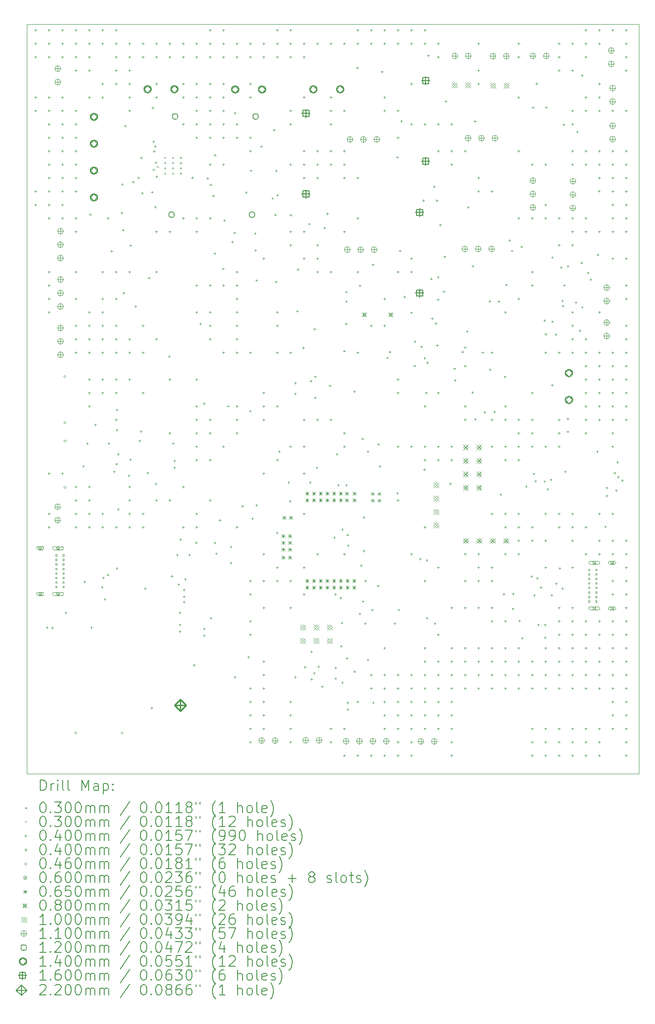
<source format=gbr>
%TF.GenerationSoftware,KiCad,Pcbnew,8.0.1*%
%TF.CreationDate,2024-08-10T17:11:05+02:00*%
%TF.ProjectId,Tracker,54726163-6b65-4722-9e6b-696361645f70,rev?*%
%TF.SameCoordinates,PX2857260PY98c9c50*%
%TF.FileFunction,Drillmap*%
%TF.FilePolarity,Positive*%
%FSLAX45Y45*%
G04 Gerber Fmt 4.5, Leading zero omitted, Abs format (unit mm)*
G04 Created by KiCad (PCBNEW 8.0.1) date 2024-08-10 17:11:05*
%MOMM*%
%LPD*%
G01*
G04 APERTURE LIST*
%ADD10C,0.100000*%
%ADD11C,0.200000*%
%ADD12C,0.110000*%
%ADD13C,0.120000*%
%ADD14C,0.140000*%
%ADD15C,0.160000*%
%ADD16C,0.220000*%
G04 APERTURE END LIST*
D10*
X5271185Y14088748D02*
X16855000Y14088748D01*
X16855000Y-81252D01*
X5271185Y-81252D01*
X5271185Y14088748D01*
D11*
D10*
X7730176Y11410019D02*
X7760176Y11380019D01*
X7760176Y11410019D02*
X7730176Y11380019D01*
X7901150Y11565200D02*
G75*
G02*
X7871150Y11565200I-15000J0D01*
G01*
X7871150Y11565200D02*
G75*
G02*
X7901150Y11565200I15000J0D01*
G01*
X7901150Y11465200D02*
G75*
G02*
X7871150Y11465200I-15000J0D01*
G01*
X7871150Y11465200D02*
G75*
G02*
X7901150Y11465200I15000J0D01*
G01*
X7901150Y11365200D02*
G75*
G02*
X7871150Y11365200I-15000J0D01*
G01*
X7871150Y11365200D02*
G75*
G02*
X7901150Y11365200I15000J0D01*
G01*
X7901150Y11265200D02*
G75*
G02*
X7871150Y11265200I-15000J0D01*
G01*
X7871150Y11265200D02*
G75*
G02*
X7901150Y11265200I15000J0D01*
G01*
X8051150Y11565200D02*
G75*
G02*
X8021150Y11565200I-15000J0D01*
G01*
X8021150Y11565200D02*
G75*
G02*
X8051150Y11565200I15000J0D01*
G01*
X8051150Y11465200D02*
G75*
G02*
X8021150Y11465200I-15000J0D01*
G01*
X8021150Y11465200D02*
G75*
G02*
X8051150Y11465200I15000J0D01*
G01*
X8051150Y11365200D02*
G75*
G02*
X8021150Y11365200I-15000J0D01*
G01*
X8021150Y11365200D02*
G75*
G02*
X8051150Y11365200I15000J0D01*
G01*
X8051150Y11265200D02*
G75*
G02*
X8021150Y11265200I-15000J0D01*
G01*
X8021150Y11265200D02*
G75*
G02*
X8051150Y11265200I15000J0D01*
G01*
X8201150Y11565200D02*
G75*
G02*
X8171150Y11565200I-15000J0D01*
G01*
X8171150Y11565200D02*
G75*
G02*
X8201150Y11565200I15000J0D01*
G01*
X8201150Y11465200D02*
G75*
G02*
X8171150Y11465200I-15000J0D01*
G01*
X8171150Y11465200D02*
G75*
G02*
X8201150Y11465200I15000J0D01*
G01*
X8201150Y11365200D02*
G75*
G02*
X8171150Y11365200I-15000J0D01*
G01*
X8171150Y11365200D02*
G75*
G02*
X8201150Y11365200I15000J0D01*
G01*
X8201150Y11265200D02*
G75*
G02*
X8171150Y11265200I-15000J0D01*
G01*
X8171150Y11265200D02*
G75*
G02*
X8201150Y11265200I15000J0D01*
G01*
X5433000Y14000000D02*
X5433000Y13960000D01*
X5413000Y13980000D02*
X5453000Y13980000D01*
X5433000Y13746000D02*
X5433000Y13706000D01*
X5413000Y13726000D02*
X5453000Y13726000D01*
X5433000Y13492000D02*
X5433000Y13452000D01*
X5413000Y13472000D02*
X5453000Y13472000D01*
X5433000Y12730000D02*
X5433000Y12690000D01*
X5413000Y12710000D02*
X5453000Y12710000D01*
X5433000Y12476000D02*
X5433000Y12436000D01*
X5413000Y12456000D02*
X5453000Y12456000D01*
X5433000Y10952000D02*
X5433000Y10912000D01*
X5413000Y10932000D02*
X5453000Y10932000D01*
X5433000Y10698000D02*
X5433000Y10658000D01*
X5413000Y10678000D02*
X5453000Y10678000D01*
X5650600Y2706000D02*
X5650600Y2666000D01*
X5630600Y2686000D02*
X5670600Y2686000D01*
X5687000Y14000000D02*
X5687000Y13960000D01*
X5667000Y13980000D02*
X5707000Y13980000D01*
X5687000Y13746000D02*
X5687000Y13706000D01*
X5667000Y13726000D02*
X5707000Y13726000D01*
X5687000Y13492000D02*
X5687000Y13452000D01*
X5667000Y13472000D02*
X5707000Y13472000D01*
X5687000Y12730000D02*
X5687000Y12690000D01*
X5667000Y12710000D02*
X5707000Y12710000D01*
X5687000Y12476000D02*
X5687000Y12436000D01*
X5667000Y12456000D02*
X5707000Y12456000D01*
X5687000Y12222000D02*
X5687000Y12182000D01*
X5667000Y12202000D02*
X5707000Y12202000D01*
X5687000Y11968000D02*
X5687000Y11928000D01*
X5667000Y11948000D02*
X5707000Y11948000D01*
X5687000Y11714000D02*
X5687000Y11674000D01*
X5667000Y11694000D02*
X5707000Y11694000D01*
X5687000Y11460000D02*
X5687000Y11420000D01*
X5667000Y11440000D02*
X5707000Y11440000D01*
X5687000Y11206000D02*
X5687000Y11166000D01*
X5667000Y11186000D02*
X5707000Y11186000D01*
X5687000Y10952000D02*
X5687000Y10912000D01*
X5667000Y10932000D02*
X5707000Y10932000D01*
X5687000Y10698000D02*
X5687000Y10658000D01*
X5667000Y10678000D02*
X5707000Y10678000D01*
X5687000Y10444000D02*
X5687000Y10404000D01*
X5667000Y10424000D02*
X5707000Y10424000D01*
X5687000Y9428000D02*
X5687000Y9388000D01*
X5667000Y9408000D02*
X5707000Y9408000D01*
X5687000Y9174000D02*
X5687000Y9134000D01*
X5667000Y9154000D02*
X5707000Y9154000D01*
X5687000Y8920000D02*
X5687000Y8880000D01*
X5667000Y8900000D02*
X5707000Y8900000D01*
X5687000Y8666000D02*
X5687000Y8626000D01*
X5667000Y8646000D02*
X5707000Y8646000D01*
X5687000Y5618000D02*
X5687000Y5578000D01*
X5667000Y5598000D02*
X5707000Y5598000D01*
X5687000Y4856000D02*
X5687000Y4816000D01*
X5667000Y4836000D02*
X5707000Y4836000D01*
X5687000Y4602000D02*
X5687000Y4562000D01*
X5667000Y4582000D02*
X5707000Y4582000D01*
X5750453Y2696000D02*
X5750453Y2656000D01*
X5730453Y2676000D02*
X5770453Y2676000D01*
X5941000Y14000000D02*
X5941000Y13960000D01*
X5921000Y13980000D02*
X5961000Y13980000D01*
X5941000Y13746000D02*
X5941000Y13706000D01*
X5921000Y13726000D02*
X5961000Y13726000D01*
X5941000Y13492000D02*
X5941000Y13452000D01*
X5921000Y13472000D02*
X5961000Y13472000D01*
X5941000Y12730000D02*
X5941000Y12690000D01*
X5921000Y12710000D02*
X5961000Y12710000D01*
X5941000Y12476000D02*
X5941000Y12436000D01*
X5921000Y12456000D02*
X5961000Y12456000D01*
X5941000Y12222000D02*
X5941000Y12182000D01*
X5921000Y12202000D02*
X5961000Y12202000D01*
X5941000Y11968000D02*
X5941000Y11928000D01*
X5921000Y11948000D02*
X5961000Y11948000D01*
X5941000Y11714000D02*
X5941000Y11674000D01*
X5921000Y11694000D02*
X5961000Y11694000D01*
X5941000Y11460000D02*
X5941000Y11420000D01*
X5921000Y11440000D02*
X5961000Y11440000D01*
X5941000Y11206000D02*
X5941000Y11166000D01*
X5921000Y11186000D02*
X5961000Y11186000D01*
X5941000Y10952000D02*
X5941000Y10912000D01*
X5921000Y10932000D02*
X5961000Y10932000D01*
X5941000Y10698000D02*
X5941000Y10658000D01*
X5921000Y10678000D02*
X5961000Y10678000D01*
X5941000Y10444000D02*
X5941000Y10404000D01*
X5921000Y10424000D02*
X5961000Y10424000D01*
X5941000Y5618000D02*
X5941000Y5578000D01*
X5921000Y5598000D02*
X5961000Y5598000D01*
X6006200Y2985400D02*
X6006200Y2945400D01*
X5986200Y2965400D02*
X6026200Y2965400D01*
X6195000Y14000000D02*
X6195000Y13960000D01*
X6175000Y13980000D02*
X6215000Y13980000D01*
X6195000Y13746000D02*
X6195000Y13706000D01*
X6175000Y13726000D02*
X6215000Y13726000D01*
X6195000Y13492000D02*
X6195000Y13452000D01*
X6175000Y13472000D02*
X6215000Y13472000D01*
X6195000Y13238000D02*
X6195000Y13198000D01*
X6175000Y13218000D02*
X6215000Y13218000D01*
X6195000Y12476000D02*
X6195000Y12436000D01*
X6175000Y12456000D02*
X6215000Y12456000D01*
X6195000Y12222000D02*
X6195000Y12182000D01*
X6175000Y12202000D02*
X6215000Y12202000D01*
X6195000Y11968000D02*
X6195000Y11928000D01*
X6175000Y11948000D02*
X6215000Y11948000D01*
X6195000Y11714000D02*
X6195000Y11674000D01*
X6175000Y11694000D02*
X6215000Y11694000D01*
X6195000Y11460000D02*
X6195000Y11420000D01*
X6175000Y11440000D02*
X6215000Y11440000D01*
X6195000Y11206000D02*
X6195000Y11166000D01*
X6175000Y11186000D02*
X6215000Y11186000D01*
X6195000Y10952000D02*
X6195000Y10912000D01*
X6175000Y10932000D02*
X6215000Y10932000D01*
X6195000Y10444000D02*
X6195000Y10404000D01*
X6175000Y10424000D02*
X6215000Y10424000D01*
X6195000Y10190000D02*
X6195000Y10150000D01*
X6175000Y10170000D02*
X6215000Y10170000D01*
X6195000Y9428000D02*
X6195000Y9388000D01*
X6175000Y9408000D02*
X6215000Y9408000D01*
X6195000Y8920000D02*
X6195000Y8880000D01*
X6175000Y8900000D02*
X6215000Y8900000D01*
X6195000Y8412000D02*
X6195000Y8372000D01*
X6175000Y8392000D02*
X6215000Y8392000D01*
X6195000Y8158000D02*
X6195000Y8118000D01*
X6175000Y8138000D02*
X6215000Y8138000D01*
X6195000Y7904000D02*
X6195000Y7864000D01*
X6175000Y7884000D02*
X6215000Y7884000D01*
X6195000Y5364000D02*
X6195000Y5324000D01*
X6175000Y5344000D02*
X6215000Y5344000D01*
X6195000Y5110000D02*
X6195000Y5070000D01*
X6175000Y5090000D02*
X6215000Y5090000D01*
X6195000Y4856000D02*
X6195000Y4816000D01*
X6175000Y4836000D02*
X6215000Y4836000D01*
X6195000Y4602000D02*
X6195000Y4562000D01*
X6175000Y4582000D02*
X6215000Y4582000D01*
X6336400Y5754000D02*
X6336400Y5714000D01*
X6316400Y5734000D02*
X6356400Y5734000D01*
X6361800Y3569600D02*
X6361800Y3529600D01*
X6341800Y3549600D02*
X6381800Y3549600D01*
X6412600Y6185800D02*
X6412600Y6145800D01*
X6392600Y6165800D02*
X6432600Y6165800D01*
X6449000Y14000000D02*
X6449000Y13960000D01*
X6429000Y13980000D02*
X6469000Y13980000D01*
X6449000Y13746000D02*
X6449000Y13706000D01*
X6429000Y13726000D02*
X6469000Y13726000D01*
X6449000Y13492000D02*
X6449000Y13452000D01*
X6429000Y13472000D02*
X6469000Y13472000D01*
X6449000Y13238000D02*
X6449000Y13198000D01*
X6429000Y13218000D02*
X6469000Y13218000D01*
X6449000Y12730000D02*
X6449000Y12690000D01*
X6429000Y12710000D02*
X6469000Y12710000D01*
X6449000Y8666000D02*
X6449000Y8626000D01*
X6429000Y8646000D02*
X6469000Y8646000D01*
X6449000Y8412000D02*
X6449000Y8372000D01*
X6429000Y8392000D02*
X6469000Y8392000D01*
X6449000Y8158000D02*
X6449000Y8118000D01*
X6429000Y8138000D02*
X6469000Y8138000D01*
X6449000Y7904000D02*
X6449000Y7864000D01*
X6429000Y7884000D02*
X6469000Y7884000D01*
X6449000Y7396000D02*
X6449000Y7356000D01*
X6429000Y7376000D02*
X6469000Y7376000D01*
X6449000Y7142000D02*
X6449000Y7102000D01*
X6429000Y7122000D02*
X6469000Y7122000D01*
X6449000Y6888000D02*
X6449000Y6848000D01*
X6429000Y6868000D02*
X6469000Y6868000D01*
X6449000Y5364000D02*
X6449000Y5324000D01*
X6429000Y5344000D02*
X6469000Y5344000D01*
X6449000Y5110000D02*
X6449000Y5070000D01*
X6429000Y5090000D02*
X6469000Y5090000D01*
X6449000Y4856000D02*
X6449000Y4816000D01*
X6429000Y4836000D02*
X6469000Y4836000D01*
X6449000Y4602000D02*
X6449000Y4562000D01*
X6429000Y4582000D02*
X6469000Y4582000D01*
X6470000Y10518500D02*
X6470000Y10478500D01*
X6450000Y10498500D02*
X6490000Y10498500D01*
X6488800Y2706000D02*
X6488800Y2666000D01*
X6468800Y2686000D02*
X6508800Y2686000D01*
X6565000Y6541400D02*
X6565000Y6501400D01*
X6545000Y6521400D02*
X6585000Y6521400D01*
X6692000Y3468000D02*
X6692000Y3428000D01*
X6672000Y3448000D02*
X6712000Y3448000D01*
X6703000Y14000000D02*
X6703000Y13960000D01*
X6683000Y13980000D02*
X6723000Y13980000D01*
X6703000Y13746000D02*
X6703000Y13706000D01*
X6683000Y13726000D02*
X6723000Y13726000D01*
X6703000Y12984000D02*
X6703000Y12944000D01*
X6683000Y12964000D02*
X6723000Y12964000D01*
X6703000Y12730000D02*
X6703000Y12690000D01*
X6683000Y12710000D02*
X6723000Y12710000D01*
X6703000Y9428000D02*
X6703000Y9388000D01*
X6683000Y9408000D02*
X6723000Y9408000D01*
X6703000Y8920000D02*
X6703000Y8880000D01*
X6683000Y8900000D02*
X6723000Y8900000D01*
X6703000Y8666000D02*
X6703000Y8626000D01*
X6683000Y8646000D02*
X6723000Y8646000D01*
X6703000Y8412000D02*
X6703000Y8372000D01*
X6683000Y8392000D02*
X6723000Y8392000D01*
X6703000Y8158000D02*
X6703000Y8118000D01*
X6683000Y8138000D02*
X6723000Y8138000D01*
X6703000Y7904000D02*
X6703000Y7864000D01*
X6683000Y7884000D02*
X6723000Y7884000D01*
X6703000Y7396000D02*
X6703000Y7356000D01*
X6683000Y7376000D02*
X6723000Y7376000D01*
X6703000Y7142000D02*
X6703000Y7102000D01*
X6683000Y7122000D02*
X6723000Y7122000D01*
X6703000Y4856000D02*
X6703000Y4816000D01*
X6683000Y4836000D02*
X6723000Y4836000D01*
X6703000Y4602000D02*
X6703000Y4562000D01*
X6683000Y4582000D02*
X6723000Y4582000D01*
X6716350Y3644750D02*
X6716350Y3604750D01*
X6696350Y3624750D02*
X6736350Y3624750D01*
X6742800Y3239400D02*
X6742800Y3199400D01*
X6722800Y3219400D02*
X6762800Y3219400D01*
X6799381Y3700480D02*
X6799381Y3660480D01*
X6779381Y3680480D02*
X6819381Y3680480D01*
X6805000Y10443500D02*
X6805000Y10403500D01*
X6785000Y10423500D02*
X6825000Y10423500D01*
X6818535Y6185335D02*
X6818535Y6145335D01*
X6798535Y6165335D02*
X6838535Y6165335D01*
X6872500Y9823500D02*
X6872500Y9783500D01*
X6852500Y9803500D02*
X6892500Y9803500D01*
X6920600Y5652400D02*
X6920600Y5612400D01*
X6900600Y5632400D02*
X6940600Y5632400D01*
X6957000Y14000000D02*
X6957000Y13960000D01*
X6937000Y13980000D02*
X6977000Y13980000D01*
X6957000Y13746000D02*
X6957000Y13706000D01*
X6937000Y13726000D02*
X6977000Y13726000D01*
X6957000Y13492000D02*
X6957000Y13452000D01*
X6937000Y13472000D02*
X6977000Y13472000D01*
X6957000Y13238000D02*
X6957000Y13198000D01*
X6937000Y13218000D02*
X6977000Y13218000D01*
X6957000Y12984000D02*
X6957000Y12944000D01*
X6937000Y12964000D02*
X6977000Y12964000D01*
X6957000Y9428000D02*
X6957000Y9388000D01*
X6937000Y9408000D02*
X6977000Y9408000D01*
X6957000Y8920000D02*
X6957000Y8880000D01*
X6937000Y8900000D02*
X6977000Y8900000D01*
X6957000Y8412000D02*
X6957000Y8372000D01*
X6937000Y8392000D02*
X6977000Y8392000D01*
X6957000Y8158000D02*
X6957000Y8118000D01*
X6937000Y8138000D02*
X6977000Y8138000D01*
X6957000Y7904000D02*
X6957000Y7864000D01*
X6937000Y7884000D02*
X6977000Y7884000D01*
X6957000Y7396000D02*
X6957000Y7356000D01*
X6937000Y7376000D02*
X6977000Y7376000D01*
X6957000Y7142000D02*
X6957000Y7102000D01*
X6937000Y7122000D02*
X6977000Y7122000D01*
X6957000Y6634000D02*
X6957000Y6594000D01*
X6937000Y6614000D02*
X6977000Y6614000D01*
X6957000Y4602000D02*
X6957000Y4562000D01*
X6937000Y4582000D02*
X6977000Y4582000D01*
X6964643Y5796033D02*
X6964643Y5756033D01*
X6944643Y5776033D02*
X6984643Y5776033D01*
X6971400Y6820800D02*
X6971400Y6780800D01*
X6951400Y6800800D02*
X6991400Y6800800D01*
X6971400Y6439800D02*
X6971400Y6399800D01*
X6951400Y6419800D02*
X6991400Y6419800D01*
X6971400Y3823600D02*
X6971400Y3783600D01*
X6951400Y3803600D02*
X6991400Y3803600D01*
X6996800Y5982600D02*
X6996800Y5942600D01*
X6976800Y5962600D02*
X7016800Y5962600D01*
X6996800Y4941200D02*
X6996800Y4901200D01*
X6976800Y4921200D02*
X7016800Y4921200D01*
X7067500Y10546000D02*
X7067500Y10506000D01*
X7047500Y10526000D02*
X7087500Y10526000D01*
X7072500Y11083500D02*
X7072500Y11043500D01*
X7052500Y11063500D02*
X7092500Y11063500D01*
X7087500Y10221000D02*
X7087500Y10181000D01*
X7067500Y10201000D02*
X7107500Y10201000D01*
X7100000Y9030600D02*
X7100000Y8990600D01*
X7080000Y9010600D02*
X7120000Y9010600D01*
X7130000Y12188500D02*
X7130000Y12148500D01*
X7110000Y12168500D02*
X7150000Y12168500D01*
X7200000Y5576200D02*
X7200000Y5536200D01*
X7180000Y5556200D02*
X7220000Y5556200D01*
X7211000Y13746000D02*
X7211000Y13706000D01*
X7191000Y13726000D02*
X7231000Y13726000D01*
X7211000Y13492000D02*
X7211000Y13452000D01*
X7191000Y13472000D02*
X7231000Y13472000D01*
X7211000Y13238000D02*
X7211000Y13198000D01*
X7191000Y13218000D02*
X7231000Y13218000D01*
X7211000Y12984000D02*
X7211000Y12944000D01*
X7191000Y12964000D02*
X7231000Y12964000D01*
X7211000Y12730000D02*
X7211000Y12690000D01*
X7191000Y12710000D02*
X7231000Y12710000D01*
X7211000Y12476000D02*
X7211000Y12436000D01*
X7191000Y12456000D02*
X7231000Y12456000D01*
X7211000Y9428000D02*
X7211000Y9388000D01*
X7191000Y9408000D02*
X7231000Y9408000D01*
X7211000Y8158000D02*
X7211000Y8118000D01*
X7191000Y8138000D02*
X7231000Y8138000D01*
X7211000Y7904000D02*
X7211000Y7864000D01*
X7191000Y7884000D02*
X7231000Y7884000D01*
X7211000Y7396000D02*
X7211000Y7356000D01*
X7191000Y7376000D02*
X7231000Y7376000D01*
X7211000Y5364000D02*
X7211000Y5324000D01*
X7191000Y5344000D02*
X7231000Y5344000D01*
X7211000Y5110000D02*
X7211000Y5070000D01*
X7191000Y5090000D02*
X7231000Y5090000D01*
X7211000Y4856000D02*
X7211000Y4816000D01*
X7191000Y4836000D02*
X7231000Y4836000D01*
X7211000Y4602000D02*
X7211000Y4562000D01*
X7191000Y4582000D02*
X7231000Y4582000D01*
X7225400Y5881000D02*
X7225400Y5841000D01*
X7205400Y5861000D02*
X7245400Y5861000D01*
X7230000Y9930000D02*
X7230000Y9890000D01*
X7210000Y9910000D02*
X7250000Y9910000D01*
X7278041Y11130272D02*
X7278041Y11090272D01*
X7258041Y11110272D02*
X7298041Y11110272D01*
X7327000Y8776600D02*
X7327000Y8736600D01*
X7307000Y8756600D02*
X7347000Y8756600D01*
X7379941Y11212092D02*
X7379941Y11172093D01*
X7359941Y11192092D02*
X7399941Y11192092D01*
X7403200Y6236600D02*
X7403200Y6196600D01*
X7383200Y6216600D02*
X7423200Y6216600D01*
X7428600Y6414400D02*
X7428600Y6374400D01*
X7408600Y6394400D02*
X7448600Y6394400D01*
X7433000Y11588000D02*
X7433000Y11548000D01*
X7413000Y11568000D02*
X7453000Y11568000D01*
X7452000Y10919000D02*
X7452000Y10879000D01*
X7432000Y10899000D02*
X7472000Y10899000D01*
X7465000Y13746000D02*
X7465000Y13706000D01*
X7445000Y13726000D02*
X7485000Y13726000D01*
X7465000Y13492000D02*
X7465000Y13452000D01*
X7445000Y13472000D02*
X7485000Y13472000D01*
X7465000Y8412000D02*
X7465000Y8372000D01*
X7445000Y8392000D02*
X7485000Y8392000D01*
X7465000Y7904000D02*
X7465000Y7864000D01*
X7445000Y7884000D02*
X7485000Y7884000D01*
X7465000Y7142000D02*
X7465000Y7102000D01*
X7445000Y7122000D02*
X7485000Y7122000D01*
X7465000Y4856000D02*
X7465000Y4816000D01*
X7445000Y4836000D02*
X7485000Y4836000D01*
X7465000Y4602000D02*
X7465000Y4562000D01*
X7445000Y4582000D02*
X7485000Y4582000D01*
X7504800Y3442600D02*
X7504800Y3402600D01*
X7484800Y3422600D02*
X7524800Y3422600D01*
X7555600Y5627000D02*
X7555600Y5587000D01*
X7535600Y5607000D02*
X7575600Y5607000D01*
X7579000Y9316000D02*
X7579000Y9276000D01*
X7559000Y9296000D02*
X7599000Y9296000D01*
X7631800Y1182000D02*
X7631800Y1142000D01*
X7611800Y1162000D02*
X7651800Y1162000D01*
X7638169Y10938705D02*
X7638169Y10898705D01*
X7618169Y10918705D02*
X7658169Y10918705D01*
X7650000Y12531000D02*
X7650000Y12491000D01*
X7630000Y12511000D02*
X7670000Y12511000D01*
X7665010Y11892452D02*
X7665010Y11852452D01*
X7645010Y11872452D02*
X7685010Y11872452D01*
X7666817Y11361308D02*
X7666817Y11321308D01*
X7646817Y11341308D02*
X7686817Y11341308D01*
X7675657Y11710428D02*
X7675657Y11670428D01*
X7655657Y11690428D02*
X7695657Y11690428D01*
X7697000Y11803000D02*
X7697000Y11763000D01*
X7677000Y11783000D02*
X7717000Y11783000D01*
X7699957Y10655360D02*
X7699957Y10615360D01*
X7679957Y10635360D02*
X7719957Y10635360D01*
X7707500Y11496000D02*
X7707500Y11456000D01*
X7687500Y11476000D02*
X7727500Y11476000D01*
X7708000Y5423800D02*
X7708000Y5383800D01*
X7688000Y5403800D02*
X7728000Y5403800D01*
X7719000Y13746000D02*
X7719000Y13706000D01*
X7699000Y13726000D02*
X7739000Y13726000D01*
X7719000Y13492000D02*
X7719000Y13452000D01*
X7699000Y13472000D02*
X7739000Y13472000D01*
X7719000Y12984000D02*
X7719000Y12944000D01*
X7699000Y12964000D02*
X7739000Y12964000D01*
X7719000Y12730000D02*
X7719000Y12690000D01*
X7699000Y12710000D02*
X7739000Y12710000D01*
X7719000Y10190000D02*
X7719000Y10150000D01*
X7699000Y10170000D02*
X7739000Y10170000D01*
X7719000Y9428000D02*
X7719000Y9388000D01*
X7699000Y9408000D02*
X7739000Y9408000D01*
X7719000Y8158000D02*
X7719000Y8118000D01*
X7699000Y8138000D02*
X7739000Y8138000D01*
X7719000Y5110000D02*
X7719000Y5070000D01*
X7699000Y5090000D02*
X7739000Y5090000D01*
X7723830Y11232880D02*
X7723830Y11192880D01*
X7703830Y11212880D02*
X7743830Y11212880D01*
X7959000Y7831000D02*
X7959000Y7791000D01*
X7939000Y7811000D02*
X7979000Y7811000D01*
X7973000Y13746000D02*
X7973000Y13706000D01*
X7953000Y13726000D02*
X7993000Y13726000D01*
X7973000Y13492000D02*
X7973000Y13452000D01*
X7953000Y13472000D02*
X7993000Y13472000D01*
X7973000Y10190000D02*
X7973000Y10150000D01*
X7953000Y10170000D02*
X7993000Y10170000D01*
X7973000Y7396000D02*
X7973000Y7356000D01*
X7953000Y7376000D02*
X7993000Y7376000D01*
X7973000Y6380000D02*
X7973000Y6340000D01*
X7953000Y6360000D02*
X7993000Y6360000D01*
X7973000Y5110000D02*
X7973000Y5070000D01*
X7953000Y5090000D02*
X7993000Y5090000D01*
X8010618Y3675060D02*
X8010618Y3635060D01*
X7990618Y3655060D02*
X8030618Y3655060D01*
X8036000Y6187000D02*
X8036000Y6147000D01*
X8016000Y6167000D02*
X8056000Y6167000D01*
X8063600Y5855600D02*
X8063600Y5815600D01*
X8043600Y5835600D02*
X8083600Y5835600D01*
X8063600Y5728600D02*
X8063600Y5688600D01*
X8043600Y5708600D02*
X8083600Y5708600D01*
X8114400Y4077600D02*
X8114400Y4037600D01*
X8094400Y4057600D02*
X8134400Y4057600D01*
X8139800Y3518800D02*
X8139800Y3478800D01*
X8119800Y3498800D02*
X8159800Y3498800D01*
X8165200Y2985400D02*
X8165200Y2945400D01*
X8145200Y2965400D02*
X8185200Y2965400D01*
X8165200Y2756800D02*
X8165200Y2716800D01*
X8145200Y2736800D02*
X8185200Y2736800D01*
X8165200Y2629800D02*
X8165200Y2589800D01*
X8145200Y2609800D02*
X8185200Y2609800D01*
X8175000Y4371000D02*
X8175000Y4331000D01*
X8155000Y4351000D02*
X8195000Y4351000D01*
X8227000Y13746000D02*
X8227000Y13706000D01*
X8207000Y13726000D02*
X8247000Y13726000D01*
X8227000Y13492000D02*
X8227000Y13452000D01*
X8207000Y13472000D02*
X8247000Y13472000D01*
X8227000Y12984000D02*
X8227000Y12944000D01*
X8207000Y12964000D02*
X8247000Y12964000D01*
X8227000Y12730000D02*
X8227000Y12690000D01*
X8207000Y12710000D02*
X8247000Y12710000D01*
X8227000Y12222000D02*
X8227000Y12182000D01*
X8207000Y12202000D02*
X8247000Y12202000D01*
X8227000Y10444000D02*
X8227000Y10404000D01*
X8207000Y10424000D02*
X8247000Y10424000D01*
X8227000Y5364000D02*
X8227000Y5324000D01*
X8207000Y5344000D02*
X8247000Y5344000D01*
X8227000Y4602000D02*
X8227000Y4562000D01*
X8207000Y4582000D02*
X8247000Y4582000D01*
X8241400Y3417200D02*
X8241400Y3377200D01*
X8221400Y3397200D02*
X8261400Y3397200D01*
X8241400Y3290200D02*
X8241400Y3250200D01*
X8221400Y3270200D02*
X8261400Y3270200D01*
X8241400Y3188600D02*
X8241400Y3148600D01*
X8221400Y3168600D02*
X8261400Y3168600D01*
X8266800Y3620400D02*
X8266800Y3580400D01*
X8246800Y3600400D02*
X8286800Y3600400D01*
X8342000Y4077000D02*
X8342000Y4037000D01*
X8322000Y4057000D02*
X8362000Y4057000D01*
X8398447Y11212479D02*
X8398447Y11172479D01*
X8378447Y11192479D02*
X8418447Y11192479D01*
X8433000Y1995000D02*
X8433000Y1955000D01*
X8413000Y1975000D02*
X8453000Y1975000D01*
X8472000Y4311000D02*
X8472000Y4271000D01*
X8452000Y4291000D02*
X8492000Y4291000D01*
X8481000Y13746000D02*
X8481000Y13706000D01*
X8461000Y13726000D02*
X8501000Y13726000D01*
X8481000Y13492000D02*
X8481000Y13452000D01*
X8461000Y13472000D02*
X8501000Y13472000D01*
X8481000Y12984000D02*
X8481000Y12944000D01*
X8461000Y12964000D02*
X8501000Y12964000D01*
X8481000Y12730000D02*
X8481000Y12690000D01*
X8461000Y12710000D02*
X8501000Y12710000D01*
X8481000Y12476000D02*
X8481000Y12436000D01*
X8461000Y12456000D02*
X8501000Y12456000D01*
X8481000Y12222000D02*
X8481000Y12182000D01*
X8461000Y12202000D02*
X8501000Y12202000D01*
X8481000Y11968000D02*
X8481000Y11928000D01*
X8461000Y11948000D02*
X8501000Y11948000D01*
X8481000Y10444000D02*
X8481000Y10404000D01*
X8461000Y10424000D02*
X8501000Y10424000D01*
X8481000Y10190000D02*
X8481000Y10150000D01*
X8461000Y10170000D02*
X8501000Y10170000D01*
X8481000Y9174000D02*
X8481000Y9134000D01*
X8461000Y9154000D02*
X8501000Y9154000D01*
X8481000Y8666000D02*
X8481000Y8626000D01*
X8461000Y8646000D02*
X8501000Y8646000D01*
X8481000Y7396000D02*
X8481000Y7356000D01*
X8461000Y7376000D02*
X8501000Y7376000D01*
X8481000Y6888000D02*
X8481000Y6848000D01*
X8461000Y6868000D02*
X8501000Y6868000D01*
X8481000Y6634000D02*
X8481000Y6594000D01*
X8461000Y6614000D02*
X8501000Y6614000D01*
X8481000Y6380000D02*
X8481000Y6340000D01*
X8461000Y6360000D02*
X8501000Y6360000D01*
X8481000Y6126000D02*
X8481000Y6086000D01*
X8461000Y6106000D02*
X8501000Y6106000D01*
X8481000Y5872000D02*
X8481000Y5832000D01*
X8461000Y5852000D02*
X8501000Y5852000D01*
X8481000Y4856000D02*
X8481000Y4816000D01*
X8461000Y4836000D02*
X8501000Y4836000D01*
X8481000Y4602000D02*
X8481000Y4562000D01*
X8461000Y4582000D02*
X8501000Y4582000D01*
X8555000Y8446000D02*
X8555000Y8406000D01*
X8535000Y8426000D02*
X8575000Y8426000D01*
X8620000Y6938500D02*
X8620000Y6898500D01*
X8600000Y6918500D02*
X8640000Y6918500D01*
X8622400Y2680600D02*
X8622400Y2640600D01*
X8602400Y2660600D02*
X8642400Y2660600D01*
X8622400Y2553600D02*
X8622400Y2513600D01*
X8602400Y2533600D02*
X8642400Y2533600D01*
X8687500Y11198500D02*
X8687500Y11158500D01*
X8667500Y11178500D02*
X8707500Y11178500D01*
X8735000Y14000000D02*
X8735000Y13960000D01*
X8715000Y13980000D02*
X8755000Y13980000D01*
X8735000Y13746000D02*
X8735000Y13706000D01*
X8715000Y13726000D02*
X8755000Y13726000D01*
X8735000Y13492000D02*
X8735000Y13452000D01*
X8715000Y13472000D02*
X8755000Y13472000D01*
X8735000Y12984000D02*
X8735000Y12944000D01*
X8715000Y12964000D02*
X8755000Y12964000D01*
X8735000Y12730000D02*
X8735000Y12690000D01*
X8715000Y12710000D02*
X8755000Y12710000D01*
X8735000Y12476000D02*
X8735000Y12436000D01*
X8715000Y12456000D02*
X8755000Y12456000D01*
X8735000Y12222000D02*
X8735000Y12182000D01*
X8715000Y12202000D02*
X8755000Y12202000D01*
X8735000Y11968000D02*
X8735000Y11928000D01*
X8715000Y11948000D02*
X8755000Y11948000D01*
X8735000Y11460000D02*
X8735000Y11420000D01*
X8715000Y11440000D02*
X8755000Y11440000D01*
X8735000Y10444000D02*
X8735000Y10404000D01*
X8715000Y10424000D02*
X8755000Y10424000D01*
X8735000Y9174000D02*
X8735000Y9134000D01*
X8715000Y9154000D02*
X8755000Y9154000D01*
X8735000Y8666000D02*
X8735000Y8626000D01*
X8715000Y8646000D02*
X8755000Y8646000D01*
X8735000Y8412000D02*
X8735000Y8372000D01*
X8715000Y8392000D02*
X8755000Y8392000D01*
X8735000Y8158000D02*
X8735000Y8118000D01*
X8715000Y8138000D02*
X8755000Y8138000D01*
X8735000Y6634000D02*
X8735000Y6594000D01*
X8715000Y6614000D02*
X8755000Y6614000D01*
X8735000Y6380000D02*
X8735000Y6340000D01*
X8715000Y6360000D02*
X8755000Y6360000D01*
X8735000Y5872000D02*
X8735000Y5832000D01*
X8715000Y5852000D02*
X8755000Y5852000D01*
X8735000Y5110000D02*
X8735000Y5070000D01*
X8715000Y5090000D02*
X8755000Y5090000D01*
X8745146Y11076426D02*
X8745146Y11036426D01*
X8725146Y11056426D02*
X8765146Y11056426D01*
X8749400Y2883800D02*
X8749400Y2843800D01*
X8729400Y2863800D02*
X8769400Y2863800D01*
X8795000Y10868500D02*
X8795000Y10828500D01*
X8775000Y10848500D02*
X8815000Y10848500D01*
X8821000Y9778000D02*
X8821000Y9738000D01*
X8801000Y9758000D02*
X8841000Y9758000D01*
X8825600Y4306200D02*
X8825600Y4266200D01*
X8805600Y4286200D02*
X8845600Y4286200D01*
X8828000Y11639000D02*
X8828000Y11599000D01*
X8808000Y11619000D02*
X8848000Y11619000D01*
X8851000Y4103000D02*
X8851000Y4063000D01*
X8831000Y4083000D02*
X8871000Y4083000D01*
X8920000Y4734000D02*
X8920000Y4694000D01*
X8900000Y4714000D02*
X8940000Y4714000D01*
X8979000Y9489000D02*
X8979000Y9449000D01*
X8959000Y9469000D02*
X8999000Y9469000D01*
X8989000Y14000000D02*
X8989000Y13960000D01*
X8969000Y13980000D02*
X9009000Y13980000D01*
X8989000Y13746000D02*
X8989000Y13706000D01*
X8969000Y13726000D02*
X9009000Y13726000D01*
X8989000Y13492000D02*
X8989000Y13452000D01*
X8969000Y13472000D02*
X9009000Y13472000D01*
X8989000Y12984000D02*
X8989000Y12944000D01*
X8969000Y12964000D02*
X9009000Y12964000D01*
X8989000Y12730000D02*
X8989000Y12690000D01*
X8969000Y12710000D02*
X9009000Y12710000D01*
X8989000Y12476000D02*
X8989000Y12436000D01*
X8969000Y12456000D02*
X9009000Y12456000D01*
X8989000Y12222000D02*
X8989000Y12182000D01*
X8969000Y12202000D02*
X9009000Y12202000D01*
X8989000Y11968000D02*
X8989000Y11928000D01*
X8969000Y11948000D02*
X9009000Y11948000D01*
X8989000Y11460000D02*
X8989000Y11420000D01*
X8969000Y11440000D02*
X9009000Y11440000D01*
X8989000Y9174000D02*
X8989000Y9134000D01*
X8969000Y9154000D02*
X9009000Y9154000D01*
X8989000Y7904000D02*
X8989000Y7864000D01*
X8969000Y7884000D02*
X9009000Y7884000D01*
X8989000Y6126000D02*
X8989000Y6086000D01*
X8969000Y6106000D02*
X9009000Y6106000D01*
X9004000Y10402000D02*
X9004000Y10362000D01*
X8984000Y10382000D02*
X9024000Y10382000D01*
X9077500Y6891000D02*
X9077500Y6851000D01*
X9057500Y6871000D02*
X9097500Y6871000D01*
X9130400Y4230000D02*
X9130400Y4190000D01*
X9110400Y4210000D02*
X9150400Y4210000D01*
X9130400Y3925200D02*
X9130400Y3885200D01*
X9110400Y3905200D02*
X9150400Y3905200D01*
X9155800Y9995800D02*
X9155800Y9955800D01*
X9135800Y9975800D02*
X9175800Y9975800D01*
X9199000Y10171000D02*
X9199000Y10131000D01*
X9179000Y10151000D02*
X9219000Y10151000D01*
X9206600Y12434200D02*
X9206600Y12394200D01*
X9186600Y12414200D02*
X9226600Y12414200D01*
X9206600Y1766200D02*
X9206600Y1726200D01*
X9186600Y1746200D02*
X9226600Y1746200D01*
X9243000Y13746000D02*
X9243000Y13706000D01*
X9223000Y13726000D02*
X9263000Y13726000D01*
X9243000Y13492000D02*
X9243000Y13452000D01*
X9223000Y13472000D02*
X9263000Y13472000D01*
X9243000Y12222000D02*
X9243000Y12182000D01*
X9223000Y12202000D02*
X9263000Y12202000D01*
X9243000Y11968000D02*
X9243000Y11928000D01*
X9223000Y11948000D02*
X9263000Y11948000D01*
X9243000Y9428000D02*
X9243000Y9388000D01*
X9223000Y9408000D02*
X9263000Y9408000D01*
X9243000Y9174000D02*
X9243000Y9134000D01*
X9223000Y9154000D02*
X9263000Y9154000D01*
X9243000Y8920000D02*
X9243000Y8880000D01*
X9223000Y8900000D02*
X9263000Y8900000D01*
X9243000Y8666000D02*
X9243000Y8626000D01*
X9223000Y8646000D02*
X9263000Y8646000D01*
X9243000Y8412000D02*
X9243000Y8372000D01*
X9223000Y8392000D02*
X9263000Y8392000D01*
X9243000Y8158000D02*
X9243000Y8118000D01*
X9223000Y8138000D02*
X9263000Y8138000D01*
X9243000Y7904000D02*
X9243000Y7864000D01*
X9223000Y7884000D02*
X9263000Y7884000D01*
X9243000Y6888000D02*
X9243000Y6848000D01*
X9223000Y6868000D02*
X9263000Y6868000D01*
X9243000Y6634000D02*
X9243000Y6594000D01*
X9223000Y6614000D02*
X9263000Y6614000D01*
X9243000Y6380000D02*
X9243000Y6340000D01*
X9223000Y6360000D02*
X9263000Y6360000D01*
X9243000Y4602000D02*
X9243000Y4562000D01*
X9223000Y4582000D02*
X9263000Y4582000D01*
X9347496Y5001004D02*
X9347496Y4961004D01*
X9327496Y4981004D02*
X9367496Y4981004D01*
X9417000Y10932000D02*
X9417000Y10892000D01*
X9397000Y10912000D02*
X9437000Y10912000D01*
X9460600Y2147200D02*
X9460600Y2107200D01*
X9440600Y2127200D02*
X9480600Y2127200D01*
X9494000Y6797000D02*
X9494000Y6757000D01*
X9474000Y6777000D02*
X9514000Y6777000D01*
X9497000Y13746000D02*
X9497000Y13706000D01*
X9477000Y13726000D02*
X9517000Y13726000D01*
X9497000Y13492000D02*
X9497000Y13452000D01*
X9477000Y13472000D02*
X9517000Y13472000D01*
X9497000Y12984000D02*
X9497000Y12944000D01*
X9477000Y12964000D02*
X9517000Y12964000D01*
X9497000Y12730000D02*
X9497000Y12690000D01*
X9477000Y12710000D02*
X9517000Y12710000D01*
X9497000Y11968000D02*
X9497000Y11928000D01*
X9477000Y11948000D02*
X9517000Y11948000D01*
X9497000Y11714000D02*
X9497000Y11674000D01*
X9477000Y11694000D02*
X9517000Y11694000D01*
X9497000Y7904000D02*
X9497000Y7864000D01*
X9477000Y7884000D02*
X9517000Y7884000D01*
X9497000Y3586000D02*
X9497000Y3546000D01*
X9477000Y3566000D02*
X9517000Y3566000D01*
X9497000Y3332000D02*
X9497000Y3292000D01*
X9477000Y3312000D02*
X9517000Y3312000D01*
X9497000Y2824000D02*
X9497000Y2784000D01*
X9477000Y2804000D02*
X9517000Y2804000D01*
X9497000Y2570000D02*
X9497000Y2530000D01*
X9477000Y2550000D02*
X9517000Y2550000D01*
X9497000Y1554000D02*
X9497000Y1514000D01*
X9477000Y1534000D02*
X9517000Y1534000D01*
X9497000Y1300000D02*
X9497000Y1260000D01*
X9477000Y1280000D02*
X9517000Y1280000D01*
X9497000Y1046000D02*
X9497000Y1006000D01*
X9477000Y1026000D02*
X9517000Y1026000D01*
X9497000Y792000D02*
X9497000Y752000D01*
X9477000Y772000D02*
X9517000Y772000D01*
X9497000Y538000D02*
X9497000Y498000D01*
X9477000Y518000D02*
X9517000Y518000D01*
X9507500Y11343500D02*
X9507500Y11303500D01*
X9487500Y11323500D02*
X9527500Y11323500D01*
X9536800Y4763400D02*
X9536800Y4723400D01*
X9516800Y4743400D02*
X9556800Y4743400D01*
X9587500Y10158500D02*
X9587500Y10118500D01*
X9567500Y10138500D02*
X9607500Y10138500D01*
X9596500Y9836500D02*
X9596500Y9796500D01*
X9576500Y9816500D02*
X9616500Y9816500D01*
X9613000Y5017400D02*
X9613000Y4977400D01*
X9593000Y4997400D02*
X9633000Y4997400D01*
X9614000Y9269000D02*
X9614000Y9229000D01*
X9594000Y9249000D02*
X9634000Y9249000D01*
X9702000Y11802000D02*
X9702000Y11762000D01*
X9682000Y11782000D02*
X9722000Y11782000D01*
X9751000Y13746000D02*
X9751000Y13706000D01*
X9731000Y13726000D02*
X9771000Y13726000D01*
X9751000Y13492000D02*
X9751000Y13452000D01*
X9731000Y13472000D02*
X9771000Y13472000D01*
X9751000Y9682000D02*
X9751000Y9642000D01*
X9731000Y9662000D02*
X9771000Y9662000D01*
X9751000Y7142000D02*
X9751000Y7102000D01*
X9731000Y7122000D02*
X9771000Y7122000D01*
X9751000Y6888000D02*
X9751000Y6848000D01*
X9731000Y6868000D02*
X9771000Y6868000D01*
X9751000Y6634000D02*
X9751000Y6594000D01*
X9731000Y6614000D02*
X9771000Y6614000D01*
X9751000Y5618000D02*
X9751000Y5578000D01*
X9731000Y5598000D02*
X9771000Y5598000D01*
X9751000Y4094000D02*
X9751000Y4054000D01*
X9731000Y4074000D02*
X9771000Y4074000D01*
X9751000Y3586000D02*
X9751000Y3546000D01*
X9731000Y3566000D02*
X9771000Y3566000D01*
X9751000Y3078000D02*
X9751000Y3038000D01*
X9731000Y3058000D02*
X9771000Y3058000D01*
X9751000Y2062000D02*
X9751000Y2022000D01*
X9731000Y2042000D02*
X9771000Y2042000D01*
X9751000Y1808000D02*
X9751000Y1768000D01*
X9731000Y1788000D02*
X9771000Y1788000D01*
X9751000Y1554000D02*
X9751000Y1514000D01*
X9731000Y1534000D02*
X9771000Y1534000D01*
X9751000Y1300000D02*
X9751000Y1260000D01*
X9731000Y1280000D02*
X9771000Y1280000D01*
X9751000Y1046000D02*
X9751000Y1006000D01*
X9731000Y1026000D02*
X9771000Y1026000D01*
X9751000Y792000D02*
X9751000Y752000D01*
X9731000Y772000D02*
X9771000Y772000D01*
X9917800Y10819000D02*
X9917800Y10779000D01*
X9897800Y10799000D02*
X9937800Y10799000D01*
X9946000Y12111000D02*
X9946000Y12071000D01*
X9926000Y12091000D02*
X9966000Y12091000D01*
X9971000Y10508000D02*
X9971000Y10468000D01*
X9951000Y10488000D02*
X9991000Y10488000D01*
X9981000Y9241000D02*
X9981000Y9201000D01*
X9961000Y9221000D02*
X10001000Y9221000D01*
X9986000Y11342000D02*
X9986000Y11302000D01*
X9966000Y11322000D02*
X10006000Y11322000D01*
X10003000Y4499000D02*
X10003000Y4459000D01*
X9983000Y4479000D02*
X10023000Y4479000D01*
X10005000Y14000000D02*
X10005000Y13960000D01*
X9985000Y13980000D02*
X10025000Y13980000D01*
X10005000Y13746000D02*
X10005000Y13706000D01*
X9985000Y13726000D02*
X10025000Y13726000D01*
X10005000Y13492000D02*
X10005000Y13452000D01*
X9985000Y13472000D02*
X10025000Y13472000D01*
X10005000Y8666000D02*
X10005000Y8626000D01*
X9985000Y8646000D02*
X10025000Y8646000D01*
X10005000Y8412000D02*
X10005000Y8372000D01*
X9985000Y8392000D02*
X10025000Y8392000D01*
X10005000Y7904000D02*
X10005000Y7864000D01*
X9985000Y7884000D02*
X10025000Y7884000D01*
X10005000Y6888000D02*
X10005000Y6848000D01*
X9985000Y6868000D02*
X10025000Y6868000D01*
X10005000Y5872000D02*
X10005000Y5832000D01*
X9985000Y5852000D02*
X10025000Y5852000D01*
X10005000Y3840000D02*
X10005000Y3800000D01*
X9985000Y3820000D02*
X10025000Y3820000D01*
X10005000Y3586000D02*
X10005000Y3546000D01*
X9985000Y3566000D02*
X10025000Y3566000D01*
X10010394Y10882375D02*
X10010394Y10842375D01*
X9990394Y10862375D02*
X10030394Y10862375D01*
X10044800Y6033400D02*
X10044800Y5993400D01*
X10024800Y6013400D02*
X10064800Y6013400D01*
X10222600Y5449200D02*
X10222600Y5409200D01*
X10202600Y5429200D02*
X10242600Y5429200D01*
X10248000Y5093600D02*
X10248000Y5053600D01*
X10228000Y5073600D02*
X10268000Y5073600D01*
X10259000Y14000000D02*
X10259000Y13960000D01*
X10239000Y13980000D02*
X10279000Y13980000D01*
X10259000Y13746000D02*
X10259000Y13706000D01*
X10239000Y13726000D02*
X10279000Y13726000D01*
X10259000Y13492000D02*
X10259000Y13452000D01*
X10239000Y13472000D02*
X10279000Y13472000D01*
X10259000Y12476000D02*
X10259000Y12436000D01*
X10239000Y12456000D02*
X10279000Y12456000D01*
X10259000Y12222000D02*
X10259000Y12182000D01*
X10239000Y12202000D02*
X10279000Y12202000D01*
X10259000Y11460000D02*
X10259000Y11420000D01*
X10239000Y11440000D02*
X10279000Y11440000D01*
X10259000Y10190000D02*
X10259000Y10150000D01*
X10239000Y10170000D02*
X10279000Y10170000D01*
X10259000Y9936000D02*
X10259000Y9896000D01*
X10239000Y9916000D02*
X10279000Y9916000D01*
X10259000Y7904000D02*
X10259000Y7864000D01*
X10239000Y7884000D02*
X10279000Y7884000D01*
X10259000Y6126000D02*
X10259000Y6086000D01*
X10239000Y6106000D02*
X10279000Y6106000D01*
X10259000Y3586000D02*
X10259000Y3546000D01*
X10239000Y3566000D02*
X10279000Y3566000D01*
X10259000Y3078000D02*
X10259000Y3038000D01*
X10239000Y3058000D02*
X10279000Y3058000D01*
X10259000Y1300000D02*
X10259000Y1260000D01*
X10239000Y1280000D02*
X10279000Y1280000D01*
X10259000Y1046000D02*
X10259000Y1006000D01*
X10239000Y1026000D02*
X10279000Y1026000D01*
X10259000Y792000D02*
X10259000Y752000D01*
X10239000Y772000D02*
X10279000Y772000D01*
X10259000Y538000D02*
X10259000Y498000D01*
X10239000Y518000D02*
X10279000Y518000D01*
X10262000Y10502000D02*
X10262000Y10462000D01*
X10242000Y10482000D02*
X10282000Y10482000D01*
X10349600Y7328800D02*
X10349600Y7288800D01*
X10329600Y7308800D02*
X10369600Y7308800D01*
X10349600Y7125600D02*
X10349600Y7085600D01*
X10329600Y7105600D02*
X10369600Y7105600D01*
X10349600Y1766200D02*
X10349600Y1726200D01*
X10329600Y1746200D02*
X10369600Y1746200D01*
X10385000Y8686000D02*
X10385000Y8646000D01*
X10365000Y8666000D02*
X10405000Y8666000D01*
X10398000Y9477000D02*
X10398000Y9437000D01*
X10378000Y9457000D02*
X10418000Y9457000D01*
X10497500Y7993500D02*
X10497500Y7953500D01*
X10477500Y7973500D02*
X10517500Y7973500D01*
X10513000Y13746000D02*
X10513000Y13706000D01*
X10493000Y13726000D02*
X10533000Y13726000D01*
X10513000Y13492000D02*
X10513000Y13452000D01*
X10493000Y13472000D02*
X10533000Y13472000D01*
X10513000Y12730000D02*
X10513000Y12690000D01*
X10493000Y12710000D02*
X10533000Y12710000D01*
X10513000Y11714000D02*
X10513000Y11674000D01*
X10493000Y11694000D02*
X10533000Y11694000D01*
X10513000Y11460000D02*
X10513000Y11420000D01*
X10493000Y11440000D02*
X10533000Y11440000D01*
X10513000Y11206000D02*
X10513000Y11166000D01*
X10493000Y11186000D02*
X10533000Y11186000D01*
X10513000Y10190000D02*
X10513000Y10150000D01*
X10493000Y10170000D02*
X10533000Y10170000D01*
X10513000Y9682000D02*
X10513000Y9642000D01*
X10493000Y9662000D02*
X10533000Y9662000D01*
X10513000Y6634000D02*
X10513000Y6594000D01*
X10493000Y6614000D02*
X10533000Y6614000D01*
X10513000Y6126000D02*
X10513000Y6086000D01*
X10493000Y6106000D02*
X10533000Y6106000D01*
X10513000Y5618000D02*
X10513000Y5578000D01*
X10493000Y5598000D02*
X10533000Y5598000D01*
X10513000Y4856000D02*
X10513000Y4816000D01*
X10493000Y4836000D02*
X10533000Y4836000D01*
X10513000Y3840000D02*
X10513000Y3800000D01*
X10493000Y3820000D02*
X10533000Y3820000D01*
X10513000Y3332000D02*
X10513000Y3292000D01*
X10493000Y3312000D02*
X10533000Y3312000D01*
X10529893Y1957503D02*
X10529893Y1917503D01*
X10509893Y1937503D02*
X10549893Y1937503D01*
X10612000Y10336000D02*
X10612000Y10296000D01*
X10592000Y10316000D02*
X10632000Y10316000D01*
X10629000Y5449200D02*
X10629000Y5409200D01*
X10609000Y5429200D02*
X10649000Y5429200D01*
X10641342Y7366833D02*
X10641342Y7326833D01*
X10621342Y7346833D02*
X10661342Y7346833D01*
X10654400Y2248800D02*
X10654400Y2208800D01*
X10634400Y2228800D02*
X10674400Y2228800D01*
X10657500Y1728500D02*
X10657500Y1688500D01*
X10637500Y1708500D02*
X10677500Y1708500D01*
X10705200Y1842400D02*
X10705200Y1802400D01*
X10685200Y1822400D02*
X10725200Y1822400D01*
X10717000Y8349000D02*
X10717000Y8309000D01*
X10697000Y8329000D02*
X10737000Y8329000D01*
X10724004Y7449496D02*
X10724004Y7409496D01*
X10704004Y7429496D02*
X10744004Y7429496D01*
X10724717Y7051224D02*
X10724717Y7011224D01*
X10704717Y7031224D02*
X10744717Y7031224D01*
X10756000Y5728600D02*
X10756000Y5688600D01*
X10736000Y5708600D02*
X10776000Y5708600D01*
X10767000Y13746000D02*
X10767000Y13706000D01*
X10747000Y13726000D02*
X10787000Y13726000D01*
X10767000Y11714000D02*
X10767000Y11674000D01*
X10747000Y11694000D02*
X10787000Y11694000D01*
X10767000Y11460000D02*
X10767000Y11420000D01*
X10747000Y11440000D02*
X10787000Y11440000D01*
X10767000Y11206000D02*
X10767000Y11166000D01*
X10747000Y11186000D02*
X10787000Y11186000D01*
X10767000Y9936000D02*
X10767000Y9896000D01*
X10747000Y9916000D02*
X10787000Y9916000D01*
X10767000Y9682000D02*
X10767000Y9642000D01*
X10747000Y9662000D02*
X10787000Y9662000D01*
X10767000Y9428000D02*
X10767000Y9388000D01*
X10747000Y9408000D02*
X10787000Y9408000D01*
X10767000Y6634000D02*
X10767000Y6594000D01*
X10747000Y6614000D02*
X10787000Y6614000D01*
X10767000Y4094000D02*
X10767000Y4054000D01*
X10747000Y4074000D02*
X10787000Y4074000D01*
X10788896Y1966000D02*
X10788896Y1926000D01*
X10768896Y1946000D02*
X10808896Y1946000D01*
X10857600Y1588400D02*
X10857600Y1548400D01*
X10837600Y1568400D02*
X10877600Y1568400D01*
X10902000Y10260500D02*
X10902000Y10220500D01*
X10882000Y10240500D02*
X10922000Y10240500D01*
X10952000Y10530000D02*
X10952000Y10490000D01*
X10932000Y10510000D02*
X10972000Y10510000D01*
X11004000Y7279000D02*
X11004000Y7239000D01*
X10984000Y7259000D02*
X11024000Y7259000D01*
X11021000Y13746000D02*
X11021000Y13706000D01*
X11001000Y13726000D02*
X11041000Y13726000D01*
X11021000Y12730000D02*
X11021000Y12690000D01*
X11001000Y12710000D02*
X11041000Y12710000D01*
X11021000Y12476000D02*
X11021000Y12436000D01*
X11001000Y12456000D02*
X11041000Y12456000D01*
X11021000Y12222000D02*
X11021000Y12182000D01*
X11001000Y12202000D02*
X11041000Y12202000D01*
X11021000Y11714000D02*
X11021000Y11674000D01*
X11001000Y11694000D02*
X11041000Y11694000D01*
X11021000Y11460000D02*
X11021000Y11420000D01*
X11001000Y11440000D02*
X11041000Y11440000D01*
X11021000Y9428000D02*
X11021000Y9388000D01*
X11001000Y9408000D02*
X11041000Y9408000D01*
X11021000Y6634000D02*
X11021000Y6594000D01*
X11001000Y6614000D02*
X11041000Y6614000D01*
X11021000Y792000D02*
X11021000Y752000D01*
X11001000Y772000D02*
X11041000Y772000D01*
X11021000Y538000D02*
X11021000Y498000D01*
X11001000Y518000D02*
X11041000Y518000D01*
X11086200Y4407800D02*
X11086200Y4367800D01*
X11066200Y4387800D02*
X11106200Y4387800D01*
X11106000Y3332000D02*
X11106000Y3292000D01*
X11086000Y3312000D02*
X11126000Y3312000D01*
X11111600Y1944000D02*
X11111600Y1904000D01*
X11091600Y1924000D02*
X11131600Y1924000D01*
X11111600Y1740800D02*
X11111600Y1700800D01*
X11091600Y1720800D02*
X11131600Y1720800D01*
X11137000Y5982600D02*
X11137000Y5942600D01*
X11117000Y5962600D02*
X11157000Y5962600D01*
X11162400Y5398400D02*
X11162400Y5358400D01*
X11142400Y5378400D02*
X11182400Y5378400D01*
X11208000Y3265000D02*
X11208000Y3225000D01*
X11188000Y3245000D02*
X11228000Y3245000D01*
X11213200Y2350400D02*
X11213200Y2310400D01*
X11193200Y2330400D02*
X11233200Y2330400D01*
X11230000Y2793500D02*
X11230000Y2753500D01*
X11210000Y2773500D02*
X11250000Y2773500D01*
X11238600Y4560200D02*
X11238600Y4520200D01*
X11218600Y4540200D02*
X11258600Y4540200D01*
X11238600Y1664600D02*
X11238600Y1624600D01*
X11218600Y1644600D02*
X11258600Y1644600D01*
X11275000Y13746000D02*
X11275000Y13706000D01*
X11255000Y13726000D02*
X11295000Y13726000D01*
X11275000Y12476000D02*
X11275000Y12436000D01*
X11255000Y12456000D02*
X11295000Y12456000D01*
X11275000Y11714000D02*
X11275000Y11674000D01*
X11255000Y11694000D02*
X11295000Y11694000D01*
X11275000Y11460000D02*
X11275000Y11420000D01*
X11255000Y11440000D02*
X11295000Y11440000D01*
X11275000Y11206000D02*
X11275000Y11166000D01*
X11255000Y11186000D02*
X11295000Y11186000D01*
X11275000Y10190000D02*
X11275000Y10150000D01*
X11255000Y10170000D02*
X11295000Y10170000D01*
X11275000Y6380000D02*
X11275000Y6340000D01*
X11255000Y6360000D02*
X11295000Y6360000D01*
X11275000Y6126000D02*
X11275000Y6086000D01*
X11255000Y6106000D02*
X11295000Y6106000D01*
X11275000Y4094000D02*
X11275000Y4054000D01*
X11255000Y4074000D02*
X11295000Y4074000D01*
X11275000Y792000D02*
X11275000Y752000D01*
X11255000Y772000D02*
X11295000Y772000D01*
X11275000Y284000D02*
X11275000Y244000D01*
X11255000Y264000D02*
X11295000Y264000D01*
X11276000Y7933000D02*
X11276000Y7893000D01*
X11256000Y7913000D02*
X11296000Y7913000D01*
X11308000Y8447000D02*
X11308000Y8407000D01*
X11288000Y8427000D02*
X11328000Y8427000D01*
X11310000Y9050000D02*
X11310000Y9010000D01*
X11290000Y9030000D02*
X11330000Y9030000D01*
X11314800Y5398400D02*
X11314800Y5358400D01*
X11294800Y5378400D02*
X11334800Y5378400D01*
X11315000Y8868000D02*
X11315000Y8828000D01*
X11295000Y8848000D02*
X11335000Y8848000D01*
X11325200Y2122945D02*
X11325200Y2082944D01*
X11305200Y2102945D02*
X11345200Y2102945D01*
X11337781Y4455696D02*
X11337781Y4415696D01*
X11317781Y4435696D02*
X11357781Y4435696D01*
X11340200Y1283600D02*
X11340200Y1243600D01*
X11320200Y1263600D02*
X11360200Y1263600D01*
X11340200Y1156600D02*
X11340200Y1116600D01*
X11320200Y1136600D02*
X11360200Y1136600D01*
X11348032Y4254173D02*
X11348032Y4214173D01*
X11328032Y4234173D02*
X11368032Y4234173D01*
X11466000Y7168000D02*
X11466000Y7128000D01*
X11446000Y7148000D02*
X11486000Y7148000D01*
X11468959Y1873709D02*
X11468959Y1833709D01*
X11448959Y1853709D02*
X11488959Y1853709D01*
X11521000Y13288000D02*
X11521000Y13248000D01*
X11501000Y13268000D02*
X11541000Y13268000D01*
X11529000Y14000000D02*
X11529000Y13960000D01*
X11509000Y13980000D02*
X11549000Y13980000D01*
X11529000Y13746000D02*
X11529000Y13706000D01*
X11509000Y13726000D02*
X11549000Y13726000D01*
X11529000Y11206000D02*
X11529000Y11166000D01*
X11509000Y11186000D02*
X11549000Y11186000D01*
X11529000Y10444000D02*
X11529000Y10404000D01*
X11509000Y10424000D02*
X11549000Y10424000D01*
X11529000Y9428000D02*
X11529000Y9388000D01*
X11509000Y9408000D02*
X11549000Y9408000D01*
X11529000Y7904000D02*
X11529000Y7864000D01*
X11509000Y7884000D02*
X11549000Y7884000D01*
X11529000Y1300000D02*
X11529000Y1260000D01*
X11509000Y1280000D02*
X11549000Y1280000D01*
X11529000Y284000D02*
X11529000Y244000D01*
X11509000Y264000D02*
X11549000Y264000D01*
X11568800Y2963700D02*
X11568800Y2923700D01*
X11548800Y2943700D02*
X11588800Y2943700D01*
X11570000Y9168500D02*
X11570000Y9128500D01*
X11550000Y9148500D02*
X11590000Y9148500D01*
X11596000Y3878000D02*
X11596000Y3838000D01*
X11576000Y3858000D02*
X11616000Y3858000D01*
X11623000Y6274000D02*
X11623000Y6234000D01*
X11603000Y6254000D02*
X11643000Y6254000D01*
X11628000Y3199000D02*
X11628000Y3159000D01*
X11608000Y3179000D02*
X11648000Y3179000D01*
X11645000Y4788800D02*
X11645000Y4748800D01*
X11625000Y4768800D02*
X11665000Y4768800D01*
X11645000Y4153800D02*
X11645000Y4113800D01*
X11625000Y4133800D02*
X11665000Y4133800D01*
X11670400Y2782200D02*
X11670400Y2742200D01*
X11650400Y2762200D02*
X11690400Y2762200D01*
X11674770Y3587230D02*
X11674770Y3547230D01*
X11654770Y3567230D02*
X11694770Y3567230D01*
X11721200Y6033400D02*
X11721200Y5993400D01*
X11701200Y6013400D02*
X11741200Y6013400D01*
X11721200Y2096400D02*
X11721200Y2056400D01*
X11701200Y2076400D02*
X11741200Y2076400D01*
X11783000Y14000000D02*
X11783000Y13960000D01*
X11763000Y13980000D02*
X11803000Y13980000D01*
X11783000Y13746000D02*
X11783000Y13706000D01*
X11763000Y13726000D02*
X11803000Y13726000D01*
X11783000Y8412000D02*
X11783000Y8372000D01*
X11763000Y8392000D02*
X11803000Y8392000D01*
X11783000Y1808000D02*
X11783000Y1768000D01*
X11763000Y1788000D02*
X11803000Y1788000D01*
X11783000Y1554000D02*
X11783000Y1514000D01*
X11763000Y1534000D02*
X11803000Y1534000D01*
X11783000Y284000D02*
X11783000Y244000D01*
X11763000Y264000D02*
X11803000Y264000D01*
X11802000Y3038500D02*
X11802000Y2998500D01*
X11782000Y3018500D02*
X11822000Y3018500D01*
X11816000Y9566000D02*
X11816000Y9526000D01*
X11796000Y9546000D02*
X11836000Y9546000D01*
X11822800Y1283600D02*
X11822800Y1243600D01*
X11802800Y1263600D02*
X11842800Y1263600D01*
X11913000Y3494000D02*
X11913000Y3454000D01*
X11893000Y3474000D02*
X11933000Y3474000D01*
X11922500Y6168500D02*
X11922500Y6128500D01*
X11902500Y6148500D02*
X11942500Y6148500D01*
X11949800Y5754000D02*
X11949800Y5714000D01*
X11929800Y5734000D02*
X11969800Y5734000D01*
X11990000Y13212000D02*
X11990000Y13172000D01*
X11970000Y13192000D02*
X12010000Y13192000D01*
X12037000Y14000000D02*
X12037000Y13960000D01*
X12017000Y13980000D02*
X12057000Y13980000D01*
X12037000Y13746000D02*
X12037000Y13706000D01*
X12017000Y13726000D02*
X12057000Y13726000D01*
X12037000Y12730000D02*
X12037000Y12690000D01*
X12017000Y12710000D02*
X12057000Y12710000D01*
X12037000Y12476000D02*
X12037000Y12436000D01*
X12017000Y12456000D02*
X12057000Y12456000D01*
X12037000Y8920000D02*
X12037000Y8880000D01*
X12017000Y8900000D02*
X12057000Y8900000D01*
X12037000Y8412000D02*
X12037000Y8372000D01*
X12017000Y8392000D02*
X12057000Y8392000D01*
X12037000Y2316000D02*
X12037000Y2276000D01*
X12017000Y2296000D02*
X12057000Y2296000D01*
X12037000Y1808000D02*
X12037000Y1768000D01*
X12017000Y1788000D02*
X12057000Y1788000D01*
X12037000Y1554000D02*
X12037000Y1514000D01*
X12017000Y1534000D02*
X12057000Y1534000D01*
X12037000Y1300000D02*
X12037000Y1260000D01*
X12017000Y1280000D02*
X12057000Y1280000D01*
X12037000Y1046000D02*
X12037000Y1006000D01*
X12017000Y1026000D02*
X12057000Y1026000D01*
X12037000Y792000D02*
X12037000Y752000D01*
X12017000Y772000D02*
X12057000Y772000D01*
X12037000Y284000D02*
X12037000Y244000D01*
X12017000Y264000D02*
X12057000Y264000D01*
X12091000Y7805000D02*
X12091000Y7765000D01*
X12071000Y7785000D02*
X12111000Y7785000D01*
X12139000Y7917000D02*
X12139000Y7877000D01*
X12119000Y7897000D02*
X12159000Y7897000D01*
X12229200Y2782200D02*
X12229200Y2742200D01*
X12209200Y2762200D02*
X12249200Y2762200D01*
X12276000Y11599000D02*
X12276000Y11559000D01*
X12256000Y11579000D02*
X12296000Y11579000D01*
X12280000Y5246000D02*
X12280000Y5206000D01*
X12260000Y5226000D02*
X12300000Y5226000D01*
X12291000Y14000000D02*
X12291000Y13960000D01*
X12271000Y13980000D02*
X12311000Y13980000D01*
X12291000Y13746000D02*
X12291000Y13706000D01*
X12271000Y13726000D02*
X12311000Y13726000D01*
X12291000Y12476000D02*
X12291000Y12436000D01*
X12271000Y12456000D02*
X12311000Y12456000D01*
X12291000Y11968000D02*
X12291000Y11928000D01*
X12271000Y11948000D02*
X12311000Y11948000D01*
X12291000Y9428000D02*
X12291000Y9388000D01*
X12271000Y9408000D02*
X12311000Y9408000D01*
X12291000Y7396000D02*
X12291000Y7356000D01*
X12271000Y7376000D02*
X12311000Y7376000D01*
X12291000Y7142000D02*
X12291000Y7102000D01*
X12271000Y7122000D02*
X12311000Y7122000D01*
X12291000Y6126000D02*
X12291000Y6086000D01*
X12271000Y6106000D02*
X12311000Y6106000D01*
X12291000Y5110000D02*
X12291000Y5070000D01*
X12271000Y5090000D02*
X12311000Y5090000D01*
X12291000Y1808000D02*
X12291000Y1768000D01*
X12271000Y1788000D02*
X12311000Y1788000D01*
X12291000Y1554000D02*
X12291000Y1514000D01*
X12271000Y1534000D02*
X12311000Y1534000D01*
X12291000Y1300000D02*
X12291000Y1260000D01*
X12271000Y1280000D02*
X12311000Y1280000D01*
X12291000Y1046000D02*
X12291000Y1006000D01*
X12271000Y1026000D02*
X12311000Y1026000D01*
X12291000Y792000D02*
X12291000Y752000D01*
X12271000Y772000D02*
X12311000Y772000D01*
X12291000Y538000D02*
X12291000Y498000D01*
X12271000Y518000D02*
X12311000Y518000D01*
X12291000Y284000D02*
X12291000Y244000D01*
X12271000Y264000D02*
X12311000Y264000D01*
X12304296Y3038832D02*
X12304296Y2998832D01*
X12284296Y3018832D02*
X12324296Y3018832D01*
X12329000Y9829000D02*
X12329000Y9789000D01*
X12309000Y9809000D02*
X12349000Y9809000D01*
X12356200Y12281800D02*
X12356200Y12241800D01*
X12336200Y12261800D02*
X12376200Y12261800D01*
X12417000Y8959000D02*
X12417000Y8919000D01*
X12397000Y8939000D02*
X12437000Y8939000D01*
X12545000Y14000000D02*
X12545000Y13960000D01*
X12525000Y13980000D02*
X12565000Y13980000D01*
X12545000Y13746000D02*
X12545000Y13706000D01*
X12525000Y13726000D02*
X12565000Y13726000D01*
X12545000Y12984000D02*
X12545000Y12944000D01*
X12525000Y12964000D02*
X12565000Y12964000D01*
X12545000Y12222000D02*
X12545000Y12182000D01*
X12525000Y12202000D02*
X12565000Y12202000D01*
X12545000Y9682000D02*
X12545000Y9642000D01*
X12525000Y9662000D02*
X12565000Y9662000D01*
X12545000Y9428000D02*
X12545000Y9388000D01*
X12525000Y9408000D02*
X12565000Y9408000D01*
X12545000Y6126000D02*
X12545000Y6086000D01*
X12525000Y6106000D02*
X12565000Y6106000D01*
X12545000Y4094000D02*
X12545000Y4054000D01*
X12525000Y4074000D02*
X12565000Y4074000D01*
X12545000Y1808000D02*
X12545000Y1768000D01*
X12525000Y1788000D02*
X12565000Y1788000D01*
X12545000Y1554000D02*
X12545000Y1514000D01*
X12525000Y1534000D02*
X12565000Y1534000D01*
X12545000Y1300000D02*
X12545000Y1260000D01*
X12525000Y1280000D02*
X12565000Y1280000D01*
X12545000Y1046000D02*
X12545000Y1006000D01*
X12525000Y1026000D02*
X12565000Y1026000D01*
X12545000Y792000D02*
X12545000Y752000D01*
X12525000Y772000D02*
X12565000Y772000D01*
X12545000Y538000D02*
X12545000Y498000D01*
X12525000Y518000D02*
X12565000Y518000D01*
X12545000Y284000D02*
X12545000Y244000D01*
X12525000Y264000D02*
X12565000Y264000D01*
X12546000Y8660000D02*
X12546000Y8620000D01*
X12526000Y8640000D02*
X12566000Y8640000D01*
X12607152Y7652240D02*
X12607152Y7612240D01*
X12587152Y7632240D02*
X12627152Y7632240D01*
X12609000Y8113000D02*
X12609000Y8073000D01*
X12589000Y8093000D02*
X12629000Y8093000D01*
X12711800Y4001400D02*
X12711800Y3961400D01*
X12691800Y3981400D02*
X12731800Y3981400D01*
X12733000Y8014000D02*
X12733000Y7974000D01*
X12713000Y7994000D02*
X12753000Y7994000D01*
X12774000Y10780000D02*
X12774000Y10740000D01*
X12754000Y10760000D02*
X12794000Y10760000D01*
X12790000Y5691000D02*
X12790000Y5651000D01*
X12770000Y5671000D02*
X12810000Y5671000D01*
X12797000Y7801000D02*
X12797000Y7761000D01*
X12777000Y7781000D02*
X12817000Y7781000D01*
X12799000Y14000000D02*
X12799000Y13960000D01*
X12779000Y13980000D02*
X12819000Y13980000D01*
X12799000Y13746000D02*
X12799000Y13706000D01*
X12779000Y13726000D02*
X12819000Y13726000D01*
X12799000Y12222000D02*
X12799000Y12182000D01*
X12779000Y12202000D02*
X12819000Y12202000D01*
X12799000Y6888000D02*
X12799000Y6848000D01*
X12779000Y6868000D02*
X12819000Y6868000D01*
X12799000Y6126000D02*
X12799000Y6086000D01*
X12779000Y6106000D02*
X12819000Y6106000D01*
X12799000Y5872000D02*
X12799000Y5832000D01*
X12779000Y5852000D02*
X12819000Y5852000D01*
X12799000Y4602000D02*
X12799000Y4562000D01*
X12779000Y4582000D02*
X12819000Y4582000D01*
X12799000Y3586000D02*
X12799000Y3546000D01*
X12779000Y3566000D02*
X12819000Y3566000D01*
X12799000Y2316000D02*
X12799000Y2276000D01*
X12779000Y2296000D02*
X12819000Y2296000D01*
X12799000Y2062000D02*
X12799000Y2022000D01*
X12779000Y2042000D02*
X12819000Y2042000D01*
X12799000Y1808000D02*
X12799000Y1768000D01*
X12779000Y1788000D02*
X12819000Y1788000D01*
X12799000Y1554000D02*
X12799000Y1514000D01*
X12779000Y1534000D02*
X12819000Y1534000D01*
X12799000Y1300000D02*
X12799000Y1260000D01*
X12779000Y1280000D02*
X12819000Y1280000D01*
X12799000Y1046000D02*
X12799000Y1006000D01*
X12779000Y1026000D02*
X12819000Y1026000D01*
X12799000Y792000D02*
X12799000Y752000D01*
X12779000Y772000D02*
X12819000Y772000D01*
X12822500Y7141000D02*
X12822500Y7101000D01*
X12802500Y7121000D02*
X12842500Y7121000D01*
X12838800Y3976000D02*
X12838800Y3936000D01*
X12818800Y3956000D02*
X12858800Y3956000D01*
X12838800Y2883800D02*
X12838800Y2843800D01*
X12818800Y2863800D02*
X12858800Y2863800D01*
X12850000Y7715000D02*
X12850000Y7675000D01*
X12830000Y7695000D02*
X12870000Y7695000D01*
X12865000Y13521000D02*
X12865000Y13481000D01*
X12845000Y13501000D02*
X12885000Y13501000D01*
X12921000Y9298000D02*
X12921000Y9258000D01*
X12901000Y9278000D02*
X12941000Y9278000D01*
X12936000Y8549000D02*
X12936000Y8509000D01*
X12916000Y8529000D02*
X12956000Y8529000D01*
X12973000Y11043000D02*
X12973000Y11003000D01*
X12953000Y11023000D02*
X12993000Y11023000D01*
X12991200Y2782200D02*
X12991200Y2742200D01*
X12971200Y2762200D02*
X13011200Y2762200D01*
X13005000Y8455000D02*
X13005000Y8415000D01*
X12985000Y8435000D02*
X13025000Y8435000D01*
X13026000Y10780000D02*
X13026000Y10740000D01*
X13006000Y10760000D02*
X13046000Y10760000D01*
X13030000Y8040000D02*
X13030000Y8000000D01*
X13010000Y8020000D02*
X13050000Y8020000D01*
X13046000Y8905000D02*
X13046000Y8865000D01*
X13026000Y8885000D02*
X13066000Y8885000D01*
X13051000Y9333000D02*
X13051000Y9293000D01*
X13031000Y9313000D02*
X13071000Y9313000D01*
X13053000Y13746000D02*
X13053000Y13706000D01*
X13033000Y13726000D02*
X13073000Y13726000D01*
X13053000Y13492000D02*
X13053000Y13452000D01*
X13033000Y13472000D02*
X13073000Y13472000D01*
X13053000Y12222000D02*
X13053000Y12182000D01*
X13033000Y12202000D02*
X13073000Y12202000D01*
X13053000Y11714000D02*
X13053000Y11674000D01*
X13033000Y11694000D02*
X13073000Y11694000D01*
X13053000Y7142000D02*
X13053000Y7102000D01*
X13033000Y7122000D02*
X13073000Y7122000D01*
X13053000Y6126000D02*
X13053000Y6086000D01*
X13033000Y6106000D02*
X13073000Y6106000D01*
X13053000Y5872000D02*
X13053000Y5832000D01*
X13033000Y5852000D02*
X13073000Y5852000D01*
X13053000Y3840000D02*
X13053000Y3800000D01*
X13033000Y3820000D02*
X13073000Y3820000D01*
X13053000Y2570000D02*
X13053000Y2530000D01*
X13033000Y2550000D02*
X13073000Y2550000D01*
X13053000Y2062000D02*
X13053000Y2022000D01*
X13033000Y2042000D02*
X13073000Y2042000D01*
X13053000Y1808000D02*
X13053000Y1768000D01*
X13033000Y1788000D02*
X13073000Y1788000D01*
X13053000Y1554000D02*
X13053000Y1514000D01*
X13033000Y1534000D02*
X13073000Y1534000D01*
X13053000Y1300000D02*
X13053000Y1260000D01*
X13033000Y1280000D02*
X13073000Y1280000D01*
X13053000Y1046000D02*
X13053000Y1006000D01*
X13033000Y1026000D02*
X13073000Y1026000D01*
X13053000Y792000D02*
X13053000Y752000D01*
X13033000Y772000D02*
X13073000Y772000D01*
X13089000Y10318000D02*
X13089000Y10278000D01*
X13069000Y10298000D02*
X13109000Y10298000D01*
X13158033Y9057967D02*
X13158033Y9017967D01*
X13138033Y9037967D02*
X13178033Y9037967D01*
X13175000Y9715000D02*
X13175000Y9675000D01*
X13155000Y9695000D02*
X13195000Y9695000D01*
X13197000Y12653000D02*
X13197000Y12613000D01*
X13177000Y12633000D02*
X13217000Y12633000D01*
X13280000Y5423500D02*
X13280000Y5383500D01*
X13260000Y5403500D02*
X13300000Y5403500D01*
X13307000Y12222000D02*
X13307000Y12182000D01*
X13287000Y12202000D02*
X13327000Y12202000D01*
X13307000Y11714000D02*
X13307000Y11674000D01*
X13287000Y11694000D02*
X13327000Y11694000D01*
X13307000Y11460000D02*
X13307000Y11420000D01*
X13287000Y11440000D02*
X13327000Y11440000D01*
X13307000Y6126000D02*
X13307000Y6086000D01*
X13287000Y6106000D02*
X13327000Y6106000D01*
X13307000Y5872000D02*
X13307000Y5832000D01*
X13287000Y5852000D02*
X13327000Y5852000D01*
X13307000Y3078000D02*
X13307000Y3038000D01*
X13287000Y3058000D02*
X13327000Y3058000D01*
X13307000Y2316000D02*
X13307000Y2276000D01*
X13287000Y2296000D02*
X13327000Y2296000D01*
X13307000Y2062000D02*
X13307000Y2022000D01*
X13287000Y2042000D02*
X13327000Y2042000D01*
X13307000Y1808000D02*
X13307000Y1768000D01*
X13287000Y1788000D02*
X13327000Y1788000D01*
X13307000Y1554000D02*
X13307000Y1514000D01*
X13287000Y1534000D02*
X13327000Y1534000D01*
X13307000Y1300000D02*
X13307000Y1260000D01*
X13287000Y1280000D02*
X13327000Y1280000D01*
X13307000Y1046000D02*
X13307000Y1006000D01*
X13287000Y1026000D02*
X13327000Y1026000D01*
X13307000Y792000D02*
X13307000Y752000D01*
X13287000Y772000D02*
X13327000Y772000D01*
X13307000Y538000D02*
X13307000Y498000D01*
X13287000Y518000D02*
X13327000Y518000D01*
X13307000Y284000D02*
X13307000Y244000D01*
X13287000Y264000D02*
X13327000Y264000D01*
X13360000Y7602000D02*
X13360000Y7562000D01*
X13340000Y7582000D02*
X13380000Y7582000D01*
X13372200Y7379600D02*
X13372200Y7339600D01*
X13352200Y7359600D02*
X13392200Y7359600D01*
X13511792Y7919351D02*
X13511792Y7879351D01*
X13491792Y7899351D02*
X13531792Y7899351D01*
X13561000Y11714000D02*
X13561000Y11674000D01*
X13541000Y11694000D02*
X13581000Y11694000D01*
X13561000Y7650000D02*
X13561000Y7610000D01*
X13541000Y7630000D02*
X13581000Y7630000D01*
X13561000Y6888000D02*
X13561000Y6848000D01*
X13541000Y6868000D02*
X13581000Y6868000D01*
X13561000Y6634000D02*
X13561000Y6594000D01*
X13541000Y6614000D02*
X13581000Y6614000D01*
X13561000Y4094000D02*
X13561000Y4054000D01*
X13541000Y4074000D02*
X13581000Y4074000D01*
X13561000Y3586000D02*
X13561000Y3546000D01*
X13541000Y3566000D02*
X13581000Y3566000D01*
X13561000Y3078000D02*
X13561000Y3038000D01*
X13541000Y3058000D02*
X13581000Y3058000D01*
X13561000Y2316000D02*
X13561000Y2276000D01*
X13541000Y2296000D02*
X13581000Y2296000D01*
X13561000Y2062000D02*
X13561000Y2022000D01*
X13541000Y2042000D02*
X13581000Y2042000D01*
X13561000Y1808000D02*
X13561000Y1768000D01*
X13541000Y1788000D02*
X13581000Y1788000D01*
X13561000Y1554000D02*
X13561000Y1514000D01*
X13541000Y1534000D02*
X13581000Y1534000D01*
X13562000Y8000000D02*
X13562000Y7960000D01*
X13542000Y7980000D02*
X13582000Y7980000D01*
X13599000Y8304000D02*
X13599000Y8264000D01*
X13579000Y8284000D02*
X13619000Y8284000D01*
X13616000Y10653000D02*
X13616000Y10613000D01*
X13596000Y10633000D02*
X13636000Y10633000D01*
X13702400Y7151000D02*
X13702400Y7111000D01*
X13682400Y7131000D02*
X13722400Y7131000D01*
X13708000Y9539000D02*
X13708000Y9499000D01*
X13688000Y9519000D02*
X13728000Y9519000D01*
X13746000Y12277000D02*
X13746000Y12237000D01*
X13726000Y12257000D02*
X13766000Y12257000D01*
X13753200Y6643000D02*
X13753200Y6603000D01*
X13733200Y6623000D02*
X13773200Y6623000D01*
X13815000Y13746000D02*
X13815000Y13706000D01*
X13795000Y13726000D02*
X13835000Y13726000D01*
X13815000Y13238000D02*
X13815000Y13198000D01*
X13795000Y13218000D02*
X13835000Y13218000D01*
X13815000Y12984000D02*
X13815000Y12944000D01*
X13795000Y12964000D02*
X13835000Y12964000D01*
X13815000Y11206000D02*
X13815000Y11166000D01*
X13795000Y11186000D02*
X13835000Y11186000D01*
X13815000Y10952000D02*
X13815000Y10912000D01*
X13795000Y10932000D02*
X13835000Y10932000D01*
X13815000Y4094000D02*
X13815000Y4054000D01*
X13795000Y4074000D02*
X13835000Y4074000D01*
X13815000Y3840000D02*
X13815000Y3800000D01*
X13795000Y3820000D02*
X13835000Y3820000D01*
X13815000Y3586000D02*
X13815000Y3546000D01*
X13795000Y3566000D02*
X13835000Y3566000D01*
X13815000Y3078000D02*
X13815000Y3038000D01*
X13795000Y3058000D02*
X13835000Y3058000D01*
X13815000Y2316000D02*
X13815000Y2276000D01*
X13795000Y2296000D02*
X13835000Y2296000D01*
X13815000Y2062000D02*
X13815000Y2022000D01*
X13795000Y2042000D02*
X13835000Y2042000D01*
X13815000Y1808000D02*
X13815000Y1768000D01*
X13795000Y1788000D02*
X13835000Y1788000D01*
X13815000Y1554000D02*
X13815000Y1514000D01*
X13795000Y1534000D02*
X13835000Y1534000D01*
X13895000Y7906000D02*
X13895000Y7866000D01*
X13875000Y7886000D02*
X13915000Y7886000D01*
X13932000Y6775000D02*
X13932000Y6735000D01*
X13912000Y6755000D02*
X13952000Y6755000D01*
X14027397Y8874000D02*
X14027397Y8834000D01*
X14007397Y8854000D02*
X14047397Y8854000D01*
X14032600Y7582800D02*
X14032600Y7542800D01*
X14012600Y7562800D02*
X14052600Y7562800D01*
X14069000Y10952000D02*
X14069000Y10912000D01*
X14049000Y10932000D02*
X14089000Y10932000D01*
X14069000Y7904000D02*
X14069000Y7864000D01*
X14049000Y7884000D02*
X14089000Y7884000D01*
X14069000Y6634000D02*
X14069000Y6594000D01*
X14049000Y6614000D02*
X14089000Y6614000D01*
X14069000Y6126000D02*
X14069000Y6086000D01*
X14049000Y6106000D02*
X14089000Y6106000D01*
X14069000Y4856000D02*
X14069000Y4816000D01*
X14049000Y4836000D02*
X14089000Y4836000D01*
X14069000Y3840000D02*
X14069000Y3800000D01*
X14049000Y3820000D02*
X14089000Y3820000D01*
X14069000Y3586000D02*
X14069000Y3546000D01*
X14049000Y3566000D02*
X14089000Y3566000D01*
X14069000Y3078000D02*
X14069000Y3038000D01*
X14049000Y3058000D02*
X14089000Y3058000D01*
X14069000Y2824000D02*
X14069000Y2784000D01*
X14049000Y2804000D02*
X14089000Y2804000D01*
X14069000Y2316000D02*
X14069000Y2276000D01*
X14049000Y2296000D02*
X14089000Y2296000D01*
X14069000Y2062000D02*
X14069000Y2022000D01*
X14049000Y2042000D02*
X14089000Y2042000D01*
X14069000Y1808000D02*
X14069000Y1768000D01*
X14049000Y1788000D02*
X14089000Y1788000D01*
X14069000Y1554000D02*
X14069000Y1514000D01*
X14049000Y1534000D02*
X14089000Y1534000D01*
X14118851Y6784649D02*
X14118851Y6744649D01*
X14098851Y6764649D02*
X14138851Y6764649D01*
X14198000Y8869000D02*
X14198000Y8829000D01*
X14178000Y8849000D02*
X14218000Y8849000D01*
X14235800Y5220600D02*
X14235800Y5180600D01*
X14215800Y5200600D02*
X14255800Y5200600D01*
X14293000Y3338000D02*
X14293000Y3298000D01*
X14273000Y3318000D02*
X14313000Y3318000D01*
X14315000Y7446000D02*
X14315000Y7406000D01*
X14295000Y7426000D02*
X14335000Y7426000D01*
X14323000Y8666000D02*
X14323000Y8626000D01*
X14303000Y8646000D02*
X14343000Y8646000D01*
X14323000Y6888000D02*
X14323000Y6848000D01*
X14303000Y6868000D02*
X14343000Y6868000D01*
X14323000Y6634000D02*
X14323000Y6594000D01*
X14303000Y6614000D02*
X14343000Y6614000D01*
X14323000Y6126000D02*
X14323000Y6086000D01*
X14303000Y6106000D02*
X14343000Y6106000D01*
X14323000Y5872000D02*
X14323000Y5832000D01*
X14303000Y5852000D02*
X14343000Y5852000D01*
X14323000Y4856000D02*
X14323000Y4816000D01*
X14303000Y4836000D02*
X14343000Y4836000D01*
X14323000Y4602000D02*
X14323000Y4562000D01*
X14303000Y4582000D02*
X14343000Y4582000D01*
X14323000Y4094000D02*
X14323000Y4054000D01*
X14303000Y4074000D02*
X14343000Y4074000D01*
X14323000Y2824000D02*
X14323000Y2784000D01*
X14303000Y2804000D02*
X14343000Y2804000D01*
X14323000Y2316000D02*
X14323000Y2276000D01*
X14303000Y2296000D02*
X14343000Y2296000D01*
X14323000Y2062000D02*
X14323000Y2022000D01*
X14303000Y2042000D02*
X14343000Y2042000D01*
X14323000Y1808000D02*
X14323000Y1768000D01*
X14303000Y1788000D02*
X14343000Y1788000D01*
X14323000Y1554000D02*
X14323000Y1514000D01*
X14303000Y1534000D02*
X14343000Y1534000D01*
X14340000Y9185000D02*
X14340000Y9145000D01*
X14320000Y9165000D02*
X14360000Y9165000D01*
X14405000Y10027000D02*
X14405000Y9987000D01*
X14385000Y10007000D02*
X14425000Y10007000D01*
X14448000Y9829000D02*
X14448000Y9789000D01*
X14428000Y9809000D02*
X14468000Y9809000D01*
X14464400Y3061600D02*
X14464400Y3021600D01*
X14444400Y3041600D02*
X14484400Y3041600D01*
X14469000Y3342000D02*
X14469000Y3302000D01*
X14449000Y3322000D02*
X14489000Y3322000D01*
X14577000Y13746000D02*
X14577000Y13706000D01*
X14557000Y13726000D02*
X14597000Y13726000D01*
X14577000Y13492000D02*
X14577000Y13452000D01*
X14557000Y13472000D02*
X14597000Y13472000D01*
X14577000Y12730000D02*
X14577000Y12690000D01*
X14557000Y12710000D02*
X14597000Y12710000D01*
X14577000Y11714000D02*
X14577000Y11674000D01*
X14557000Y11694000D02*
X14597000Y11694000D01*
X14577000Y10444000D02*
X14577000Y10404000D01*
X14557000Y10424000D02*
X14597000Y10424000D01*
X14577000Y8920000D02*
X14577000Y8880000D01*
X14557000Y8900000D02*
X14597000Y8900000D01*
X14577000Y6634000D02*
X14577000Y6594000D01*
X14557000Y6614000D02*
X14597000Y6614000D01*
X14577000Y6380000D02*
X14577000Y6340000D01*
X14557000Y6360000D02*
X14597000Y6360000D01*
X14577000Y6126000D02*
X14577000Y6086000D01*
X14557000Y6106000D02*
X14597000Y6106000D01*
X14577000Y5872000D02*
X14577000Y5832000D01*
X14557000Y5852000D02*
X14597000Y5852000D01*
X14577000Y4856000D02*
X14577000Y4816000D01*
X14557000Y4836000D02*
X14597000Y4836000D01*
X14577000Y4602000D02*
X14577000Y4562000D01*
X14557000Y4582000D02*
X14597000Y4582000D01*
X14577000Y4348000D02*
X14577000Y4308000D01*
X14557000Y4328000D02*
X14597000Y4328000D01*
X14577000Y4094000D02*
X14577000Y4054000D01*
X14557000Y4074000D02*
X14597000Y4074000D01*
X14577000Y2316000D02*
X14577000Y2276000D01*
X14557000Y2296000D02*
X14597000Y2296000D01*
X14577000Y2062000D02*
X14577000Y2022000D01*
X14557000Y2042000D02*
X14597000Y2042000D01*
X14577000Y1808000D02*
X14577000Y1768000D01*
X14557000Y1788000D02*
X14597000Y1788000D01*
X14577000Y1554000D02*
X14577000Y1514000D01*
X14557000Y1534000D02*
X14597000Y1534000D01*
X14591400Y2833000D02*
X14591400Y2793000D01*
X14571400Y2813000D02*
X14611400Y2813000D01*
X14630000Y9906000D02*
X14630000Y9866000D01*
X14610000Y9886000D02*
X14650000Y9886000D01*
X14642200Y2502800D02*
X14642200Y2462800D01*
X14622200Y2482800D02*
X14662200Y2482800D01*
X14718400Y5373000D02*
X14718400Y5333000D01*
X14698400Y5353000D02*
X14738400Y5353000D01*
X14820000Y3671200D02*
X14820000Y3631200D01*
X14800000Y3651200D02*
X14840000Y3651200D01*
X14831000Y11460000D02*
X14831000Y11420000D01*
X14811000Y11440000D02*
X14851000Y11440000D01*
X14831000Y10444000D02*
X14831000Y10404000D01*
X14811000Y10424000D02*
X14851000Y10424000D01*
X14831000Y9428000D02*
X14831000Y9388000D01*
X14811000Y9408000D02*
X14851000Y9408000D01*
X14831000Y9174000D02*
X14831000Y9134000D01*
X14811000Y9154000D02*
X14851000Y9154000D01*
X14831000Y7142000D02*
X14831000Y7102000D01*
X14811000Y7122000D02*
X14851000Y7122000D01*
X14831000Y6634000D02*
X14831000Y6594000D01*
X14811000Y6614000D02*
X14851000Y6614000D01*
X14831000Y6380000D02*
X14831000Y6340000D01*
X14811000Y6360000D02*
X14851000Y6360000D01*
X14831000Y6126000D02*
X14831000Y6086000D01*
X14811000Y6106000D02*
X14851000Y6106000D01*
X14831000Y4602000D02*
X14831000Y4562000D01*
X14811000Y4582000D02*
X14851000Y4582000D01*
X14831000Y4348000D02*
X14831000Y4308000D01*
X14811000Y4328000D02*
X14851000Y4328000D01*
X14831000Y2062000D02*
X14831000Y2022000D01*
X14811000Y2042000D02*
X14851000Y2042000D01*
X14831000Y1808000D02*
X14831000Y1768000D01*
X14811000Y1788000D02*
X14851000Y1788000D01*
X14831000Y1554000D02*
X14831000Y1514000D01*
X14811000Y1534000D02*
X14851000Y1534000D01*
X14831000Y792000D02*
X14831000Y752000D01*
X14811000Y772000D02*
X14851000Y772000D01*
X14831000Y538000D02*
X14831000Y498000D01*
X14811000Y518000D02*
X14851000Y518000D01*
X14831000Y284000D02*
X14831000Y244000D01*
X14811000Y264000D02*
X14851000Y264000D01*
X14847500Y12538500D02*
X14847500Y12498500D01*
X14827500Y12518500D02*
X14867500Y12518500D01*
X14861397Y5611934D02*
X14861397Y5571934D01*
X14841397Y5591934D02*
X14881397Y5591934D01*
X14870800Y3315600D02*
X14870800Y3275600D01*
X14850800Y3295600D02*
X14890800Y3295600D01*
X14896200Y5474600D02*
X14896200Y5434600D01*
X14876200Y5454600D02*
X14916200Y5454600D01*
X14916000Y12989000D02*
X14916000Y12949000D01*
X14896000Y12969000D02*
X14936000Y12969000D01*
X14928000Y3637000D02*
X14928000Y3597000D01*
X14908000Y3617000D02*
X14948000Y3617000D01*
X14947000Y2756800D02*
X14947000Y2716800D01*
X14927000Y2736800D02*
X14967000Y2736800D01*
X14993460Y3465515D02*
X14993460Y3425515D01*
X14973460Y3445515D02*
X15013460Y3445515D01*
X15064000Y8512000D02*
X15064000Y8472000D01*
X15044000Y8492000D02*
X15084000Y8492000D01*
X15065000Y5468500D02*
X15065000Y5428500D01*
X15045000Y5448500D02*
X15085000Y5448500D01*
X15074000Y2756800D02*
X15074000Y2716800D01*
X15054000Y2736800D02*
X15094000Y2736800D01*
X15074000Y2515100D02*
X15074000Y2475100D01*
X15054000Y2495100D02*
X15094000Y2495100D01*
X15085000Y11460000D02*
X15085000Y11420000D01*
X15065000Y11440000D02*
X15105000Y11440000D01*
X15085000Y10698000D02*
X15085000Y10658000D01*
X15065000Y10678000D02*
X15105000Y10678000D01*
X15085000Y10444000D02*
X15085000Y10404000D01*
X15065000Y10424000D02*
X15105000Y10424000D01*
X15085000Y7904000D02*
X15085000Y7864000D01*
X15065000Y7884000D02*
X15105000Y7884000D01*
X15085000Y6126000D02*
X15085000Y6086000D01*
X15065000Y6106000D02*
X15105000Y6106000D01*
X15085000Y4856000D02*
X15085000Y4816000D01*
X15065000Y4836000D02*
X15105000Y4836000D01*
X15085000Y4348000D02*
X15085000Y4308000D01*
X15065000Y4328000D02*
X15105000Y4328000D01*
X15085000Y3840000D02*
X15085000Y3800000D01*
X15065000Y3820000D02*
X15105000Y3820000D01*
X15085000Y2316000D02*
X15085000Y2276000D01*
X15065000Y2296000D02*
X15105000Y2296000D01*
X15085000Y2062000D02*
X15085000Y2022000D01*
X15065000Y2042000D02*
X15105000Y2042000D01*
X15085000Y1808000D02*
X15085000Y1768000D01*
X15065000Y1788000D02*
X15105000Y1788000D01*
X15085000Y1554000D02*
X15085000Y1514000D01*
X15065000Y1534000D02*
X15105000Y1534000D01*
X15085000Y792000D02*
X15085000Y752000D01*
X15065000Y772000D02*
X15105000Y772000D01*
X15085000Y538000D02*
X15085000Y498000D01*
X15065000Y518000D02*
X15105000Y518000D01*
X15085000Y284000D02*
X15085000Y244000D01*
X15065000Y264000D02*
X15105000Y264000D01*
X15087000Y8252000D02*
X15087000Y8212000D01*
X15067000Y8232000D02*
X15107000Y8232000D01*
X15097500Y12541500D02*
X15097500Y12501500D01*
X15077500Y12521500D02*
X15117500Y12521500D01*
X15124799Y5322200D02*
X15124799Y5282200D01*
X15104799Y5302200D02*
X15144799Y5302200D01*
X15182637Y5499592D02*
X15182637Y5459592D01*
X15162637Y5479592D02*
X15202637Y5479592D01*
X15201000Y3315600D02*
X15201000Y3275600D01*
X15181000Y3295600D02*
X15221000Y3295600D01*
X15207500Y7291000D02*
X15207500Y7251000D01*
X15187500Y7271000D02*
X15227500Y7271000D01*
X15210000Y9706000D02*
X15210000Y9666000D01*
X15190000Y9686000D02*
X15230000Y9686000D01*
X15215000Y8491000D02*
X15215000Y8451000D01*
X15195000Y8471000D02*
X15235000Y8471000D01*
X15277200Y8243200D02*
X15277200Y8203200D01*
X15257200Y8223200D02*
X15297200Y8223200D01*
X15284583Y3535132D02*
X15284583Y3495132D01*
X15264583Y3515132D02*
X15304583Y3515132D01*
X15339000Y13746000D02*
X15339000Y13706000D01*
X15319000Y13726000D02*
X15359000Y13726000D01*
X15339000Y13492000D02*
X15339000Y13452000D01*
X15319000Y13472000D02*
X15359000Y13472000D01*
X15339000Y13238000D02*
X15339000Y13198000D01*
X15319000Y13218000D02*
X15359000Y13218000D01*
X15339000Y10444000D02*
X15339000Y10404000D01*
X15319000Y10424000D02*
X15359000Y10424000D01*
X15339000Y9936000D02*
X15339000Y9896000D01*
X15319000Y9916000D02*
X15359000Y9916000D01*
X15339000Y7904000D02*
X15339000Y7864000D01*
X15319000Y7884000D02*
X15359000Y7884000D01*
X15339000Y6634000D02*
X15339000Y6594000D01*
X15319000Y6614000D02*
X15359000Y6614000D01*
X15339000Y6380000D02*
X15339000Y6340000D01*
X15319000Y6360000D02*
X15359000Y6360000D01*
X15339000Y6126000D02*
X15339000Y6086000D01*
X15319000Y6106000D02*
X15359000Y6106000D01*
X15339000Y4856000D02*
X15339000Y4816000D01*
X15319000Y4836000D02*
X15359000Y4836000D01*
X15339000Y4602000D02*
X15339000Y4562000D01*
X15319000Y4582000D02*
X15359000Y4582000D01*
X15339000Y3078000D02*
X15339000Y3038000D01*
X15319000Y3058000D02*
X15359000Y3058000D01*
X15339000Y2824000D02*
X15339000Y2784000D01*
X15319000Y2804000D02*
X15359000Y2804000D01*
X15339000Y2570000D02*
X15339000Y2530000D01*
X15319000Y2550000D02*
X15359000Y2550000D01*
X15339000Y2316000D02*
X15339000Y2276000D01*
X15319000Y2296000D02*
X15359000Y2296000D01*
X15339000Y2062000D02*
X15339000Y2022000D01*
X15319000Y2042000D02*
X15359000Y2042000D01*
X15339000Y1808000D02*
X15339000Y1768000D01*
X15319000Y1788000D02*
X15359000Y1788000D01*
X15339000Y1554000D02*
X15339000Y1514000D01*
X15319000Y1534000D02*
X15359000Y1534000D01*
X15339000Y792000D02*
X15339000Y752000D01*
X15319000Y772000D02*
X15359000Y772000D01*
X15339000Y538000D02*
X15339000Y498000D01*
X15319000Y518000D02*
X15359000Y518000D01*
X15339000Y284000D02*
X15339000Y244000D01*
X15319000Y264000D02*
X15359000Y264000D01*
X15353400Y3823600D02*
X15353400Y3783600D01*
X15333400Y3803600D02*
X15373400Y3803600D01*
X15378800Y9513200D02*
X15378800Y9473200D01*
X15358800Y9493200D02*
X15398800Y9493200D01*
X15403495Y8883094D02*
X15403495Y8843094D01*
X15383495Y8863094D02*
X15423495Y8863094D01*
X15404200Y3442600D02*
X15404200Y3402600D01*
X15384200Y3422600D02*
X15424200Y3422600D01*
X15412500Y8783500D02*
X15412500Y8743500D01*
X15392500Y8763500D02*
X15432500Y8763500D01*
X15425000Y12215000D02*
X15425000Y12175000D01*
X15405000Y12195000D02*
X15445000Y12195000D01*
X15438300Y9176860D02*
X15438300Y9136860D01*
X15418300Y9156860D02*
X15458300Y9156860D01*
X15455000Y5652400D02*
X15455000Y5612400D01*
X15435000Y5632400D02*
X15475000Y5632400D01*
X15504000Y6650000D02*
X15504000Y6610000D01*
X15484000Y6630000D02*
X15524000Y6630000D01*
X15504000Y6409000D02*
X15504000Y6369000D01*
X15484000Y6389000D02*
X15524000Y6389000D01*
X15505800Y9538600D02*
X15505800Y9498600D01*
X15485800Y9518600D02*
X15525800Y9518600D01*
X15593000Y13746000D02*
X15593000Y13706000D01*
X15573000Y13726000D02*
X15613000Y13726000D01*
X15593000Y13238000D02*
X15593000Y13198000D01*
X15573000Y13218000D02*
X15613000Y13218000D01*
X15593000Y12476000D02*
X15593000Y12436000D01*
X15573000Y12456000D02*
X15613000Y12456000D01*
X15593000Y12222000D02*
X15593000Y12182000D01*
X15573000Y12202000D02*
X15613000Y12202000D01*
X15593000Y11714000D02*
X15593000Y11674000D01*
X15573000Y11694000D02*
X15613000Y11694000D01*
X15593000Y11460000D02*
X15593000Y11420000D01*
X15573000Y11440000D02*
X15613000Y11440000D01*
X15593000Y10444000D02*
X15593000Y10404000D01*
X15573000Y10424000D02*
X15613000Y10424000D01*
X15593000Y10190000D02*
X15593000Y10150000D01*
X15573000Y10170000D02*
X15613000Y10170000D01*
X15593000Y9936000D02*
X15593000Y9896000D01*
X15573000Y9916000D02*
X15613000Y9916000D01*
X15593000Y8666000D02*
X15593000Y8626000D01*
X15573000Y8646000D02*
X15613000Y8646000D01*
X15593000Y8412000D02*
X15593000Y8372000D01*
X15573000Y8392000D02*
X15613000Y8392000D01*
X15593000Y8158000D02*
X15593000Y8118000D01*
X15573000Y8138000D02*
X15613000Y8138000D01*
X15593000Y7904000D02*
X15593000Y7864000D01*
X15573000Y7884000D02*
X15613000Y7884000D01*
X15593000Y4856000D02*
X15593000Y4816000D01*
X15573000Y4836000D02*
X15613000Y4836000D01*
X15593000Y4602000D02*
X15593000Y4562000D01*
X15573000Y4582000D02*
X15613000Y4582000D01*
X15593000Y4348000D02*
X15593000Y4308000D01*
X15573000Y4328000D02*
X15613000Y4328000D01*
X15593000Y3840000D02*
X15593000Y3800000D01*
X15573000Y3820000D02*
X15613000Y3820000D01*
X15593000Y3078000D02*
X15593000Y3038000D01*
X15573000Y3058000D02*
X15613000Y3058000D01*
X15593000Y2824000D02*
X15593000Y2784000D01*
X15573000Y2804000D02*
X15613000Y2804000D01*
X15593000Y2570000D02*
X15593000Y2530000D01*
X15573000Y2550000D02*
X15613000Y2550000D01*
X15593000Y2316000D02*
X15593000Y2276000D01*
X15573000Y2296000D02*
X15613000Y2296000D01*
X15593000Y2062000D02*
X15593000Y2022000D01*
X15573000Y2042000D02*
X15613000Y2042000D01*
X15593000Y1808000D02*
X15593000Y1768000D01*
X15573000Y1788000D02*
X15613000Y1788000D01*
X15593000Y1554000D02*
X15593000Y1514000D01*
X15573000Y1534000D02*
X15613000Y1534000D01*
X15593000Y792000D02*
X15593000Y752000D01*
X15573000Y772000D02*
X15613000Y772000D01*
X15593000Y538000D02*
X15593000Y498000D01*
X15573000Y518000D02*
X15613000Y518000D01*
X15593000Y284000D02*
X15593000Y244000D01*
X15573000Y264000D02*
X15613000Y264000D01*
X15657935Y8852734D02*
X15657935Y8812734D01*
X15637935Y8832734D02*
X15677935Y8832734D01*
X15682000Y12078000D02*
X15682000Y12038000D01*
X15662000Y12058000D02*
X15702000Y12058000D01*
X15734400Y8319400D02*
X15734400Y8279400D01*
X15714400Y8299400D02*
X15754400Y8299400D01*
X15763842Y9604148D02*
X15763842Y9564148D01*
X15743842Y9584148D02*
X15783842Y9584148D01*
X15774000Y13146000D02*
X15774000Y13106000D01*
X15754000Y13126000D02*
X15794000Y13126000D01*
X15775000Y8761000D02*
X15775000Y8721000D01*
X15755000Y8741000D02*
X15795000Y8741000D01*
X15847000Y14000000D02*
X15847000Y13960000D01*
X15827000Y13980000D02*
X15867000Y13980000D01*
X15847000Y13746000D02*
X15847000Y13706000D01*
X15827000Y13726000D02*
X15867000Y13726000D01*
X15847000Y13492000D02*
X15847000Y13452000D01*
X15827000Y13472000D02*
X15867000Y13472000D01*
X15847000Y12730000D02*
X15847000Y12690000D01*
X15827000Y12710000D02*
X15867000Y12710000D01*
X15847000Y12476000D02*
X15847000Y12436000D01*
X15827000Y12456000D02*
X15867000Y12456000D01*
X15847000Y11714000D02*
X15847000Y11674000D01*
X15827000Y11694000D02*
X15867000Y11694000D01*
X15847000Y11460000D02*
X15847000Y11420000D01*
X15827000Y11440000D02*
X15867000Y11440000D01*
X15847000Y10444000D02*
X15847000Y10404000D01*
X15827000Y10424000D02*
X15867000Y10424000D01*
X15847000Y10190000D02*
X15847000Y10150000D01*
X15827000Y10170000D02*
X15867000Y10170000D01*
X15847000Y8158000D02*
X15847000Y8118000D01*
X15827000Y8138000D02*
X15867000Y8138000D01*
X15847000Y7904000D02*
X15847000Y7864000D01*
X15827000Y7884000D02*
X15867000Y7884000D01*
X15847000Y7650000D02*
X15847000Y7610000D01*
X15827000Y7630000D02*
X15867000Y7630000D01*
X15847000Y7396000D02*
X15847000Y7356000D01*
X15827000Y7376000D02*
X15867000Y7376000D01*
X15847000Y7142000D02*
X15847000Y7102000D01*
X15827000Y7122000D02*
X15867000Y7122000D01*
X15847000Y6888000D02*
X15847000Y6848000D01*
X15827000Y6868000D02*
X15867000Y6868000D01*
X15847000Y6634000D02*
X15847000Y6594000D01*
X15827000Y6614000D02*
X15867000Y6614000D01*
X15847000Y6380000D02*
X15847000Y6340000D01*
X15827000Y6360000D02*
X15867000Y6360000D01*
X15847000Y4602000D02*
X15847000Y4562000D01*
X15827000Y4582000D02*
X15867000Y4582000D01*
X15847000Y4094000D02*
X15847000Y4054000D01*
X15827000Y4074000D02*
X15867000Y4074000D01*
X15847000Y2824000D02*
X15847000Y2784000D01*
X15827000Y2804000D02*
X15867000Y2804000D01*
X15847000Y2570000D02*
X15847000Y2530000D01*
X15827000Y2550000D02*
X15867000Y2550000D01*
X15847000Y2316000D02*
X15847000Y2276000D01*
X15827000Y2296000D02*
X15867000Y2296000D01*
X15847000Y2062000D02*
X15847000Y2022000D01*
X15827000Y2042000D02*
X15867000Y2042000D01*
X15847000Y1808000D02*
X15847000Y1768000D01*
X15827000Y1788000D02*
X15867000Y1788000D01*
X15847000Y1554000D02*
X15847000Y1514000D01*
X15827000Y1534000D02*
X15867000Y1534000D01*
X15847000Y792000D02*
X15847000Y752000D01*
X15827000Y772000D02*
X15867000Y772000D01*
X15847000Y538000D02*
X15847000Y498000D01*
X15827000Y518000D02*
X15867000Y518000D01*
X15847000Y284000D02*
X15847000Y244000D01*
X15827000Y264000D02*
X15867000Y264000D01*
X15886800Y9411600D02*
X15886800Y9371600D01*
X15866800Y9391600D02*
X15906800Y9391600D01*
X15937600Y9284600D02*
X15937600Y9244600D01*
X15917600Y9264600D02*
X15957600Y9264600D01*
X16064600Y6033400D02*
X16064600Y5993400D01*
X16044600Y6013400D02*
X16084600Y6013400D01*
X16072500Y9756000D02*
X16072500Y9716000D01*
X16052500Y9736000D02*
X16092500Y9736000D01*
X16094000Y10958000D02*
X16094000Y10918000D01*
X16074000Y10938000D02*
X16114000Y10938000D01*
X16101000Y14000000D02*
X16101000Y13960000D01*
X16081000Y13980000D02*
X16121000Y13980000D01*
X16101000Y13746000D02*
X16101000Y13706000D01*
X16081000Y13726000D02*
X16121000Y13726000D01*
X16101000Y12984000D02*
X16101000Y12944000D01*
X16081000Y12964000D02*
X16121000Y12964000D01*
X16101000Y12730000D02*
X16101000Y12690000D01*
X16081000Y12710000D02*
X16121000Y12710000D01*
X16101000Y12476000D02*
X16101000Y12436000D01*
X16081000Y12456000D02*
X16121000Y12456000D01*
X16101000Y11714000D02*
X16101000Y11674000D01*
X16081000Y11694000D02*
X16121000Y11694000D01*
X16101000Y11460000D02*
X16101000Y11420000D01*
X16081000Y11440000D02*
X16121000Y11440000D01*
X16101000Y11206000D02*
X16101000Y11166000D01*
X16081000Y11186000D02*
X16121000Y11186000D01*
X16101000Y10190000D02*
X16101000Y10150000D01*
X16081000Y10170000D02*
X16121000Y10170000D01*
X16101000Y8666000D02*
X16101000Y8626000D01*
X16081000Y8646000D02*
X16121000Y8646000D01*
X16101000Y7904000D02*
X16101000Y7864000D01*
X16081000Y7884000D02*
X16121000Y7884000D01*
X16101000Y7650000D02*
X16101000Y7610000D01*
X16081000Y7630000D02*
X16121000Y7630000D01*
X16101000Y7396000D02*
X16101000Y7356000D01*
X16081000Y7376000D02*
X16121000Y7376000D01*
X16101000Y7142000D02*
X16101000Y7102000D01*
X16081000Y7122000D02*
X16121000Y7122000D01*
X16101000Y6888000D02*
X16101000Y6848000D01*
X16081000Y6868000D02*
X16121000Y6868000D01*
X16101000Y6634000D02*
X16101000Y6594000D01*
X16081000Y6614000D02*
X16121000Y6614000D01*
X16101000Y4856000D02*
X16101000Y4816000D01*
X16081000Y4836000D02*
X16121000Y4836000D01*
X16101000Y4348000D02*
X16101000Y4308000D01*
X16081000Y4328000D02*
X16121000Y4328000D01*
X16101000Y4094000D02*
X16101000Y4054000D01*
X16081000Y4074000D02*
X16121000Y4074000D01*
X16101000Y2824000D02*
X16101000Y2784000D01*
X16081000Y2804000D02*
X16121000Y2804000D01*
X16101000Y2570000D02*
X16101000Y2530000D01*
X16081000Y2550000D02*
X16121000Y2550000D01*
X16101000Y2316000D02*
X16101000Y2276000D01*
X16081000Y2296000D02*
X16121000Y2296000D01*
X16101000Y2062000D02*
X16101000Y2022000D01*
X16081000Y2042000D02*
X16121000Y2042000D01*
X16101000Y1808000D02*
X16101000Y1768000D01*
X16081000Y1788000D02*
X16121000Y1788000D01*
X16101000Y1554000D02*
X16101000Y1514000D01*
X16081000Y1534000D02*
X16121000Y1534000D01*
X16101000Y792000D02*
X16101000Y752000D01*
X16081000Y772000D02*
X16121000Y772000D01*
X16101000Y538000D02*
X16101000Y498000D01*
X16081000Y518000D02*
X16121000Y518000D01*
X16101000Y284000D02*
X16101000Y244000D01*
X16081000Y264000D02*
X16121000Y264000D01*
X16217000Y4611000D02*
X16217000Y4571000D01*
X16197000Y4591000D02*
X16237000Y4591000D01*
X16242400Y5347600D02*
X16242400Y5307600D01*
X16222400Y5327600D02*
X16262400Y5327600D01*
X16242400Y5195200D02*
X16242400Y5155200D01*
X16222400Y5175200D02*
X16262400Y5175200D01*
X16355000Y14000000D02*
X16355000Y13960000D01*
X16335000Y13980000D02*
X16375000Y13980000D01*
X16355000Y12476000D02*
X16355000Y12436000D01*
X16335000Y12456000D02*
X16375000Y12456000D01*
X16355000Y11714000D02*
X16355000Y11674000D01*
X16335000Y11694000D02*
X16375000Y11694000D01*
X16355000Y11460000D02*
X16355000Y11420000D01*
X16335000Y11440000D02*
X16375000Y11440000D01*
X16355000Y11206000D02*
X16355000Y11166000D01*
X16335000Y11186000D02*
X16375000Y11186000D01*
X16355000Y10952000D02*
X16355000Y10912000D01*
X16335000Y10932000D02*
X16375000Y10932000D01*
X16355000Y10698000D02*
X16355000Y10658000D01*
X16335000Y10678000D02*
X16375000Y10678000D01*
X16355000Y10444000D02*
X16355000Y10404000D01*
X16335000Y10424000D02*
X16375000Y10424000D01*
X16355000Y10190000D02*
X16355000Y10150000D01*
X16335000Y10170000D02*
X16375000Y10170000D01*
X16355000Y9682000D02*
X16355000Y9642000D01*
X16335000Y9662000D02*
X16375000Y9662000D01*
X16355000Y7904000D02*
X16355000Y7864000D01*
X16335000Y7884000D02*
X16375000Y7884000D01*
X16355000Y7650000D02*
X16355000Y7610000D01*
X16335000Y7630000D02*
X16375000Y7630000D01*
X16355000Y7396000D02*
X16355000Y7356000D01*
X16335000Y7376000D02*
X16375000Y7376000D01*
X16355000Y7142000D02*
X16355000Y7102000D01*
X16335000Y7122000D02*
X16375000Y7122000D01*
X16355000Y6888000D02*
X16355000Y6848000D01*
X16335000Y6868000D02*
X16375000Y6868000D01*
X16355000Y6634000D02*
X16355000Y6594000D01*
X16335000Y6614000D02*
X16375000Y6614000D01*
X16355000Y6380000D02*
X16355000Y6340000D01*
X16335000Y6360000D02*
X16375000Y6360000D01*
X16355000Y6126000D02*
X16355000Y6086000D01*
X16335000Y6106000D02*
X16375000Y6106000D01*
X16355000Y4856000D02*
X16355000Y4816000D01*
X16335000Y4836000D02*
X16375000Y4836000D01*
X16355000Y4348000D02*
X16355000Y4308000D01*
X16335000Y4328000D02*
X16375000Y4328000D01*
X16355000Y4094000D02*
X16355000Y4054000D01*
X16335000Y4074000D02*
X16375000Y4074000D01*
X16355000Y3586000D02*
X16355000Y3546000D01*
X16335000Y3566000D02*
X16375000Y3566000D01*
X16355000Y3332000D02*
X16355000Y3292000D01*
X16335000Y3312000D02*
X16375000Y3312000D01*
X16355000Y2824000D02*
X16355000Y2784000D01*
X16335000Y2804000D02*
X16375000Y2804000D01*
X16355000Y2570000D02*
X16355000Y2530000D01*
X16335000Y2550000D02*
X16375000Y2550000D01*
X16355000Y2316000D02*
X16355000Y2276000D01*
X16335000Y2296000D02*
X16375000Y2296000D01*
X16355000Y2062000D02*
X16355000Y2022000D01*
X16335000Y2042000D02*
X16375000Y2042000D01*
X16355000Y1808000D02*
X16355000Y1768000D01*
X16335000Y1788000D02*
X16375000Y1788000D01*
X16355000Y1554000D02*
X16355000Y1514000D01*
X16335000Y1534000D02*
X16375000Y1534000D01*
X16355000Y1300000D02*
X16355000Y1260000D01*
X16335000Y1280000D02*
X16375000Y1280000D01*
X16355000Y1046000D02*
X16355000Y1006000D01*
X16335000Y1026000D02*
X16375000Y1026000D01*
X16355000Y792000D02*
X16355000Y752000D01*
X16335000Y772000D02*
X16375000Y772000D01*
X16393011Y5627894D02*
X16393011Y5587894D01*
X16373011Y5607894D02*
X16413011Y5607894D01*
X16420200Y5296800D02*
X16420200Y5256800D01*
X16400200Y5276800D02*
X16440200Y5276800D01*
X16445600Y5830200D02*
X16445600Y5790200D01*
X16425600Y5810200D02*
X16465600Y5810200D01*
X16457174Y5551192D02*
X16457174Y5511192D01*
X16437174Y5531192D02*
X16477174Y5531192D01*
X16535344Y5488828D02*
X16535344Y5448828D01*
X16515344Y5468828D02*
X16555344Y5468828D01*
X16609000Y14000000D02*
X16609000Y13960000D01*
X16589000Y13980000D02*
X16629000Y13980000D01*
X16609000Y13746000D02*
X16609000Y13706000D01*
X16589000Y13726000D02*
X16629000Y13726000D01*
X16609000Y13492000D02*
X16609000Y13452000D01*
X16589000Y13472000D02*
X16629000Y13472000D01*
X16609000Y13238000D02*
X16609000Y13198000D01*
X16589000Y13218000D02*
X16629000Y13218000D01*
X16609000Y12476000D02*
X16609000Y12436000D01*
X16589000Y12456000D02*
X16629000Y12456000D01*
X16609000Y11714000D02*
X16609000Y11674000D01*
X16589000Y11694000D02*
X16629000Y11694000D01*
X16609000Y11460000D02*
X16609000Y11420000D01*
X16589000Y11440000D02*
X16629000Y11440000D01*
X16609000Y11206000D02*
X16609000Y11166000D01*
X16589000Y11186000D02*
X16629000Y11186000D01*
X16609000Y10952000D02*
X16609000Y10912000D01*
X16589000Y10932000D02*
X16629000Y10932000D01*
X16609000Y10698000D02*
X16609000Y10658000D01*
X16589000Y10678000D02*
X16629000Y10678000D01*
X16609000Y10444000D02*
X16609000Y10404000D01*
X16589000Y10424000D02*
X16629000Y10424000D01*
X16609000Y10190000D02*
X16609000Y10150000D01*
X16589000Y10170000D02*
X16629000Y10170000D01*
X16609000Y9682000D02*
X16609000Y9642000D01*
X16589000Y9662000D02*
X16629000Y9662000D01*
X16609000Y9174000D02*
X16609000Y9134000D01*
X16589000Y9154000D02*
X16629000Y9154000D01*
X16609000Y8920000D02*
X16609000Y8880000D01*
X16589000Y8900000D02*
X16629000Y8900000D01*
X16609000Y8412000D02*
X16609000Y8372000D01*
X16589000Y8392000D02*
X16629000Y8392000D01*
X16609000Y8158000D02*
X16609000Y8118000D01*
X16589000Y8138000D02*
X16629000Y8138000D01*
X16609000Y7904000D02*
X16609000Y7864000D01*
X16589000Y7884000D02*
X16629000Y7884000D01*
X16609000Y7650000D02*
X16609000Y7610000D01*
X16589000Y7630000D02*
X16629000Y7630000D01*
X16609000Y7396000D02*
X16609000Y7356000D01*
X16589000Y7376000D02*
X16629000Y7376000D01*
X16609000Y7142000D02*
X16609000Y7102000D01*
X16589000Y7122000D02*
X16629000Y7122000D01*
X16609000Y6888000D02*
X16609000Y6848000D01*
X16589000Y6868000D02*
X16629000Y6868000D01*
X16609000Y6634000D02*
X16609000Y6594000D01*
X16589000Y6614000D02*
X16629000Y6614000D01*
X16609000Y4348000D02*
X16609000Y4308000D01*
X16589000Y4328000D02*
X16629000Y4328000D01*
X16609000Y4094000D02*
X16609000Y4054000D01*
X16589000Y4074000D02*
X16629000Y4074000D01*
X16609000Y3840000D02*
X16609000Y3800000D01*
X16589000Y3820000D02*
X16629000Y3820000D01*
X16609000Y3586000D02*
X16609000Y3546000D01*
X16589000Y3566000D02*
X16629000Y3566000D01*
X16609000Y3332000D02*
X16609000Y3292000D01*
X16589000Y3312000D02*
X16629000Y3312000D01*
X16609000Y3078000D02*
X16609000Y3038000D01*
X16589000Y3058000D02*
X16629000Y3058000D01*
X16609000Y2824000D02*
X16609000Y2784000D01*
X16589000Y2804000D02*
X16629000Y2804000D01*
X16609000Y2570000D02*
X16609000Y2530000D01*
X16589000Y2550000D02*
X16629000Y2550000D01*
X16609000Y2316000D02*
X16609000Y2276000D01*
X16589000Y2296000D02*
X16629000Y2296000D01*
X16609000Y2062000D02*
X16609000Y2022000D01*
X16589000Y2042000D02*
X16629000Y2042000D01*
X16609000Y1808000D02*
X16609000Y1768000D01*
X16589000Y1788000D02*
X16629000Y1788000D01*
X16609000Y1554000D02*
X16609000Y1514000D01*
X16589000Y1534000D02*
X16629000Y1534000D01*
X16609000Y1300000D02*
X16609000Y1260000D01*
X16589000Y1280000D02*
X16629000Y1280000D01*
X16609000Y1046000D02*
X16609000Y1006000D01*
X16589000Y1026000D02*
X16629000Y1026000D01*
X16609000Y792000D02*
X16609000Y752000D01*
X16589000Y772000D02*
X16629000Y772000D01*
X16609000Y538000D02*
X16609000Y498000D01*
X16589000Y518000D02*
X16629000Y518000D01*
X16609000Y284000D02*
X16609000Y244000D01*
X16589000Y264000D02*
X16629000Y264000D01*
X5836642Y4036858D02*
X5836642Y4065142D01*
X5808358Y4065142D01*
X5808358Y4036858D01*
X5836642Y4036858D01*
X5836642Y3951858D02*
X5836642Y3980142D01*
X5808358Y3980142D01*
X5808358Y3951858D01*
X5836642Y3951858D01*
X5836642Y3866858D02*
X5836642Y3895142D01*
X5808358Y3895142D01*
X5808358Y3866858D01*
X5836642Y3866858D01*
X5836642Y3781858D02*
X5836642Y3810142D01*
X5808358Y3810142D01*
X5808358Y3781858D01*
X5836642Y3781858D01*
X5836642Y3696858D02*
X5836642Y3725142D01*
X5808358Y3725142D01*
X5808358Y3696858D01*
X5836642Y3696858D01*
X5836642Y3611858D02*
X5836642Y3640142D01*
X5808358Y3640142D01*
X5808358Y3611858D01*
X5836642Y3611858D01*
X5836642Y3526858D02*
X5836642Y3555142D01*
X5808358Y3555142D01*
X5808358Y3526858D01*
X5836642Y3526858D01*
X5836642Y3441858D02*
X5836642Y3470142D01*
X5808358Y3470142D01*
X5808358Y3441858D01*
X5836642Y3441858D01*
X5971642Y4036858D02*
X5971642Y4065142D01*
X5943358Y4065142D01*
X5943358Y4036858D01*
X5971642Y4036858D01*
X5971642Y3951858D02*
X5971642Y3980142D01*
X5943358Y3980142D01*
X5943358Y3951858D01*
X5971642Y3951858D01*
X5971642Y3866858D02*
X5971642Y3895142D01*
X5943358Y3895142D01*
X5943358Y3866858D01*
X5971642Y3866858D01*
X5971642Y3781858D02*
X5971642Y3810142D01*
X5943358Y3810142D01*
X5943358Y3781858D01*
X5971642Y3781858D01*
X5971642Y3696858D02*
X5971642Y3725142D01*
X5943358Y3725142D01*
X5943358Y3696858D01*
X5971642Y3696858D01*
X5971642Y3611858D02*
X5971642Y3640142D01*
X5943358Y3640142D01*
X5943358Y3611858D01*
X5971642Y3611858D01*
X5971642Y3526858D02*
X5971642Y3555142D01*
X5943358Y3555142D01*
X5943358Y3526858D01*
X5971642Y3526858D01*
X5971642Y3441858D02*
X5971642Y3470142D01*
X5943358Y3470142D01*
X5943358Y3441858D01*
X5971642Y3441858D01*
X15924142Y3760858D02*
X15924142Y3789142D01*
X15895858Y3789142D01*
X15895858Y3760858D01*
X15924142Y3760858D01*
X15924142Y3675858D02*
X15924142Y3704142D01*
X15895858Y3704142D01*
X15895858Y3675858D01*
X15924142Y3675858D01*
X15924142Y3590858D02*
X15924142Y3619142D01*
X15895858Y3619142D01*
X15895858Y3590858D01*
X15924142Y3590858D01*
X15924142Y3505858D02*
X15924142Y3534142D01*
X15895858Y3534142D01*
X15895858Y3505858D01*
X15924142Y3505858D01*
X15924142Y3420858D02*
X15924142Y3449142D01*
X15895858Y3449142D01*
X15895858Y3420858D01*
X15924142Y3420858D01*
X15924142Y3335858D02*
X15924142Y3364142D01*
X15895858Y3364142D01*
X15895858Y3335858D01*
X15924142Y3335858D01*
X15924142Y3250858D02*
X15924142Y3279142D01*
X15895858Y3279142D01*
X15895858Y3250858D01*
X15924142Y3250858D01*
X15924142Y3165858D02*
X15924142Y3194142D01*
X15895858Y3194142D01*
X15895858Y3165858D01*
X15924142Y3165858D01*
X16059142Y3760858D02*
X16059142Y3789142D01*
X16030858Y3789142D01*
X16030858Y3760858D01*
X16059142Y3760858D01*
X16059142Y3675858D02*
X16059142Y3704142D01*
X16030858Y3704142D01*
X16030858Y3675858D01*
X16059142Y3675858D01*
X16059142Y3590858D02*
X16059142Y3619142D01*
X16030858Y3619142D01*
X16030858Y3590858D01*
X16059142Y3590858D01*
X16059142Y3505858D02*
X16059142Y3534142D01*
X16030858Y3534142D01*
X16030858Y3505858D01*
X16059142Y3505858D01*
X16059142Y3420858D02*
X16059142Y3449142D01*
X16030858Y3449142D01*
X16030858Y3420858D01*
X16059142Y3420858D01*
X16059142Y3335858D02*
X16059142Y3364142D01*
X16030858Y3364142D01*
X16030858Y3335858D01*
X16059142Y3335858D01*
X16059142Y3250858D02*
X16059142Y3279142D01*
X16030858Y3279142D01*
X16030858Y3250858D01*
X16059142Y3250858D01*
X16059142Y3165858D02*
X16059142Y3194142D01*
X16030858Y3194142D01*
X16030858Y3165858D01*
X16059142Y3165858D01*
X5984000Y7413000D02*
X6007000Y7436000D01*
X5984000Y7459000D01*
X5961000Y7436000D01*
X5984000Y7413000D01*
X5984000Y6537000D02*
X6007000Y6560000D01*
X5984000Y6583000D01*
X5961000Y6560000D01*
X5984000Y6537000D01*
X5988000Y6193000D02*
X6011000Y6216000D01*
X5988000Y6239000D01*
X5965000Y6216000D01*
X5988000Y6193000D01*
X5988000Y5317000D02*
X6011000Y5340000D01*
X5988000Y5363000D01*
X5965000Y5340000D01*
X5988000Y5317000D01*
X6190000Y673000D02*
X6213000Y696000D01*
X6190000Y719000D01*
X6167000Y696000D01*
X6190000Y673000D01*
X7066000Y673000D02*
X7089000Y696000D01*
X7066000Y719000D01*
X7043000Y696000D01*
X7066000Y673000D01*
X5491500Y4216000D02*
X5551500Y4156000D01*
X5551500Y4216000D02*
X5491500Y4156000D01*
X5551500Y4186000D02*
G75*
G02*
X5491500Y4186000I-30000J0D01*
G01*
X5491500Y4186000D02*
G75*
G02*
X5551500Y4186000I30000J0D01*
G01*
X5561500Y4216000D02*
X5481500Y4216000D01*
X5481500Y4156000D02*
G75*
G02*
X5481500Y4216000I0J30000D01*
G01*
X5481500Y4156000D02*
X5561500Y4156000D01*
X5561500Y4156000D02*
G75*
G03*
X5561500Y4216000I0J30000D01*
G01*
X5491500Y3351000D02*
X5551500Y3291000D01*
X5551500Y3351000D02*
X5491500Y3291000D01*
X5551500Y3321000D02*
G75*
G02*
X5491500Y3321000I-30000J0D01*
G01*
X5491500Y3321000D02*
G75*
G02*
X5551500Y3321000I30000J0D01*
G01*
X5561500Y3351000D02*
X5481500Y3351000D01*
X5481500Y3291000D02*
G75*
G02*
X5481500Y3351000I0J30000D01*
G01*
X5481500Y3291000D02*
X5561500Y3291000D01*
X5561500Y3291000D02*
G75*
G03*
X5561500Y3351000I0J30000D01*
G01*
X5829500Y4216000D02*
X5889500Y4156000D01*
X5889500Y4216000D02*
X5829500Y4156000D01*
X5889500Y4186000D02*
G75*
G02*
X5829500Y4186000I-30000J0D01*
G01*
X5829500Y4186000D02*
G75*
G02*
X5889500Y4186000I30000J0D01*
G01*
X5934500Y4216000D02*
X5784500Y4216000D01*
X5784500Y4156000D02*
G75*
G02*
X5784500Y4216000I0J30000D01*
G01*
X5784500Y4156000D02*
X5934500Y4156000D01*
X5934500Y4156000D02*
G75*
G03*
X5934500Y4216000I0J30000D01*
G01*
X5829500Y3351000D02*
X5889500Y3291000D01*
X5889500Y3351000D02*
X5829500Y3291000D01*
X5889500Y3321000D02*
G75*
G02*
X5829500Y3321000I-30000J0D01*
G01*
X5829500Y3321000D02*
G75*
G02*
X5889500Y3321000I30000J0D01*
G01*
X5934500Y3351000D02*
X5784500Y3351000D01*
X5784500Y3291000D02*
G75*
G02*
X5784500Y3351000I0J30000D01*
G01*
X5784500Y3291000D02*
X5934500Y3291000D01*
X5934500Y3291000D02*
G75*
G03*
X5934500Y3351000I0J30000D01*
G01*
X15978000Y3940000D02*
X16038000Y3880000D01*
X16038000Y3940000D02*
X15978000Y3880000D01*
X16038000Y3910000D02*
G75*
G02*
X15978000Y3910000I-30000J0D01*
G01*
X15978000Y3910000D02*
G75*
G02*
X16038000Y3910000I30000J0D01*
G01*
X15933000Y3880000D02*
X16083000Y3880000D01*
X16083000Y3940000D02*
G75*
G02*
X16083000Y3880000I0J-30000D01*
G01*
X16083000Y3940000D02*
X15933000Y3940000D01*
X15933000Y3940000D02*
G75*
G03*
X15933000Y3880000I0J-30000D01*
G01*
X15978000Y3075000D02*
X16038000Y3015000D01*
X16038000Y3075000D02*
X15978000Y3015000D01*
X16038000Y3045000D02*
G75*
G02*
X15978000Y3045000I-30000J0D01*
G01*
X15978000Y3045000D02*
G75*
G02*
X16038000Y3045000I30000J0D01*
G01*
X15933000Y3015000D02*
X16083000Y3015000D01*
X16083000Y3075000D02*
G75*
G02*
X16083000Y3015000I0J-30000D01*
G01*
X16083000Y3075000D02*
X15933000Y3075000D01*
X15933000Y3075000D02*
G75*
G03*
X15933000Y3015000I0J-30000D01*
G01*
X16316000Y3940000D02*
X16376000Y3880000D01*
X16376000Y3940000D02*
X16316000Y3880000D01*
X16376000Y3910000D02*
G75*
G02*
X16316000Y3910000I-30000J0D01*
G01*
X16316000Y3910000D02*
G75*
G02*
X16376000Y3910000I30000J0D01*
G01*
X16306000Y3880000D02*
X16386000Y3880000D01*
X16386000Y3940000D02*
G75*
G02*
X16386000Y3880000I0J-30000D01*
G01*
X16386000Y3940000D02*
X16306000Y3940000D01*
X16306000Y3940000D02*
G75*
G03*
X16306000Y3880000I0J-30000D01*
G01*
X16316000Y3075000D02*
X16376000Y3015000D01*
X16376000Y3075000D02*
X16316000Y3015000D01*
X16376000Y3045000D02*
G75*
G02*
X16316000Y3045000I-30000J0D01*
G01*
X16316000Y3045000D02*
G75*
G02*
X16376000Y3045000I30000J0D01*
G01*
X16306000Y3015000D02*
X16386000Y3015000D01*
X16386000Y3075000D02*
G75*
G02*
X16386000Y3015000I0J-30000D01*
G01*
X16386000Y3075000D02*
X16306000Y3075000D01*
X16306000Y3075000D02*
G75*
G03*
X16306000Y3015000I0J-30000D01*
G01*
X10088380Y4195900D02*
X10153380Y4130900D01*
X10153380Y4195900D02*
X10088380Y4130900D01*
X10120880Y4195900D02*
X10120880Y4130900D01*
X10088380Y4163400D02*
X10153380Y4163400D01*
X10088500Y4445700D02*
X10153500Y4380700D01*
X10153500Y4445700D02*
X10088500Y4380700D01*
X10121000Y4445700D02*
X10121000Y4380700D01*
X10088500Y4413200D02*
X10153500Y4413200D01*
X10088500Y4318700D02*
X10153500Y4253700D01*
X10153500Y4318700D02*
X10088500Y4253700D01*
X10121000Y4318700D02*
X10121000Y4253700D01*
X10088500Y4286200D02*
X10153500Y4286200D01*
X10088500Y4043500D02*
X10153500Y3978500D01*
X10153500Y4043500D02*
X10088500Y3978500D01*
X10121000Y4043500D02*
X10121000Y3978500D01*
X10088500Y4011000D02*
X10153500Y4011000D01*
X10103000Y4796000D02*
X10168000Y4731000D01*
X10168000Y4796000D02*
X10103000Y4731000D01*
X10135500Y4796000D02*
X10135500Y4731000D01*
X10103000Y4763500D02*
X10168000Y4763500D01*
X10215380Y4195900D02*
X10280380Y4130900D01*
X10280380Y4195900D02*
X10215380Y4130900D01*
X10247880Y4195900D02*
X10247880Y4130900D01*
X10215380Y4163400D02*
X10280380Y4163400D01*
X10215500Y4445700D02*
X10280500Y4380700D01*
X10280500Y4445700D02*
X10215500Y4380700D01*
X10248000Y4445700D02*
X10248000Y4380700D01*
X10215500Y4413200D02*
X10280500Y4413200D01*
X10215500Y4318700D02*
X10280500Y4253700D01*
X10280500Y4318700D02*
X10215500Y4253700D01*
X10248000Y4318700D02*
X10248000Y4253700D01*
X10215500Y4286200D02*
X10280500Y4286200D01*
X10215500Y4043500D02*
X10280500Y3978500D01*
X10280500Y4043500D02*
X10215500Y3978500D01*
X10248000Y4043500D02*
X10248000Y3978500D01*
X10215500Y4011000D02*
X10280500Y4011000D01*
X10230000Y4796000D02*
X10295000Y4731000D01*
X10295000Y4796000D02*
X10230000Y4731000D01*
X10262500Y4796000D02*
X10262500Y4731000D01*
X10230000Y4763500D02*
X10295000Y4763500D01*
X10540500Y5250000D02*
X10605500Y5185000D01*
X10605500Y5250000D02*
X10540500Y5185000D01*
X10573000Y5250000D02*
X10573000Y5185000D01*
X10540500Y5217500D02*
X10605500Y5217500D01*
X10540500Y5123000D02*
X10605500Y5058000D01*
X10605500Y5123000D02*
X10540500Y5058000D01*
X10573000Y5123000D02*
X10573000Y5058000D01*
X10540500Y5090500D02*
X10605500Y5090500D01*
X10540500Y3599000D02*
X10605500Y3534000D01*
X10605500Y3599000D02*
X10540500Y3534000D01*
X10573000Y3599000D02*
X10573000Y3534000D01*
X10540500Y3566500D02*
X10605500Y3566500D01*
X10540500Y3472000D02*
X10605500Y3407000D01*
X10605500Y3472000D02*
X10540500Y3407000D01*
X10573000Y3472000D02*
X10573000Y3407000D01*
X10540500Y3439500D02*
X10605500Y3439500D01*
X10667500Y5250000D02*
X10732500Y5185000D01*
X10732500Y5250000D02*
X10667500Y5185000D01*
X10700000Y5250000D02*
X10700000Y5185000D01*
X10667500Y5217500D02*
X10732500Y5217500D01*
X10667500Y5123000D02*
X10732500Y5058000D01*
X10732500Y5123000D02*
X10667500Y5058000D01*
X10700000Y5123000D02*
X10700000Y5058000D01*
X10667500Y5090500D02*
X10732500Y5090500D01*
X10667500Y3599000D02*
X10732500Y3534000D01*
X10732500Y3599000D02*
X10667500Y3534000D01*
X10700000Y3599000D02*
X10700000Y3534000D01*
X10667500Y3566500D02*
X10732500Y3566500D01*
X10667500Y3472000D02*
X10732500Y3407000D01*
X10732500Y3472000D02*
X10667500Y3407000D01*
X10700000Y3472000D02*
X10700000Y3407000D01*
X10667500Y3439500D02*
X10732500Y3439500D01*
X10794500Y5250000D02*
X10859500Y5185000D01*
X10859500Y5250000D02*
X10794500Y5185000D01*
X10827000Y5250000D02*
X10827000Y5185000D01*
X10794500Y5217500D02*
X10859500Y5217500D01*
X10794500Y5123000D02*
X10859500Y5058000D01*
X10859500Y5123000D02*
X10794500Y5058000D01*
X10827000Y5123000D02*
X10827000Y5058000D01*
X10794500Y5090500D02*
X10859500Y5090500D01*
X10794500Y3599000D02*
X10859500Y3534000D01*
X10859500Y3599000D02*
X10794500Y3534000D01*
X10827000Y3599000D02*
X10827000Y3534000D01*
X10794500Y3566500D02*
X10859500Y3566500D01*
X10794500Y3472000D02*
X10859500Y3407000D01*
X10859500Y3472000D02*
X10794500Y3407000D01*
X10827000Y3472000D02*
X10827000Y3407000D01*
X10794500Y3439500D02*
X10859500Y3439500D01*
X10921500Y5250000D02*
X10986500Y5185000D01*
X10986500Y5250000D02*
X10921500Y5185000D01*
X10954000Y5250000D02*
X10954000Y5185000D01*
X10921500Y5217500D02*
X10986500Y5217500D01*
X10921500Y5123000D02*
X10986500Y5058000D01*
X10986500Y5123000D02*
X10921500Y5058000D01*
X10954000Y5123000D02*
X10954000Y5058000D01*
X10921500Y5090500D02*
X10986500Y5090500D01*
X10921500Y3599000D02*
X10986500Y3534000D01*
X10986500Y3599000D02*
X10921500Y3534000D01*
X10954000Y3599000D02*
X10954000Y3534000D01*
X10921500Y3566500D02*
X10986500Y3566500D01*
X10921500Y3472000D02*
X10986500Y3407000D01*
X10986500Y3472000D02*
X10921500Y3407000D01*
X10954000Y3472000D02*
X10954000Y3407000D01*
X10921500Y3439500D02*
X10986500Y3439500D01*
X11048500Y5250000D02*
X11113500Y5185000D01*
X11113500Y5250000D02*
X11048500Y5185000D01*
X11081000Y5250000D02*
X11081000Y5185000D01*
X11048500Y5217500D02*
X11113500Y5217500D01*
X11048500Y5123000D02*
X11113500Y5058000D01*
X11113500Y5123000D02*
X11048500Y5058000D01*
X11081000Y5123000D02*
X11081000Y5058000D01*
X11048500Y5090500D02*
X11113500Y5090500D01*
X11048500Y3599000D02*
X11113500Y3534000D01*
X11113500Y3599000D02*
X11048500Y3534000D01*
X11081000Y3599000D02*
X11081000Y3534000D01*
X11048500Y3566500D02*
X11113500Y3566500D01*
X11048500Y3472000D02*
X11113500Y3407000D01*
X11113500Y3472000D02*
X11048500Y3407000D01*
X11081000Y3472000D02*
X11081000Y3407000D01*
X11048500Y3439500D02*
X11113500Y3439500D01*
X11175500Y5250000D02*
X11240500Y5185000D01*
X11240500Y5250000D02*
X11175500Y5185000D01*
X11208000Y5250000D02*
X11208000Y5185000D01*
X11175500Y5217500D02*
X11240500Y5217500D01*
X11175500Y5123000D02*
X11240500Y5058000D01*
X11240500Y5123000D02*
X11175500Y5058000D01*
X11208000Y5123000D02*
X11208000Y5058000D01*
X11175500Y5090500D02*
X11240500Y5090500D01*
X11175500Y3599000D02*
X11240500Y3534000D01*
X11240500Y3599000D02*
X11175500Y3534000D01*
X11208000Y3599000D02*
X11208000Y3534000D01*
X11175500Y3566500D02*
X11240500Y3566500D01*
X11175500Y3472000D02*
X11240500Y3407000D01*
X11240500Y3472000D02*
X11175500Y3407000D01*
X11208000Y3472000D02*
X11208000Y3407000D01*
X11175500Y3439500D02*
X11240500Y3439500D01*
X11292340Y5250000D02*
X11357340Y5185000D01*
X11357340Y5250000D02*
X11292340Y5185000D01*
X11324840Y5250000D02*
X11324840Y5185000D01*
X11292340Y5217500D02*
X11357340Y5217500D01*
X11292340Y5123000D02*
X11357340Y5058000D01*
X11357340Y5123000D02*
X11292340Y5058000D01*
X11324840Y5123000D02*
X11324840Y5058000D01*
X11292340Y5090500D02*
X11357340Y5090500D01*
X11302500Y3599000D02*
X11367500Y3534000D01*
X11367500Y3599000D02*
X11302500Y3534000D01*
X11335000Y3599000D02*
X11335000Y3534000D01*
X11302500Y3566500D02*
X11367500Y3566500D01*
X11302500Y3472000D02*
X11367500Y3407000D01*
X11367500Y3472000D02*
X11302500Y3407000D01*
X11335000Y3472000D02*
X11335000Y3407000D01*
X11302500Y3439500D02*
X11367500Y3439500D01*
X11429500Y3599000D02*
X11494500Y3534000D01*
X11494500Y3599000D02*
X11429500Y3534000D01*
X11462000Y3599000D02*
X11462000Y3534000D01*
X11429500Y3566500D02*
X11494500Y3566500D01*
X11429500Y3472000D02*
X11494500Y3407000D01*
X11494500Y3472000D02*
X11429500Y3407000D01*
X11462000Y3472000D02*
X11462000Y3407000D01*
X11429500Y3439500D02*
X11494500Y3439500D01*
X11432040Y5250000D02*
X11497040Y5185000D01*
X11497040Y5250000D02*
X11432040Y5185000D01*
X11464540Y5250000D02*
X11464540Y5185000D01*
X11432040Y5217500D02*
X11497040Y5217500D01*
X11432040Y5123000D02*
X11497040Y5058000D01*
X11497040Y5123000D02*
X11432040Y5058000D01*
X11464540Y5123000D02*
X11464540Y5058000D01*
X11432040Y5090500D02*
X11497040Y5090500D01*
X11777500Y5247000D02*
X11842500Y5182000D01*
X11842500Y5247000D02*
X11777500Y5182000D01*
X11810000Y5247000D02*
X11810000Y5182000D01*
X11777500Y5214500D02*
X11842500Y5214500D01*
X11777500Y5120000D02*
X11842500Y5055000D01*
X11842500Y5120000D02*
X11777500Y5055000D01*
X11810000Y5120000D02*
X11810000Y5055000D01*
X11777500Y5087500D02*
X11842500Y5087500D01*
X11904500Y5247000D02*
X11969500Y5182000D01*
X11969500Y5247000D02*
X11904500Y5182000D01*
X11937000Y5247000D02*
X11937000Y5182000D01*
X11904500Y5214500D02*
X11969500Y5214500D01*
X11904500Y5120000D02*
X11969500Y5055000D01*
X11969500Y5120000D02*
X11904500Y5055000D01*
X11937000Y5120000D02*
X11937000Y5055000D01*
X11904500Y5087500D02*
X11969500Y5087500D01*
X11612500Y8641000D02*
X11692500Y8561000D01*
X11692500Y8641000D02*
X11612500Y8561000D01*
X11680784Y8572716D02*
X11680784Y8629285D01*
X11624215Y8629285D01*
X11624215Y8572716D01*
X11680784Y8572716D01*
X12112500Y8641000D02*
X12192500Y8561000D01*
X12192500Y8641000D02*
X12112500Y8561000D01*
X12180784Y8572716D02*
X12180784Y8629285D01*
X12124215Y8629285D01*
X12124215Y8572716D01*
X12180784Y8572716D01*
X10446000Y2736000D02*
X10546000Y2636000D01*
X10546000Y2736000D02*
X10446000Y2636000D01*
X10496000Y2636000D02*
X10546000Y2686000D01*
X10496000Y2736000D01*
X10446000Y2686000D01*
X10496000Y2636000D01*
X10446000Y2482000D02*
X10546000Y2382000D01*
X10546000Y2482000D02*
X10446000Y2382000D01*
X10496000Y2382000D02*
X10546000Y2432000D01*
X10496000Y2482000D01*
X10446000Y2432000D01*
X10496000Y2382000D01*
X10700000Y2736000D02*
X10800000Y2636000D01*
X10800000Y2736000D02*
X10700000Y2636000D01*
X10750000Y2636000D02*
X10800000Y2686000D01*
X10750000Y2736000D01*
X10700000Y2686000D01*
X10750000Y2636000D01*
X10700000Y2482000D02*
X10800000Y2382000D01*
X10800000Y2482000D02*
X10700000Y2382000D01*
X10750000Y2382000D02*
X10800000Y2432000D01*
X10750000Y2482000D01*
X10700000Y2432000D01*
X10750000Y2382000D01*
X10954000Y2736000D02*
X11054000Y2636000D01*
X11054000Y2736000D02*
X10954000Y2636000D01*
X11004000Y2636000D02*
X11054000Y2686000D01*
X11004000Y2736000D01*
X10954000Y2686000D01*
X11004000Y2636000D01*
X10954000Y2482000D02*
X11054000Y2382000D01*
X11054000Y2482000D02*
X10954000Y2382000D01*
X11004000Y2382000D02*
X11054000Y2432000D01*
X11004000Y2482000D01*
X10954000Y2432000D01*
X11004000Y2382000D01*
X12966600Y5428400D02*
X13066600Y5328400D01*
X13066600Y5428400D02*
X12966600Y5328400D01*
X13016600Y5328400D02*
X13066600Y5378400D01*
X13016600Y5428400D01*
X12966600Y5378400D01*
X13016600Y5328400D01*
X12966600Y5174400D02*
X13066600Y5074400D01*
X13066600Y5174400D02*
X12966600Y5074400D01*
X13016600Y5074400D02*
X13066600Y5124400D01*
X13016600Y5174400D01*
X12966600Y5124400D01*
X13016600Y5074400D01*
X12966600Y4920400D02*
X13066600Y4820400D01*
X13066600Y4920400D02*
X12966600Y4820400D01*
X13016600Y4820400D02*
X13066600Y4870400D01*
X13016600Y4920400D01*
X12966600Y4870400D01*
X13016600Y4820400D01*
X12966600Y4666400D02*
X13066600Y4566400D01*
X13066600Y4666400D02*
X12966600Y4566400D01*
X13016600Y4566400D02*
X13066600Y4616400D01*
X13016600Y4666400D01*
X12966600Y4616400D01*
X13016600Y4566400D01*
X13313500Y12991000D02*
X13413500Y12891000D01*
X13413500Y12991000D02*
X13313500Y12891000D01*
X13363500Y12891000D02*
X13413500Y12941000D01*
X13363500Y12991000D01*
X13313500Y12941000D01*
X13363500Y12891000D01*
X13521000Y6145000D02*
X13621000Y6045000D01*
X13621000Y6145000D02*
X13521000Y6045000D01*
X13571000Y6045000D02*
X13621000Y6095000D01*
X13571000Y6145000D01*
X13521000Y6095000D01*
X13571000Y6045000D01*
X13521000Y5891000D02*
X13621000Y5791000D01*
X13621000Y5891000D02*
X13521000Y5791000D01*
X13571000Y5791000D02*
X13621000Y5841000D01*
X13571000Y5891000D01*
X13521000Y5841000D01*
X13571000Y5791000D01*
X13521000Y5637000D02*
X13621000Y5537000D01*
X13621000Y5637000D02*
X13521000Y5537000D01*
X13571000Y5537000D02*
X13621000Y5587000D01*
X13571000Y5637000D01*
X13521000Y5587000D01*
X13571000Y5537000D01*
X13521000Y5383000D02*
X13621000Y5283000D01*
X13621000Y5383000D02*
X13521000Y5283000D01*
X13571000Y5283000D02*
X13621000Y5333000D01*
X13571000Y5383000D01*
X13521000Y5333000D01*
X13571000Y5283000D01*
X13527000Y4376000D02*
X13627000Y4276000D01*
X13627000Y4376000D02*
X13527000Y4276000D01*
X13577000Y4276000D02*
X13627000Y4326000D01*
X13577000Y4376000D01*
X13527000Y4326000D01*
X13577000Y4276000D01*
X13567500Y12991000D02*
X13667500Y12891000D01*
X13667500Y12991000D02*
X13567500Y12891000D01*
X13617500Y12891000D02*
X13667500Y12941000D01*
X13617500Y12991000D01*
X13567500Y12941000D01*
X13617500Y12891000D01*
X13775000Y6145000D02*
X13875000Y6045000D01*
X13875000Y6145000D02*
X13775000Y6045000D01*
X13825000Y6045000D02*
X13875000Y6095000D01*
X13825000Y6145000D01*
X13775000Y6095000D01*
X13825000Y6045000D01*
X13775000Y5891000D02*
X13875000Y5791000D01*
X13875000Y5891000D02*
X13775000Y5791000D01*
X13825000Y5791000D02*
X13875000Y5841000D01*
X13825000Y5891000D01*
X13775000Y5841000D01*
X13825000Y5791000D01*
X13775000Y5637000D02*
X13875000Y5537000D01*
X13875000Y5637000D02*
X13775000Y5537000D01*
X13825000Y5537000D02*
X13875000Y5587000D01*
X13825000Y5637000D01*
X13775000Y5587000D01*
X13825000Y5537000D01*
X13775000Y5383000D02*
X13875000Y5283000D01*
X13875000Y5383000D02*
X13775000Y5283000D01*
X13825000Y5283000D02*
X13875000Y5333000D01*
X13825000Y5383000D01*
X13775000Y5333000D01*
X13825000Y5283000D01*
X13781000Y4376000D02*
X13881000Y4276000D01*
X13881000Y4376000D02*
X13781000Y4276000D01*
X13831000Y4276000D02*
X13881000Y4326000D01*
X13831000Y4376000D01*
X13781000Y4326000D01*
X13831000Y4276000D01*
X14035000Y4376000D02*
X14135000Y4276000D01*
X14135000Y4376000D02*
X14035000Y4276000D01*
X14085000Y4276000D02*
X14135000Y4326000D01*
X14085000Y4376000D01*
X14035000Y4326000D01*
X14085000Y4276000D01*
X14043500Y12983500D02*
X14143500Y12883500D01*
X14143500Y12983500D02*
X14043500Y12883500D01*
X14093500Y12883500D02*
X14143500Y12933500D01*
X14093500Y12983500D01*
X14043500Y12933500D01*
X14093500Y12883500D01*
X14289000Y4376000D02*
X14389000Y4276000D01*
X14389000Y4376000D02*
X14289000Y4276000D01*
X14339000Y4276000D02*
X14389000Y4326000D01*
X14339000Y4376000D01*
X14289000Y4326000D01*
X14339000Y4276000D01*
X14297500Y12983500D02*
X14397500Y12883500D01*
X14397500Y12983500D02*
X14297500Y12883500D01*
X14347500Y12883500D02*
X14397500Y12933500D01*
X14347500Y12983500D01*
X14297500Y12933500D01*
X14347500Y12883500D01*
D12*
X5853000Y5024000D02*
X5853000Y4914000D01*
X5798000Y4969000D02*
X5908000Y4969000D01*
X5908000Y4969000D02*
G75*
G02*
X5798000Y4969000I-55000J0D01*
G01*
X5798000Y4969000D02*
G75*
G02*
X5908000Y4969000I55000J0D01*
G01*
X5853000Y4770000D02*
X5853000Y4660000D01*
X5798000Y4715000D02*
X5908000Y4715000D01*
X5908000Y4715000D02*
G75*
G02*
X5798000Y4715000I-55000J0D01*
G01*
X5798000Y4715000D02*
G75*
G02*
X5908000Y4715000I55000J0D01*
G01*
X5853800Y13307400D02*
X5853800Y13197400D01*
X5798800Y13252400D02*
X5908800Y13252400D01*
X5908800Y13252400D02*
G75*
G02*
X5798800Y13252400I-55000J0D01*
G01*
X5798800Y13252400D02*
G75*
G02*
X5908800Y13252400I55000J0D01*
G01*
X5853800Y13053400D02*
X5853800Y12943400D01*
X5798800Y12998400D02*
X5908800Y12998400D01*
X5908800Y12998400D02*
G75*
G02*
X5798800Y12998400I-55000J0D01*
G01*
X5798800Y12998400D02*
G75*
G02*
X5908800Y12998400I55000J0D01*
G01*
X5904600Y10234000D02*
X5904600Y10124000D01*
X5849600Y10179000D02*
X5959600Y10179000D01*
X5959600Y10179000D02*
G75*
G02*
X5849600Y10179000I-55000J0D01*
G01*
X5849600Y10179000D02*
G75*
G02*
X5959600Y10179000I55000J0D01*
G01*
X5904600Y9980000D02*
X5904600Y9870000D01*
X5849600Y9925000D02*
X5959600Y9925000D01*
X5959600Y9925000D02*
G75*
G02*
X5849600Y9925000I-55000J0D01*
G01*
X5849600Y9925000D02*
G75*
G02*
X5959600Y9925000I55000J0D01*
G01*
X5904600Y9726000D02*
X5904600Y9616000D01*
X5849600Y9671000D02*
X5959600Y9671000D01*
X5959600Y9671000D02*
G75*
G02*
X5849600Y9671000I-55000J0D01*
G01*
X5849600Y9671000D02*
G75*
G02*
X5959600Y9671000I55000J0D01*
G01*
X5904600Y9319600D02*
X5904600Y9209600D01*
X5849600Y9264600D02*
X5959600Y9264600D01*
X5959600Y9264600D02*
G75*
G02*
X5849600Y9264600I-55000J0D01*
G01*
X5849600Y9264600D02*
G75*
G02*
X5959600Y9264600I55000J0D01*
G01*
X5904600Y9065600D02*
X5904600Y8955600D01*
X5849600Y9010600D02*
X5959600Y9010600D01*
X5959600Y9010600D02*
G75*
G02*
X5849600Y9010600I-55000J0D01*
G01*
X5849600Y9010600D02*
G75*
G02*
X5959600Y9010600I55000J0D01*
G01*
X5904600Y8811600D02*
X5904600Y8701600D01*
X5849600Y8756600D02*
X5959600Y8756600D01*
X5959600Y8756600D02*
G75*
G02*
X5849600Y8756600I-55000J0D01*
G01*
X5849600Y8756600D02*
G75*
G02*
X5959600Y8756600I55000J0D01*
G01*
X5904600Y8405200D02*
X5904600Y8295200D01*
X5849600Y8350200D02*
X5959600Y8350200D01*
X5959600Y8350200D02*
G75*
G02*
X5849600Y8350200I-55000J0D01*
G01*
X5849600Y8350200D02*
G75*
G02*
X5959600Y8350200I55000J0D01*
G01*
X5904600Y8151200D02*
X5904600Y8041200D01*
X5849600Y8096200D02*
X5959600Y8096200D01*
X5959600Y8096200D02*
G75*
G02*
X5849600Y8096200I-55000J0D01*
G01*
X5849600Y8096200D02*
G75*
G02*
X5959600Y8096200I55000J0D01*
G01*
X5904600Y7897200D02*
X5904600Y7787200D01*
X5849600Y7842200D02*
X5959600Y7842200D01*
X5959600Y7842200D02*
G75*
G02*
X5849600Y7842200I-55000J0D01*
G01*
X5849600Y7842200D02*
G75*
G02*
X5959600Y7842200I55000J0D01*
G01*
X9711000Y603500D02*
X9711000Y493500D01*
X9656000Y548500D02*
X9766000Y548500D01*
X9766000Y548500D02*
G75*
G02*
X9656000Y548500I-55000J0D01*
G01*
X9656000Y548500D02*
G75*
G02*
X9766000Y548500I55000J0D01*
G01*
X9965000Y603500D02*
X9965000Y493500D01*
X9910000Y548500D02*
X10020000Y548500D01*
X10020000Y548500D02*
G75*
G02*
X9910000Y548500I-55000J0D01*
G01*
X9910000Y548500D02*
G75*
G02*
X10020000Y548500I55000J0D01*
G01*
X10545000Y607500D02*
X10545000Y497500D01*
X10490000Y552500D02*
X10600000Y552500D01*
X10600000Y552500D02*
G75*
G02*
X10490000Y552500I-55000J0D01*
G01*
X10490000Y552500D02*
G75*
G02*
X10600000Y552500I55000J0D01*
G01*
X10799000Y607500D02*
X10799000Y497500D01*
X10744000Y552500D02*
X10854000Y552500D01*
X10854000Y552500D02*
G75*
G02*
X10744000Y552500I-55000J0D01*
G01*
X10744000Y552500D02*
G75*
G02*
X10854000Y552500I55000J0D01*
G01*
X11309000Y589500D02*
X11309000Y479500D01*
X11254000Y534500D02*
X11364000Y534500D01*
X11364000Y534500D02*
G75*
G02*
X11254000Y534500I-55000J0D01*
G01*
X11254000Y534500D02*
G75*
G02*
X11364000Y534500I55000J0D01*
G01*
X11332680Y9885080D02*
X11332680Y9775080D01*
X11277680Y9830080D02*
X11387680Y9830080D01*
X11387680Y9830080D02*
G75*
G02*
X11277680Y9830080I-55000J0D01*
G01*
X11277680Y9830080D02*
G75*
G02*
X11387680Y9830080I55000J0D01*
G01*
X11383500Y11969250D02*
X11383500Y11859250D01*
X11328500Y11914250D02*
X11438500Y11914250D01*
X11438500Y11914250D02*
G75*
G02*
X11328500Y11914250I-55000J0D01*
G01*
X11328500Y11914250D02*
G75*
G02*
X11438500Y11914250I55000J0D01*
G01*
X11563000Y589500D02*
X11563000Y479500D01*
X11508000Y534500D02*
X11618000Y534500D01*
X11618000Y534500D02*
G75*
G02*
X11508000Y534500I-55000J0D01*
G01*
X11508000Y534500D02*
G75*
G02*
X11618000Y534500I55000J0D01*
G01*
X11586680Y9885080D02*
X11586680Y9775080D01*
X11531680Y9830080D02*
X11641680Y9830080D01*
X11641680Y9830080D02*
G75*
G02*
X11531680Y9830080I-55000J0D01*
G01*
X11531680Y9830080D02*
G75*
G02*
X11641680Y9830080I55000J0D01*
G01*
X11637500Y11969250D02*
X11637500Y11859250D01*
X11582500Y11914250D02*
X11692500Y11914250D01*
X11692500Y11914250D02*
G75*
G02*
X11582500Y11914250I-55000J0D01*
G01*
X11582500Y11914250D02*
G75*
G02*
X11692500Y11914250I55000J0D01*
G01*
X11817000Y589500D02*
X11817000Y479500D01*
X11762000Y534500D02*
X11872000Y534500D01*
X11872000Y534500D02*
G75*
G02*
X11762000Y534500I-55000J0D01*
G01*
X11762000Y534500D02*
G75*
G02*
X11872000Y534500I55000J0D01*
G01*
X11840680Y9885080D02*
X11840680Y9775080D01*
X11785680Y9830080D02*
X11895680Y9830080D01*
X11895680Y9830080D02*
G75*
G02*
X11785680Y9830080I-55000J0D01*
G01*
X11785680Y9830080D02*
G75*
G02*
X11895680Y9830080I55000J0D01*
G01*
X11891500Y11969250D02*
X11891500Y11859250D01*
X11836500Y11914250D02*
X11946500Y11914250D01*
X11946500Y11914250D02*
G75*
G02*
X11836500Y11914250I-55000J0D01*
G01*
X11836500Y11914250D02*
G75*
G02*
X11946500Y11914250I55000J0D01*
G01*
X12071000Y589500D02*
X12071000Y479500D01*
X12016000Y534500D02*
X12126000Y534500D01*
X12126000Y534500D02*
G75*
G02*
X12016000Y534500I-55000J0D01*
G01*
X12016000Y534500D02*
G75*
G02*
X12126000Y534500I55000J0D01*
G01*
X12725000Y587000D02*
X12725000Y477000D01*
X12670000Y532000D02*
X12780000Y532000D01*
X12780000Y532000D02*
G75*
G02*
X12670000Y532000I-55000J0D01*
G01*
X12670000Y532000D02*
G75*
G02*
X12780000Y532000I55000J0D01*
G01*
X12979000Y587000D02*
X12979000Y477000D01*
X12924000Y532000D02*
X13034000Y532000D01*
X13034000Y532000D02*
G75*
G02*
X12924000Y532000I-55000J0D01*
G01*
X12924000Y532000D02*
G75*
G02*
X13034000Y532000I55000J0D01*
G01*
X13368000Y13548000D02*
X13368000Y13438000D01*
X13313000Y13493000D02*
X13423000Y13493000D01*
X13423000Y13493000D02*
G75*
G02*
X13313000Y13493000I-55000J0D01*
G01*
X13313000Y13493000D02*
G75*
G02*
X13423000Y13493000I55000J0D01*
G01*
X13555000Y9898000D02*
X13555000Y9788000D01*
X13500000Y9843000D02*
X13610000Y9843000D01*
X13610000Y9843000D02*
G75*
G02*
X13500000Y9843000I-55000J0D01*
G01*
X13500000Y9843000D02*
G75*
G02*
X13610000Y9843000I55000J0D01*
G01*
X13618000Y11994000D02*
X13618000Y11884000D01*
X13563000Y11939000D02*
X13673000Y11939000D01*
X13673000Y11939000D02*
G75*
G02*
X13563000Y11939000I-55000J0D01*
G01*
X13563000Y11939000D02*
G75*
G02*
X13673000Y11939000I55000J0D01*
G01*
X13622000Y13548000D02*
X13622000Y13438000D01*
X13567000Y13493000D02*
X13677000Y13493000D01*
X13677000Y13493000D02*
G75*
G02*
X13567000Y13493000I-55000J0D01*
G01*
X13567000Y13493000D02*
G75*
G02*
X13677000Y13493000I55000J0D01*
G01*
X13809000Y9898000D02*
X13809000Y9788000D01*
X13754000Y9843000D02*
X13864000Y9843000D01*
X13864000Y9843000D02*
G75*
G02*
X13754000Y9843000I-55000J0D01*
G01*
X13754000Y9843000D02*
G75*
G02*
X13864000Y9843000I55000J0D01*
G01*
X13872000Y11994000D02*
X13872000Y11884000D01*
X13817000Y11939000D02*
X13927000Y11939000D01*
X13927000Y11939000D02*
G75*
G02*
X13817000Y11939000I-55000J0D01*
G01*
X13817000Y11939000D02*
G75*
G02*
X13927000Y11939000I55000J0D01*
G01*
X14063000Y9898000D02*
X14063000Y9788000D01*
X14008000Y9843000D02*
X14118000Y9843000D01*
X14118000Y9843000D02*
G75*
G02*
X14008000Y9843000I-55000J0D01*
G01*
X14008000Y9843000D02*
G75*
G02*
X14118000Y9843000I55000J0D01*
G01*
X14088500Y13543500D02*
X14088500Y13433500D01*
X14033500Y13488500D02*
X14143500Y13488500D01*
X14143500Y13488500D02*
G75*
G02*
X14033500Y13488500I-55000J0D01*
G01*
X14033500Y13488500D02*
G75*
G02*
X14143500Y13488500I55000J0D01*
G01*
X14126000Y11994000D02*
X14126000Y11884000D01*
X14071000Y11939000D02*
X14181000Y11939000D01*
X14181000Y11939000D02*
G75*
G02*
X14071000Y11939000I-55000J0D01*
G01*
X14071000Y11939000D02*
G75*
G02*
X14181000Y11939000I55000J0D01*
G01*
X14342500Y13543500D02*
X14342500Y13433500D01*
X14287500Y13488500D02*
X14397500Y13488500D01*
X14397500Y13488500D02*
G75*
G02*
X14287500Y13488500I-55000J0D01*
G01*
X14287500Y13488500D02*
G75*
G02*
X14397500Y13488500I55000J0D01*
G01*
X14843500Y13548500D02*
X14843500Y13438500D01*
X14788500Y13493500D02*
X14898500Y13493500D01*
X14898500Y13493500D02*
G75*
G02*
X14788500Y13493500I-55000J0D01*
G01*
X14788500Y13493500D02*
G75*
G02*
X14898500Y13493500I55000J0D01*
G01*
X14844000Y11191000D02*
X14844000Y11081000D01*
X14789000Y11136000D02*
X14899000Y11136000D01*
X14899000Y11136000D02*
G75*
G02*
X14789000Y11136000I-55000J0D01*
G01*
X14789000Y11136000D02*
G75*
G02*
X14899000Y11136000I55000J0D01*
G01*
X14844000Y10937000D02*
X14844000Y10827000D01*
X14789000Y10882000D02*
X14899000Y10882000D01*
X14899000Y10882000D02*
G75*
G02*
X14789000Y10882000I-55000J0D01*
G01*
X14789000Y10882000D02*
G75*
G02*
X14899000Y10882000I55000J0D01*
G01*
X14844000Y10683000D02*
X14844000Y10573000D01*
X14789000Y10628000D02*
X14899000Y10628000D01*
X14899000Y10628000D02*
G75*
G02*
X14789000Y10628000I-55000J0D01*
G01*
X14789000Y10628000D02*
G75*
G02*
X14899000Y10628000I55000J0D01*
G01*
X15097500Y13548500D02*
X15097500Y13438500D01*
X15042500Y13493500D02*
X15152500Y13493500D01*
X15152500Y13493500D02*
G75*
G02*
X15042500Y13493500I-55000J0D01*
G01*
X15042500Y13493500D02*
G75*
G02*
X15152500Y13493500I55000J0D01*
G01*
X15602000Y11180000D02*
X15602000Y11070000D01*
X15547000Y11125000D02*
X15657000Y11125000D01*
X15657000Y11125000D02*
G75*
G02*
X15547000Y11125000I-55000J0D01*
G01*
X15547000Y11125000D02*
G75*
G02*
X15657000Y11125000I55000J0D01*
G01*
X15602000Y10926000D02*
X15602000Y10816000D01*
X15547000Y10871000D02*
X15657000Y10871000D01*
X15657000Y10871000D02*
G75*
G02*
X15547000Y10871000I-55000J0D01*
G01*
X15547000Y10871000D02*
G75*
G02*
X15657000Y10871000I55000J0D01*
G01*
X15602000Y10672000D02*
X15602000Y10562000D01*
X15547000Y10617000D02*
X15657000Y10617000D01*
X15657000Y10617000D02*
G75*
G02*
X15547000Y10617000I-55000J0D01*
G01*
X15547000Y10617000D02*
G75*
G02*
X15657000Y10617000I55000J0D01*
G01*
X16242400Y9167200D02*
X16242400Y9057200D01*
X16187400Y9112200D02*
X16297400Y9112200D01*
X16297400Y9112200D02*
G75*
G02*
X16187400Y9112200I-55000J0D01*
G01*
X16187400Y9112200D02*
G75*
G02*
X16297400Y9112200I55000J0D01*
G01*
X16242400Y8913200D02*
X16242400Y8803200D01*
X16187400Y8858200D02*
X16297400Y8858200D01*
X16297400Y8858200D02*
G75*
G02*
X16187400Y8858200I-55000J0D01*
G01*
X16187400Y8858200D02*
G75*
G02*
X16297400Y8858200I55000J0D01*
G01*
X16242400Y8506800D02*
X16242400Y8396800D01*
X16187400Y8451800D02*
X16297400Y8451800D01*
X16297400Y8451800D02*
G75*
G02*
X16187400Y8451800I-55000J0D01*
G01*
X16187400Y8451800D02*
G75*
G02*
X16297400Y8451800I55000J0D01*
G01*
X16242400Y8252800D02*
X16242400Y8142800D01*
X16187400Y8197800D02*
X16297400Y8197800D01*
X16297400Y8197800D02*
G75*
G02*
X16187400Y8197800I-55000J0D01*
G01*
X16187400Y8197800D02*
G75*
G02*
X16297400Y8197800I55000J0D01*
G01*
X16327100Y13650400D02*
X16327100Y13540400D01*
X16272100Y13595400D02*
X16382100Y13595400D01*
X16382100Y13595400D02*
G75*
G02*
X16272100Y13595400I-55000J0D01*
G01*
X16272100Y13595400D02*
G75*
G02*
X16382100Y13595400I55000J0D01*
G01*
X16327100Y13396400D02*
X16327100Y13286400D01*
X16272100Y13341400D02*
X16382100Y13341400D01*
X16382100Y13341400D02*
G75*
G02*
X16272100Y13341400I-55000J0D01*
G01*
X16272100Y13341400D02*
G75*
G02*
X16382100Y13341400I55000J0D01*
G01*
X16352500Y12939200D02*
X16352500Y12829200D01*
X16297500Y12884200D02*
X16407500Y12884200D01*
X16407500Y12884200D02*
G75*
G02*
X16297500Y12884200I-55000J0D01*
G01*
X16297500Y12884200D02*
G75*
G02*
X16407500Y12884200I55000J0D01*
G01*
X16352500Y12685200D02*
X16352500Y12575200D01*
X16297500Y12630200D02*
X16407500Y12630200D01*
X16407500Y12630200D02*
G75*
G02*
X16297500Y12630200I-55000J0D01*
G01*
X16297500Y12630200D02*
G75*
G02*
X16407500Y12630200I55000J0D01*
G01*
X16352500Y12228000D02*
X16352500Y12118000D01*
X16297500Y12173000D02*
X16407500Y12173000D01*
X16407500Y12173000D02*
G75*
G02*
X16297500Y12173000I-55000J0D01*
G01*
X16297500Y12173000D02*
G75*
G02*
X16407500Y12173000I55000J0D01*
G01*
X16352500Y11974000D02*
X16352500Y11864000D01*
X16297500Y11919000D02*
X16407500Y11919000D01*
X16407500Y11919000D02*
G75*
G02*
X16297500Y11919000I-55000J0D01*
G01*
X16297500Y11919000D02*
G75*
G02*
X16407500Y11919000I55000J0D01*
G01*
D13*
X8047927Y10448573D02*
X8047927Y10533427D01*
X7963073Y10533427D01*
X7963073Y10448573D01*
X8047927Y10448573D01*
X8065500Y10491000D02*
G75*
G02*
X7945500Y10491000I-60000J0D01*
G01*
X7945500Y10491000D02*
G75*
G02*
X8065500Y10491000I60000J0D01*
G01*
X8114927Y12306073D02*
X8114927Y12390927D01*
X8030073Y12390927D01*
X8030073Y12306073D01*
X8114927Y12306073D01*
X8132500Y12348500D02*
G75*
G02*
X8012500Y12348500I-60000J0D01*
G01*
X8012500Y12348500D02*
G75*
G02*
X8132500Y12348500I60000J0D01*
G01*
X9571927Y10448573D02*
X9571927Y10533427D01*
X9487073Y10533427D01*
X9487073Y10448573D01*
X9571927Y10448573D01*
X9589500Y10491000D02*
G75*
G02*
X9469500Y10491000I-60000J0D01*
G01*
X9469500Y10491000D02*
G75*
G02*
X9589500Y10491000I60000J0D01*
G01*
X9638927Y12306073D02*
X9638927Y12390927D01*
X9554073Y12390927D01*
X9554073Y12306073D01*
X9638927Y12306073D01*
X9656500Y12348500D02*
G75*
G02*
X9536500Y12348500I-60000J0D01*
G01*
X9536500Y12348500D02*
G75*
G02*
X9656500Y12348500I60000J0D01*
G01*
D14*
X6539600Y12271000D02*
X6609600Y12341000D01*
X6539600Y12411000D01*
X6469600Y12341000D01*
X6539600Y12271000D01*
X6609600Y12341000D02*
G75*
G02*
X6469600Y12341000I-70000J0D01*
G01*
X6469600Y12341000D02*
G75*
G02*
X6609600Y12341000I70000J0D01*
G01*
X6539600Y11763000D02*
X6609600Y11833000D01*
X6539600Y11903000D01*
X6469600Y11833000D01*
X6539600Y11763000D01*
X6609600Y11833000D02*
G75*
G02*
X6469600Y11833000I-70000J0D01*
G01*
X6469600Y11833000D02*
G75*
G02*
X6609600Y11833000I70000J0D01*
G01*
X6539600Y11255000D02*
X6609600Y11325000D01*
X6539600Y11395000D01*
X6469600Y11325000D01*
X6539600Y11255000D01*
X6609600Y11325000D02*
G75*
G02*
X6469600Y11325000I-70000J0D01*
G01*
X6469600Y11325000D02*
G75*
G02*
X6609600Y11325000I70000J0D01*
G01*
X6539600Y10747000D02*
X6609600Y10817000D01*
X6539600Y10887000D01*
X6469600Y10817000D01*
X6539600Y10747000D01*
X6609600Y10817000D02*
G75*
G02*
X6469600Y10817000I-70000J0D01*
G01*
X6469600Y10817000D02*
G75*
G02*
X6609600Y10817000I70000J0D01*
G01*
X7553500Y12793250D02*
X7623500Y12863250D01*
X7553500Y12933250D01*
X7483500Y12863250D01*
X7553500Y12793250D01*
X7623500Y12863250D02*
G75*
G02*
X7483500Y12863250I-70000J0D01*
G01*
X7483500Y12863250D02*
G75*
G02*
X7623500Y12863250I70000J0D01*
G01*
X8061500Y12793250D02*
X8131500Y12863250D01*
X8061500Y12933250D01*
X7991500Y12863250D01*
X8061500Y12793250D01*
X8131500Y12863250D02*
G75*
G02*
X7991500Y12863250I-70000J0D01*
G01*
X7991500Y12863250D02*
G75*
G02*
X8131500Y12863250I70000J0D01*
G01*
X9212500Y12788500D02*
X9282500Y12858500D01*
X9212500Y12928500D01*
X9142500Y12858500D01*
X9212500Y12788500D01*
X9282500Y12858500D02*
G75*
G02*
X9142500Y12858500I-70000J0D01*
G01*
X9142500Y12858500D02*
G75*
G02*
X9282500Y12858500I70000J0D01*
G01*
X9720500Y12788500D02*
X9790500Y12858500D01*
X9720500Y12928500D01*
X9650500Y12858500D01*
X9720500Y12788500D01*
X9790500Y12858500D02*
G75*
G02*
X9650500Y12858500I-70000J0D01*
G01*
X9650500Y12858500D02*
G75*
G02*
X9790500Y12858500I70000J0D01*
G01*
X10691000Y12790750D02*
X10761000Y12860750D01*
X10691000Y12930750D01*
X10621000Y12860750D01*
X10691000Y12790750D01*
X10761000Y12860750D02*
G75*
G02*
X10621000Y12860750I-70000J0D01*
G01*
X10621000Y12860750D02*
G75*
G02*
X10761000Y12860750I70000J0D01*
G01*
X11199000Y12790750D02*
X11269000Y12860750D01*
X11199000Y12930750D01*
X11129000Y12860750D01*
X11199000Y12790750D01*
X11269000Y12860750D02*
G75*
G02*
X11129000Y12860750I-70000J0D01*
G01*
X11129000Y12860750D02*
G75*
G02*
X11269000Y12860750I70000J0D01*
G01*
X15527250Y7425000D02*
X15597250Y7495000D01*
X15527250Y7565000D01*
X15457250Y7495000D01*
X15527250Y7425000D01*
X15597250Y7495000D02*
G75*
G02*
X15457250Y7495000I-70000J0D01*
G01*
X15457250Y7495000D02*
G75*
G02*
X15597250Y7495000I70000J0D01*
G01*
X15527250Y6917000D02*
X15597250Y6987000D01*
X15527250Y7057000D01*
X15457250Y6987000D01*
X15527250Y6917000D01*
X15597250Y6987000D02*
G75*
G02*
X15457250Y6987000I-70000J0D01*
G01*
X15457250Y6987000D02*
G75*
G02*
X15597250Y6987000I70000J0D01*
G01*
D15*
X10551000Y12486750D02*
X10551000Y12326750D01*
X10471000Y12406750D02*
X10631000Y12406750D01*
X10607569Y12350181D02*
X10607569Y12463319D01*
X10494431Y12463319D01*
X10494431Y12350181D01*
X10607569Y12350181D01*
X10551000Y10962750D02*
X10551000Y10802750D01*
X10471000Y10882750D02*
X10631000Y10882750D01*
X10607569Y10826181D02*
X10607569Y10939319D01*
X10494431Y10939319D01*
X10494431Y10826181D01*
X10607569Y10826181D01*
X12702000Y10613000D02*
X12702000Y10453000D01*
X12622000Y10533000D02*
X12782000Y10533000D01*
X12758569Y10476431D02*
X12758569Y10589569D01*
X12645431Y10589569D01*
X12645431Y10476431D01*
X12758569Y10476431D01*
X12702000Y9089000D02*
X12702000Y8929000D01*
X12622000Y9009000D02*
X12782000Y9009000D01*
X12758569Y8952431D02*
X12758569Y9065569D01*
X12645431Y9065569D01*
X12645431Y8952431D01*
X12758569Y8952431D01*
X12817000Y13106000D02*
X12817000Y12946000D01*
X12737000Y13026000D02*
X12897000Y13026000D01*
X12873569Y12969431D02*
X12873569Y13082569D01*
X12760431Y13082569D01*
X12760431Y12969431D01*
X12873569Y12969431D01*
X12817000Y11582000D02*
X12817000Y11422000D01*
X12737000Y11502000D02*
X12897000Y11502000D01*
X12873569Y11445431D02*
X12873569Y11558569D01*
X12760431Y11558569D01*
X12760431Y11445431D01*
X12873569Y11445431D01*
D16*
X8170000Y1326000D02*
X8170000Y1106000D01*
X8060000Y1216000D02*
X8280000Y1216000D01*
X8170000Y1106000D02*
X8280000Y1216000D01*
X8170000Y1326000D01*
X8060000Y1216000D01*
X8170000Y1106000D01*
D11*
X5526961Y-397736D02*
X5526961Y-197736D01*
X5526961Y-197736D02*
X5574580Y-197736D01*
X5574580Y-197736D02*
X5603152Y-207260D01*
X5603152Y-207260D02*
X5622199Y-226307D01*
X5622199Y-226307D02*
X5631723Y-245355D01*
X5631723Y-245355D02*
X5641247Y-283450D01*
X5641247Y-283450D02*
X5641247Y-312022D01*
X5641247Y-312022D02*
X5631723Y-350117D01*
X5631723Y-350117D02*
X5622199Y-369164D01*
X5622199Y-369164D02*
X5603152Y-388212D01*
X5603152Y-388212D02*
X5574580Y-397736D01*
X5574580Y-397736D02*
X5526961Y-397736D01*
X5726961Y-397736D02*
X5726961Y-264402D01*
X5726961Y-302498D02*
X5736485Y-283450D01*
X5736485Y-283450D02*
X5746009Y-273926D01*
X5746009Y-273926D02*
X5765056Y-264402D01*
X5765056Y-264402D02*
X5784104Y-264402D01*
X5850771Y-397736D02*
X5850771Y-264402D01*
X5850771Y-197736D02*
X5841247Y-207260D01*
X5841247Y-207260D02*
X5850771Y-216783D01*
X5850771Y-216783D02*
X5860295Y-207260D01*
X5860295Y-207260D02*
X5850771Y-197736D01*
X5850771Y-197736D02*
X5850771Y-216783D01*
X5974580Y-397736D02*
X5955533Y-388212D01*
X5955533Y-388212D02*
X5946009Y-369164D01*
X5946009Y-369164D02*
X5946009Y-197736D01*
X6079342Y-397736D02*
X6060295Y-388212D01*
X6060295Y-388212D02*
X6050771Y-369164D01*
X6050771Y-369164D02*
X6050771Y-197736D01*
X6307914Y-397736D02*
X6307914Y-197736D01*
X6307914Y-197736D02*
X6374580Y-340593D01*
X6374580Y-340593D02*
X6441247Y-197736D01*
X6441247Y-197736D02*
X6441247Y-397736D01*
X6622199Y-397736D02*
X6622199Y-292974D01*
X6622199Y-292974D02*
X6612676Y-273926D01*
X6612676Y-273926D02*
X6593628Y-264402D01*
X6593628Y-264402D02*
X6555533Y-264402D01*
X6555533Y-264402D02*
X6536485Y-273926D01*
X6622199Y-388212D02*
X6603152Y-397736D01*
X6603152Y-397736D02*
X6555533Y-397736D01*
X6555533Y-397736D02*
X6536485Y-388212D01*
X6536485Y-388212D02*
X6526961Y-369164D01*
X6526961Y-369164D02*
X6526961Y-350117D01*
X6526961Y-350117D02*
X6536485Y-331069D01*
X6536485Y-331069D02*
X6555533Y-321545D01*
X6555533Y-321545D02*
X6603152Y-321545D01*
X6603152Y-321545D02*
X6622199Y-312022D01*
X6717437Y-264402D02*
X6717437Y-464402D01*
X6717437Y-273926D02*
X6736485Y-264402D01*
X6736485Y-264402D02*
X6774580Y-264402D01*
X6774580Y-264402D02*
X6793628Y-273926D01*
X6793628Y-273926D02*
X6803152Y-283450D01*
X6803152Y-283450D02*
X6812676Y-302498D01*
X6812676Y-302498D02*
X6812676Y-359640D01*
X6812676Y-359640D02*
X6803152Y-378688D01*
X6803152Y-378688D02*
X6793628Y-388212D01*
X6793628Y-388212D02*
X6774580Y-397736D01*
X6774580Y-397736D02*
X6736485Y-397736D01*
X6736485Y-397736D02*
X6717437Y-388212D01*
X6898390Y-378688D02*
X6907914Y-388212D01*
X6907914Y-388212D02*
X6898390Y-397736D01*
X6898390Y-397736D02*
X6888866Y-388212D01*
X6888866Y-388212D02*
X6898390Y-378688D01*
X6898390Y-378688D02*
X6898390Y-397736D01*
X6898390Y-273926D02*
X6907914Y-283450D01*
X6907914Y-283450D02*
X6898390Y-292974D01*
X6898390Y-292974D02*
X6888866Y-283450D01*
X6888866Y-283450D02*
X6898390Y-273926D01*
X6898390Y-273926D02*
X6898390Y-292974D01*
D10*
X5236185Y-711252D02*
X5266185Y-741252D01*
X5266185Y-711252D02*
X5236185Y-741252D01*
D11*
X5565057Y-617736D02*
X5584104Y-617736D01*
X5584104Y-617736D02*
X5603152Y-627260D01*
X5603152Y-627260D02*
X5612676Y-636783D01*
X5612676Y-636783D02*
X5622199Y-655831D01*
X5622199Y-655831D02*
X5631723Y-693926D01*
X5631723Y-693926D02*
X5631723Y-741545D01*
X5631723Y-741545D02*
X5622199Y-779640D01*
X5622199Y-779640D02*
X5612676Y-798688D01*
X5612676Y-798688D02*
X5603152Y-808212D01*
X5603152Y-808212D02*
X5584104Y-817736D01*
X5584104Y-817736D02*
X5565057Y-817736D01*
X5565057Y-817736D02*
X5546009Y-808212D01*
X5546009Y-808212D02*
X5536485Y-798688D01*
X5536485Y-798688D02*
X5526961Y-779640D01*
X5526961Y-779640D02*
X5517438Y-741545D01*
X5517438Y-741545D02*
X5517438Y-693926D01*
X5517438Y-693926D02*
X5526961Y-655831D01*
X5526961Y-655831D02*
X5536485Y-636783D01*
X5536485Y-636783D02*
X5546009Y-627260D01*
X5546009Y-627260D02*
X5565057Y-617736D01*
X5717437Y-798688D02*
X5726961Y-808212D01*
X5726961Y-808212D02*
X5717437Y-817736D01*
X5717437Y-817736D02*
X5707914Y-808212D01*
X5707914Y-808212D02*
X5717437Y-798688D01*
X5717437Y-798688D02*
X5717437Y-817736D01*
X5793628Y-617736D02*
X5917437Y-617736D01*
X5917437Y-617736D02*
X5850771Y-693926D01*
X5850771Y-693926D02*
X5879342Y-693926D01*
X5879342Y-693926D02*
X5898390Y-703450D01*
X5898390Y-703450D02*
X5907914Y-712974D01*
X5907914Y-712974D02*
X5917437Y-732021D01*
X5917437Y-732021D02*
X5917437Y-779640D01*
X5917437Y-779640D02*
X5907914Y-798688D01*
X5907914Y-798688D02*
X5898390Y-808212D01*
X5898390Y-808212D02*
X5879342Y-817736D01*
X5879342Y-817736D02*
X5822199Y-817736D01*
X5822199Y-817736D02*
X5803152Y-808212D01*
X5803152Y-808212D02*
X5793628Y-798688D01*
X6041247Y-617736D02*
X6060295Y-617736D01*
X6060295Y-617736D02*
X6079342Y-627260D01*
X6079342Y-627260D02*
X6088866Y-636783D01*
X6088866Y-636783D02*
X6098390Y-655831D01*
X6098390Y-655831D02*
X6107914Y-693926D01*
X6107914Y-693926D02*
X6107914Y-741545D01*
X6107914Y-741545D02*
X6098390Y-779640D01*
X6098390Y-779640D02*
X6088866Y-798688D01*
X6088866Y-798688D02*
X6079342Y-808212D01*
X6079342Y-808212D02*
X6060295Y-817736D01*
X6060295Y-817736D02*
X6041247Y-817736D01*
X6041247Y-817736D02*
X6022199Y-808212D01*
X6022199Y-808212D02*
X6012676Y-798688D01*
X6012676Y-798688D02*
X6003152Y-779640D01*
X6003152Y-779640D02*
X5993628Y-741545D01*
X5993628Y-741545D02*
X5993628Y-693926D01*
X5993628Y-693926D02*
X6003152Y-655831D01*
X6003152Y-655831D02*
X6012676Y-636783D01*
X6012676Y-636783D02*
X6022199Y-627260D01*
X6022199Y-627260D02*
X6041247Y-617736D01*
X6231723Y-617736D02*
X6250771Y-617736D01*
X6250771Y-617736D02*
X6269818Y-627260D01*
X6269818Y-627260D02*
X6279342Y-636783D01*
X6279342Y-636783D02*
X6288866Y-655831D01*
X6288866Y-655831D02*
X6298390Y-693926D01*
X6298390Y-693926D02*
X6298390Y-741545D01*
X6298390Y-741545D02*
X6288866Y-779640D01*
X6288866Y-779640D02*
X6279342Y-798688D01*
X6279342Y-798688D02*
X6269818Y-808212D01*
X6269818Y-808212D02*
X6250771Y-817736D01*
X6250771Y-817736D02*
X6231723Y-817736D01*
X6231723Y-817736D02*
X6212676Y-808212D01*
X6212676Y-808212D02*
X6203152Y-798688D01*
X6203152Y-798688D02*
X6193628Y-779640D01*
X6193628Y-779640D02*
X6184104Y-741545D01*
X6184104Y-741545D02*
X6184104Y-693926D01*
X6184104Y-693926D02*
X6193628Y-655831D01*
X6193628Y-655831D02*
X6203152Y-636783D01*
X6203152Y-636783D02*
X6212676Y-627260D01*
X6212676Y-627260D02*
X6231723Y-617736D01*
X6384104Y-817736D02*
X6384104Y-684402D01*
X6384104Y-703450D02*
X6393628Y-693926D01*
X6393628Y-693926D02*
X6412676Y-684402D01*
X6412676Y-684402D02*
X6441247Y-684402D01*
X6441247Y-684402D02*
X6460295Y-693926D01*
X6460295Y-693926D02*
X6469818Y-712974D01*
X6469818Y-712974D02*
X6469818Y-817736D01*
X6469818Y-712974D02*
X6479342Y-693926D01*
X6479342Y-693926D02*
X6498390Y-684402D01*
X6498390Y-684402D02*
X6526961Y-684402D01*
X6526961Y-684402D02*
X6546009Y-693926D01*
X6546009Y-693926D02*
X6555533Y-712974D01*
X6555533Y-712974D02*
X6555533Y-817736D01*
X6650771Y-817736D02*
X6650771Y-684402D01*
X6650771Y-703450D02*
X6660295Y-693926D01*
X6660295Y-693926D02*
X6679342Y-684402D01*
X6679342Y-684402D02*
X6707914Y-684402D01*
X6707914Y-684402D02*
X6726961Y-693926D01*
X6726961Y-693926D02*
X6736485Y-712974D01*
X6736485Y-712974D02*
X6736485Y-817736D01*
X6736485Y-712974D02*
X6746009Y-693926D01*
X6746009Y-693926D02*
X6765057Y-684402D01*
X6765057Y-684402D02*
X6793628Y-684402D01*
X6793628Y-684402D02*
X6812676Y-693926D01*
X6812676Y-693926D02*
X6822199Y-712974D01*
X6822199Y-712974D02*
X6822199Y-817736D01*
X7212676Y-608212D02*
X7041247Y-865355D01*
X7469819Y-617736D02*
X7488866Y-617736D01*
X7488866Y-617736D02*
X7507914Y-627260D01*
X7507914Y-627260D02*
X7517438Y-636783D01*
X7517438Y-636783D02*
X7526961Y-655831D01*
X7526961Y-655831D02*
X7536485Y-693926D01*
X7536485Y-693926D02*
X7536485Y-741545D01*
X7536485Y-741545D02*
X7526961Y-779640D01*
X7526961Y-779640D02*
X7517438Y-798688D01*
X7517438Y-798688D02*
X7507914Y-808212D01*
X7507914Y-808212D02*
X7488866Y-817736D01*
X7488866Y-817736D02*
X7469819Y-817736D01*
X7469819Y-817736D02*
X7450771Y-808212D01*
X7450771Y-808212D02*
X7441247Y-798688D01*
X7441247Y-798688D02*
X7431723Y-779640D01*
X7431723Y-779640D02*
X7422200Y-741545D01*
X7422200Y-741545D02*
X7422200Y-693926D01*
X7422200Y-693926D02*
X7431723Y-655831D01*
X7431723Y-655831D02*
X7441247Y-636783D01*
X7441247Y-636783D02*
X7450771Y-627260D01*
X7450771Y-627260D02*
X7469819Y-617736D01*
X7622200Y-798688D02*
X7631723Y-808212D01*
X7631723Y-808212D02*
X7622200Y-817736D01*
X7622200Y-817736D02*
X7612676Y-808212D01*
X7612676Y-808212D02*
X7622200Y-798688D01*
X7622200Y-798688D02*
X7622200Y-817736D01*
X7755533Y-617736D02*
X7774581Y-617736D01*
X7774581Y-617736D02*
X7793628Y-627260D01*
X7793628Y-627260D02*
X7803152Y-636783D01*
X7803152Y-636783D02*
X7812676Y-655831D01*
X7812676Y-655831D02*
X7822200Y-693926D01*
X7822200Y-693926D02*
X7822200Y-741545D01*
X7822200Y-741545D02*
X7812676Y-779640D01*
X7812676Y-779640D02*
X7803152Y-798688D01*
X7803152Y-798688D02*
X7793628Y-808212D01*
X7793628Y-808212D02*
X7774581Y-817736D01*
X7774581Y-817736D02*
X7755533Y-817736D01*
X7755533Y-817736D02*
X7736485Y-808212D01*
X7736485Y-808212D02*
X7726961Y-798688D01*
X7726961Y-798688D02*
X7717438Y-779640D01*
X7717438Y-779640D02*
X7707914Y-741545D01*
X7707914Y-741545D02*
X7707914Y-693926D01*
X7707914Y-693926D02*
X7717438Y-655831D01*
X7717438Y-655831D02*
X7726961Y-636783D01*
X7726961Y-636783D02*
X7736485Y-627260D01*
X7736485Y-627260D02*
X7755533Y-617736D01*
X8012676Y-817736D02*
X7898390Y-817736D01*
X7955533Y-817736D02*
X7955533Y-617736D01*
X7955533Y-617736D02*
X7936485Y-646307D01*
X7936485Y-646307D02*
X7917438Y-665355D01*
X7917438Y-665355D02*
X7898390Y-674879D01*
X8203152Y-817736D02*
X8088866Y-817736D01*
X8146009Y-817736D02*
X8146009Y-617736D01*
X8146009Y-617736D02*
X8126961Y-646307D01*
X8126961Y-646307D02*
X8107914Y-665355D01*
X8107914Y-665355D02*
X8088866Y-674879D01*
X8317438Y-703450D02*
X8298390Y-693926D01*
X8298390Y-693926D02*
X8288866Y-684402D01*
X8288866Y-684402D02*
X8279342Y-665355D01*
X8279342Y-665355D02*
X8279342Y-655831D01*
X8279342Y-655831D02*
X8288866Y-636783D01*
X8288866Y-636783D02*
X8298390Y-627260D01*
X8298390Y-627260D02*
X8317438Y-617736D01*
X8317438Y-617736D02*
X8355533Y-617736D01*
X8355533Y-617736D02*
X8374581Y-627260D01*
X8374581Y-627260D02*
X8384104Y-636783D01*
X8384104Y-636783D02*
X8393628Y-655831D01*
X8393628Y-655831D02*
X8393628Y-665355D01*
X8393628Y-665355D02*
X8384104Y-684402D01*
X8384104Y-684402D02*
X8374581Y-693926D01*
X8374581Y-693926D02*
X8355533Y-703450D01*
X8355533Y-703450D02*
X8317438Y-703450D01*
X8317438Y-703450D02*
X8298390Y-712974D01*
X8298390Y-712974D02*
X8288866Y-722498D01*
X8288866Y-722498D02*
X8279342Y-741545D01*
X8279342Y-741545D02*
X8279342Y-779640D01*
X8279342Y-779640D02*
X8288866Y-798688D01*
X8288866Y-798688D02*
X8298390Y-808212D01*
X8298390Y-808212D02*
X8317438Y-817736D01*
X8317438Y-817736D02*
X8355533Y-817736D01*
X8355533Y-817736D02*
X8374581Y-808212D01*
X8374581Y-808212D02*
X8384104Y-798688D01*
X8384104Y-798688D02*
X8393628Y-779640D01*
X8393628Y-779640D02*
X8393628Y-741545D01*
X8393628Y-741545D02*
X8384104Y-722498D01*
X8384104Y-722498D02*
X8374581Y-712974D01*
X8374581Y-712974D02*
X8355533Y-703450D01*
X8469819Y-617736D02*
X8469819Y-655831D01*
X8546009Y-617736D02*
X8546009Y-655831D01*
X8841247Y-893926D02*
X8831724Y-884402D01*
X8831724Y-884402D02*
X8812676Y-855831D01*
X8812676Y-855831D02*
X8803152Y-836783D01*
X8803152Y-836783D02*
X8793628Y-808212D01*
X8793628Y-808212D02*
X8784105Y-760593D01*
X8784105Y-760593D02*
X8784105Y-722498D01*
X8784105Y-722498D02*
X8793628Y-674879D01*
X8793628Y-674879D02*
X8803152Y-646307D01*
X8803152Y-646307D02*
X8812676Y-627260D01*
X8812676Y-627260D02*
X8831724Y-598688D01*
X8831724Y-598688D02*
X8841247Y-589164D01*
X9022200Y-817736D02*
X8907914Y-817736D01*
X8965057Y-817736D02*
X8965057Y-617736D01*
X8965057Y-617736D02*
X8946009Y-646307D01*
X8946009Y-646307D02*
X8926962Y-665355D01*
X8926962Y-665355D02*
X8907914Y-674879D01*
X9260295Y-817736D02*
X9260295Y-617736D01*
X9346009Y-817736D02*
X9346009Y-712974D01*
X9346009Y-712974D02*
X9336486Y-693926D01*
X9336486Y-693926D02*
X9317438Y-684402D01*
X9317438Y-684402D02*
X9288866Y-684402D01*
X9288866Y-684402D02*
X9269819Y-693926D01*
X9269819Y-693926D02*
X9260295Y-703450D01*
X9469819Y-817736D02*
X9450771Y-808212D01*
X9450771Y-808212D02*
X9441247Y-798688D01*
X9441247Y-798688D02*
X9431724Y-779640D01*
X9431724Y-779640D02*
X9431724Y-722498D01*
X9431724Y-722498D02*
X9441247Y-703450D01*
X9441247Y-703450D02*
X9450771Y-693926D01*
X9450771Y-693926D02*
X9469819Y-684402D01*
X9469819Y-684402D02*
X9498390Y-684402D01*
X9498390Y-684402D02*
X9517438Y-693926D01*
X9517438Y-693926D02*
X9526962Y-703450D01*
X9526962Y-703450D02*
X9536486Y-722498D01*
X9536486Y-722498D02*
X9536486Y-779640D01*
X9536486Y-779640D02*
X9526962Y-798688D01*
X9526962Y-798688D02*
X9517438Y-808212D01*
X9517438Y-808212D02*
X9498390Y-817736D01*
X9498390Y-817736D02*
X9469819Y-817736D01*
X9650771Y-817736D02*
X9631724Y-808212D01*
X9631724Y-808212D02*
X9622200Y-789164D01*
X9622200Y-789164D02*
X9622200Y-617736D01*
X9803152Y-808212D02*
X9784105Y-817736D01*
X9784105Y-817736D02*
X9746009Y-817736D01*
X9746009Y-817736D02*
X9726962Y-808212D01*
X9726962Y-808212D02*
X9717438Y-789164D01*
X9717438Y-789164D02*
X9717438Y-712974D01*
X9717438Y-712974D02*
X9726962Y-693926D01*
X9726962Y-693926D02*
X9746009Y-684402D01*
X9746009Y-684402D02*
X9784105Y-684402D01*
X9784105Y-684402D02*
X9803152Y-693926D01*
X9803152Y-693926D02*
X9812676Y-712974D01*
X9812676Y-712974D02*
X9812676Y-732021D01*
X9812676Y-732021D02*
X9717438Y-751069D01*
X9879343Y-893926D02*
X9888867Y-884402D01*
X9888867Y-884402D02*
X9907914Y-855831D01*
X9907914Y-855831D02*
X9917438Y-836783D01*
X9917438Y-836783D02*
X9926962Y-808212D01*
X9926962Y-808212D02*
X9936486Y-760593D01*
X9936486Y-760593D02*
X9936486Y-722498D01*
X9936486Y-722498D02*
X9926962Y-674879D01*
X9926962Y-674879D02*
X9917438Y-646307D01*
X9917438Y-646307D02*
X9907914Y-627260D01*
X9907914Y-627260D02*
X9888867Y-598688D01*
X9888867Y-598688D02*
X9879343Y-589164D01*
D10*
X5266185Y-990252D02*
G75*
G02*
X5236185Y-990252I-15000J0D01*
G01*
X5236185Y-990252D02*
G75*
G02*
X5266185Y-990252I15000J0D01*
G01*
D11*
X5565057Y-881736D02*
X5584104Y-881736D01*
X5584104Y-881736D02*
X5603152Y-891260D01*
X5603152Y-891260D02*
X5612676Y-900783D01*
X5612676Y-900783D02*
X5622199Y-919831D01*
X5622199Y-919831D02*
X5631723Y-957926D01*
X5631723Y-957926D02*
X5631723Y-1005545D01*
X5631723Y-1005545D02*
X5622199Y-1043640D01*
X5622199Y-1043640D02*
X5612676Y-1062688D01*
X5612676Y-1062688D02*
X5603152Y-1072212D01*
X5603152Y-1072212D02*
X5584104Y-1081736D01*
X5584104Y-1081736D02*
X5565057Y-1081736D01*
X5565057Y-1081736D02*
X5546009Y-1072212D01*
X5546009Y-1072212D02*
X5536485Y-1062688D01*
X5536485Y-1062688D02*
X5526961Y-1043640D01*
X5526961Y-1043640D02*
X5517438Y-1005545D01*
X5517438Y-1005545D02*
X5517438Y-957926D01*
X5517438Y-957926D02*
X5526961Y-919831D01*
X5526961Y-919831D02*
X5536485Y-900783D01*
X5536485Y-900783D02*
X5546009Y-891260D01*
X5546009Y-891260D02*
X5565057Y-881736D01*
X5717437Y-1062688D02*
X5726961Y-1072212D01*
X5726961Y-1072212D02*
X5717437Y-1081736D01*
X5717437Y-1081736D02*
X5707914Y-1072212D01*
X5707914Y-1072212D02*
X5717437Y-1062688D01*
X5717437Y-1062688D02*
X5717437Y-1081736D01*
X5793628Y-881736D02*
X5917437Y-881736D01*
X5917437Y-881736D02*
X5850771Y-957926D01*
X5850771Y-957926D02*
X5879342Y-957926D01*
X5879342Y-957926D02*
X5898390Y-967450D01*
X5898390Y-967450D02*
X5907914Y-976974D01*
X5907914Y-976974D02*
X5917437Y-996021D01*
X5917437Y-996021D02*
X5917437Y-1043640D01*
X5917437Y-1043640D02*
X5907914Y-1062688D01*
X5907914Y-1062688D02*
X5898390Y-1072212D01*
X5898390Y-1072212D02*
X5879342Y-1081736D01*
X5879342Y-1081736D02*
X5822199Y-1081736D01*
X5822199Y-1081736D02*
X5803152Y-1072212D01*
X5803152Y-1072212D02*
X5793628Y-1062688D01*
X6041247Y-881736D02*
X6060295Y-881736D01*
X6060295Y-881736D02*
X6079342Y-891260D01*
X6079342Y-891260D02*
X6088866Y-900783D01*
X6088866Y-900783D02*
X6098390Y-919831D01*
X6098390Y-919831D02*
X6107914Y-957926D01*
X6107914Y-957926D02*
X6107914Y-1005545D01*
X6107914Y-1005545D02*
X6098390Y-1043640D01*
X6098390Y-1043640D02*
X6088866Y-1062688D01*
X6088866Y-1062688D02*
X6079342Y-1072212D01*
X6079342Y-1072212D02*
X6060295Y-1081736D01*
X6060295Y-1081736D02*
X6041247Y-1081736D01*
X6041247Y-1081736D02*
X6022199Y-1072212D01*
X6022199Y-1072212D02*
X6012676Y-1062688D01*
X6012676Y-1062688D02*
X6003152Y-1043640D01*
X6003152Y-1043640D02*
X5993628Y-1005545D01*
X5993628Y-1005545D02*
X5993628Y-957926D01*
X5993628Y-957926D02*
X6003152Y-919831D01*
X6003152Y-919831D02*
X6012676Y-900783D01*
X6012676Y-900783D02*
X6022199Y-891260D01*
X6022199Y-891260D02*
X6041247Y-881736D01*
X6231723Y-881736D02*
X6250771Y-881736D01*
X6250771Y-881736D02*
X6269818Y-891260D01*
X6269818Y-891260D02*
X6279342Y-900783D01*
X6279342Y-900783D02*
X6288866Y-919831D01*
X6288866Y-919831D02*
X6298390Y-957926D01*
X6298390Y-957926D02*
X6298390Y-1005545D01*
X6298390Y-1005545D02*
X6288866Y-1043640D01*
X6288866Y-1043640D02*
X6279342Y-1062688D01*
X6279342Y-1062688D02*
X6269818Y-1072212D01*
X6269818Y-1072212D02*
X6250771Y-1081736D01*
X6250771Y-1081736D02*
X6231723Y-1081736D01*
X6231723Y-1081736D02*
X6212676Y-1072212D01*
X6212676Y-1072212D02*
X6203152Y-1062688D01*
X6203152Y-1062688D02*
X6193628Y-1043640D01*
X6193628Y-1043640D02*
X6184104Y-1005545D01*
X6184104Y-1005545D02*
X6184104Y-957926D01*
X6184104Y-957926D02*
X6193628Y-919831D01*
X6193628Y-919831D02*
X6203152Y-900783D01*
X6203152Y-900783D02*
X6212676Y-891260D01*
X6212676Y-891260D02*
X6231723Y-881736D01*
X6384104Y-1081736D02*
X6384104Y-948402D01*
X6384104Y-967450D02*
X6393628Y-957926D01*
X6393628Y-957926D02*
X6412676Y-948402D01*
X6412676Y-948402D02*
X6441247Y-948402D01*
X6441247Y-948402D02*
X6460295Y-957926D01*
X6460295Y-957926D02*
X6469818Y-976974D01*
X6469818Y-976974D02*
X6469818Y-1081736D01*
X6469818Y-976974D02*
X6479342Y-957926D01*
X6479342Y-957926D02*
X6498390Y-948402D01*
X6498390Y-948402D02*
X6526961Y-948402D01*
X6526961Y-948402D02*
X6546009Y-957926D01*
X6546009Y-957926D02*
X6555533Y-976974D01*
X6555533Y-976974D02*
X6555533Y-1081736D01*
X6650771Y-1081736D02*
X6650771Y-948402D01*
X6650771Y-967450D02*
X6660295Y-957926D01*
X6660295Y-957926D02*
X6679342Y-948402D01*
X6679342Y-948402D02*
X6707914Y-948402D01*
X6707914Y-948402D02*
X6726961Y-957926D01*
X6726961Y-957926D02*
X6736485Y-976974D01*
X6736485Y-976974D02*
X6736485Y-1081736D01*
X6736485Y-976974D02*
X6746009Y-957926D01*
X6746009Y-957926D02*
X6765057Y-948402D01*
X6765057Y-948402D02*
X6793628Y-948402D01*
X6793628Y-948402D02*
X6812676Y-957926D01*
X6812676Y-957926D02*
X6822199Y-976974D01*
X6822199Y-976974D02*
X6822199Y-1081736D01*
X7212676Y-872212D02*
X7041247Y-1129355D01*
X7469819Y-881736D02*
X7488866Y-881736D01*
X7488866Y-881736D02*
X7507914Y-891260D01*
X7507914Y-891260D02*
X7517438Y-900783D01*
X7517438Y-900783D02*
X7526961Y-919831D01*
X7526961Y-919831D02*
X7536485Y-957926D01*
X7536485Y-957926D02*
X7536485Y-1005545D01*
X7536485Y-1005545D02*
X7526961Y-1043640D01*
X7526961Y-1043640D02*
X7517438Y-1062688D01*
X7517438Y-1062688D02*
X7507914Y-1072212D01*
X7507914Y-1072212D02*
X7488866Y-1081736D01*
X7488866Y-1081736D02*
X7469819Y-1081736D01*
X7469819Y-1081736D02*
X7450771Y-1072212D01*
X7450771Y-1072212D02*
X7441247Y-1062688D01*
X7441247Y-1062688D02*
X7431723Y-1043640D01*
X7431723Y-1043640D02*
X7422200Y-1005545D01*
X7422200Y-1005545D02*
X7422200Y-957926D01*
X7422200Y-957926D02*
X7431723Y-919831D01*
X7431723Y-919831D02*
X7441247Y-900783D01*
X7441247Y-900783D02*
X7450771Y-891260D01*
X7450771Y-891260D02*
X7469819Y-881736D01*
X7622200Y-1062688D02*
X7631723Y-1072212D01*
X7631723Y-1072212D02*
X7622200Y-1081736D01*
X7622200Y-1081736D02*
X7612676Y-1072212D01*
X7612676Y-1072212D02*
X7622200Y-1062688D01*
X7622200Y-1062688D02*
X7622200Y-1081736D01*
X7755533Y-881736D02*
X7774581Y-881736D01*
X7774581Y-881736D02*
X7793628Y-891260D01*
X7793628Y-891260D02*
X7803152Y-900783D01*
X7803152Y-900783D02*
X7812676Y-919831D01*
X7812676Y-919831D02*
X7822200Y-957926D01*
X7822200Y-957926D02*
X7822200Y-1005545D01*
X7822200Y-1005545D02*
X7812676Y-1043640D01*
X7812676Y-1043640D02*
X7803152Y-1062688D01*
X7803152Y-1062688D02*
X7793628Y-1072212D01*
X7793628Y-1072212D02*
X7774581Y-1081736D01*
X7774581Y-1081736D02*
X7755533Y-1081736D01*
X7755533Y-1081736D02*
X7736485Y-1072212D01*
X7736485Y-1072212D02*
X7726961Y-1062688D01*
X7726961Y-1062688D02*
X7717438Y-1043640D01*
X7717438Y-1043640D02*
X7707914Y-1005545D01*
X7707914Y-1005545D02*
X7707914Y-957926D01*
X7707914Y-957926D02*
X7717438Y-919831D01*
X7717438Y-919831D02*
X7726961Y-900783D01*
X7726961Y-900783D02*
X7736485Y-891260D01*
X7736485Y-891260D02*
X7755533Y-881736D01*
X8012676Y-1081736D02*
X7898390Y-1081736D01*
X7955533Y-1081736D02*
X7955533Y-881736D01*
X7955533Y-881736D02*
X7936485Y-910307D01*
X7936485Y-910307D02*
X7917438Y-929355D01*
X7917438Y-929355D02*
X7898390Y-938879D01*
X8203152Y-1081736D02*
X8088866Y-1081736D01*
X8146009Y-1081736D02*
X8146009Y-881736D01*
X8146009Y-881736D02*
X8126961Y-910307D01*
X8126961Y-910307D02*
X8107914Y-929355D01*
X8107914Y-929355D02*
X8088866Y-938879D01*
X8317438Y-967450D02*
X8298390Y-957926D01*
X8298390Y-957926D02*
X8288866Y-948402D01*
X8288866Y-948402D02*
X8279342Y-929355D01*
X8279342Y-929355D02*
X8279342Y-919831D01*
X8279342Y-919831D02*
X8288866Y-900783D01*
X8288866Y-900783D02*
X8298390Y-891260D01*
X8298390Y-891260D02*
X8317438Y-881736D01*
X8317438Y-881736D02*
X8355533Y-881736D01*
X8355533Y-881736D02*
X8374581Y-891260D01*
X8374581Y-891260D02*
X8384104Y-900783D01*
X8384104Y-900783D02*
X8393628Y-919831D01*
X8393628Y-919831D02*
X8393628Y-929355D01*
X8393628Y-929355D02*
X8384104Y-948402D01*
X8384104Y-948402D02*
X8374581Y-957926D01*
X8374581Y-957926D02*
X8355533Y-967450D01*
X8355533Y-967450D02*
X8317438Y-967450D01*
X8317438Y-967450D02*
X8298390Y-976974D01*
X8298390Y-976974D02*
X8288866Y-986498D01*
X8288866Y-986498D02*
X8279342Y-1005545D01*
X8279342Y-1005545D02*
X8279342Y-1043640D01*
X8279342Y-1043640D02*
X8288866Y-1062688D01*
X8288866Y-1062688D02*
X8298390Y-1072212D01*
X8298390Y-1072212D02*
X8317438Y-1081736D01*
X8317438Y-1081736D02*
X8355533Y-1081736D01*
X8355533Y-1081736D02*
X8374581Y-1072212D01*
X8374581Y-1072212D02*
X8384104Y-1062688D01*
X8384104Y-1062688D02*
X8393628Y-1043640D01*
X8393628Y-1043640D02*
X8393628Y-1005545D01*
X8393628Y-1005545D02*
X8384104Y-986498D01*
X8384104Y-986498D02*
X8374581Y-976974D01*
X8374581Y-976974D02*
X8355533Y-967450D01*
X8469819Y-881736D02*
X8469819Y-919831D01*
X8546009Y-881736D02*
X8546009Y-919831D01*
X8841247Y-1157926D02*
X8831724Y-1148402D01*
X8831724Y-1148402D02*
X8812676Y-1119831D01*
X8812676Y-1119831D02*
X8803152Y-1100783D01*
X8803152Y-1100783D02*
X8793628Y-1072212D01*
X8793628Y-1072212D02*
X8784105Y-1024593D01*
X8784105Y-1024593D02*
X8784105Y-986498D01*
X8784105Y-986498D02*
X8793628Y-938879D01*
X8793628Y-938879D02*
X8803152Y-910307D01*
X8803152Y-910307D02*
X8812676Y-891260D01*
X8812676Y-891260D02*
X8831724Y-862688D01*
X8831724Y-862688D02*
X8841247Y-853164D01*
X9022200Y-1081736D02*
X8907914Y-1081736D01*
X8965057Y-1081736D02*
X8965057Y-881736D01*
X8965057Y-881736D02*
X8946009Y-910307D01*
X8946009Y-910307D02*
X8926962Y-929355D01*
X8926962Y-929355D02*
X8907914Y-938879D01*
X9098390Y-900783D02*
X9107914Y-891260D01*
X9107914Y-891260D02*
X9126962Y-881736D01*
X9126962Y-881736D02*
X9174581Y-881736D01*
X9174581Y-881736D02*
X9193628Y-891260D01*
X9193628Y-891260D02*
X9203152Y-900783D01*
X9203152Y-900783D02*
X9212676Y-919831D01*
X9212676Y-919831D02*
X9212676Y-938879D01*
X9212676Y-938879D02*
X9203152Y-967450D01*
X9203152Y-967450D02*
X9088866Y-1081736D01*
X9088866Y-1081736D02*
X9212676Y-1081736D01*
X9450771Y-1081736D02*
X9450771Y-881736D01*
X9536486Y-1081736D02*
X9536486Y-976974D01*
X9536486Y-976974D02*
X9526962Y-957926D01*
X9526962Y-957926D02*
X9507914Y-948402D01*
X9507914Y-948402D02*
X9479343Y-948402D01*
X9479343Y-948402D02*
X9460295Y-957926D01*
X9460295Y-957926D02*
X9450771Y-967450D01*
X9660295Y-1081736D02*
X9641247Y-1072212D01*
X9641247Y-1072212D02*
X9631724Y-1062688D01*
X9631724Y-1062688D02*
X9622200Y-1043640D01*
X9622200Y-1043640D02*
X9622200Y-986498D01*
X9622200Y-986498D02*
X9631724Y-967450D01*
X9631724Y-967450D02*
X9641247Y-957926D01*
X9641247Y-957926D02*
X9660295Y-948402D01*
X9660295Y-948402D02*
X9688867Y-948402D01*
X9688867Y-948402D02*
X9707914Y-957926D01*
X9707914Y-957926D02*
X9717438Y-967450D01*
X9717438Y-967450D02*
X9726962Y-986498D01*
X9726962Y-986498D02*
X9726962Y-1043640D01*
X9726962Y-1043640D02*
X9717438Y-1062688D01*
X9717438Y-1062688D02*
X9707914Y-1072212D01*
X9707914Y-1072212D02*
X9688867Y-1081736D01*
X9688867Y-1081736D02*
X9660295Y-1081736D01*
X9841247Y-1081736D02*
X9822200Y-1072212D01*
X9822200Y-1072212D02*
X9812676Y-1053164D01*
X9812676Y-1053164D02*
X9812676Y-881736D01*
X9993628Y-1072212D02*
X9974581Y-1081736D01*
X9974581Y-1081736D02*
X9936486Y-1081736D01*
X9936486Y-1081736D02*
X9917438Y-1072212D01*
X9917438Y-1072212D02*
X9907914Y-1053164D01*
X9907914Y-1053164D02*
X9907914Y-976974D01*
X9907914Y-976974D02*
X9917438Y-957926D01*
X9917438Y-957926D02*
X9936486Y-948402D01*
X9936486Y-948402D02*
X9974581Y-948402D01*
X9974581Y-948402D02*
X9993628Y-957926D01*
X9993628Y-957926D02*
X10003152Y-976974D01*
X10003152Y-976974D02*
X10003152Y-996021D01*
X10003152Y-996021D02*
X9907914Y-1015069D01*
X10079343Y-1072212D02*
X10098390Y-1081736D01*
X10098390Y-1081736D02*
X10136486Y-1081736D01*
X10136486Y-1081736D02*
X10155533Y-1072212D01*
X10155533Y-1072212D02*
X10165057Y-1053164D01*
X10165057Y-1053164D02*
X10165057Y-1043640D01*
X10165057Y-1043640D02*
X10155533Y-1024593D01*
X10155533Y-1024593D02*
X10136486Y-1015069D01*
X10136486Y-1015069D02*
X10107914Y-1015069D01*
X10107914Y-1015069D02*
X10088867Y-1005545D01*
X10088867Y-1005545D02*
X10079343Y-986498D01*
X10079343Y-986498D02*
X10079343Y-976974D01*
X10079343Y-976974D02*
X10088867Y-957926D01*
X10088867Y-957926D02*
X10107914Y-948402D01*
X10107914Y-948402D02*
X10136486Y-948402D01*
X10136486Y-948402D02*
X10155533Y-957926D01*
X10231724Y-1157926D02*
X10241248Y-1148402D01*
X10241248Y-1148402D02*
X10260295Y-1119831D01*
X10260295Y-1119831D02*
X10269819Y-1100783D01*
X10269819Y-1100783D02*
X10279343Y-1072212D01*
X10279343Y-1072212D02*
X10288867Y-1024593D01*
X10288867Y-1024593D02*
X10288867Y-986498D01*
X10288867Y-986498D02*
X10279343Y-938879D01*
X10279343Y-938879D02*
X10269819Y-910307D01*
X10269819Y-910307D02*
X10260295Y-891260D01*
X10260295Y-891260D02*
X10241248Y-862688D01*
X10241248Y-862688D02*
X10231724Y-853164D01*
D10*
X5246185Y-1234252D02*
X5246185Y-1274252D01*
X5226185Y-1254252D02*
X5266185Y-1254252D01*
D11*
X5565057Y-1145736D02*
X5584104Y-1145736D01*
X5584104Y-1145736D02*
X5603152Y-1155260D01*
X5603152Y-1155260D02*
X5612676Y-1164783D01*
X5612676Y-1164783D02*
X5622199Y-1183831D01*
X5622199Y-1183831D02*
X5631723Y-1221926D01*
X5631723Y-1221926D02*
X5631723Y-1269545D01*
X5631723Y-1269545D02*
X5622199Y-1307641D01*
X5622199Y-1307641D02*
X5612676Y-1326688D01*
X5612676Y-1326688D02*
X5603152Y-1336212D01*
X5603152Y-1336212D02*
X5584104Y-1345736D01*
X5584104Y-1345736D02*
X5565057Y-1345736D01*
X5565057Y-1345736D02*
X5546009Y-1336212D01*
X5546009Y-1336212D02*
X5536485Y-1326688D01*
X5536485Y-1326688D02*
X5526961Y-1307641D01*
X5526961Y-1307641D02*
X5517438Y-1269545D01*
X5517438Y-1269545D02*
X5517438Y-1221926D01*
X5517438Y-1221926D02*
X5526961Y-1183831D01*
X5526961Y-1183831D02*
X5536485Y-1164783D01*
X5536485Y-1164783D02*
X5546009Y-1155260D01*
X5546009Y-1155260D02*
X5565057Y-1145736D01*
X5717437Y-1326688D02*
X5726961Y-1336212D01*
X5726961Y-1336212D02*
X5717437Y-1345736D01*
X5717437Y-1345736D02*
X5707914Y-1336212D01*
X5707914Y-1336212D02*
X5717437Y-1326688D01*
X5717437Y-1326688D02*
X5717437Y-1345736D01*
X5898390Y-1212402D02*
X5898390Y-1345736D01*
X5850771Y-1136212D02*
X5803152Y-1279069D01*
X5803152Y-1279069D02*
X5926961Y-1279069D01*
X6041247Y-1145736D02*
X6060295Y-1145736D01*
X6060295Y-1145736D02*
X6079342Y-1155260D01*
X6079342Y-1155260D02*
X6088866Y-1164783D01*
X6088866Y-1164783D02*
X6098390Y-1183831D01*
X6098390Y-1183831D02*
X6107914Y-1221926D01*
X6107914Y-1221926D02*
X6107914Y-1269545D01*
X6107914Y-1269545D02*
X6098390Y-1307641D01*
X6098390Y-1307641D02*
X6088866Y-1326688D01*
X6088866Y-1326688D02*
X6079342Y-1336212D01*
X6079342Y-1336212D02*
X6060295Y-1345736D01*
X6060295Y-1345736D02*
X6041247Y-1345736D01*
X6041247Y-1345736D02*
X6022199Y-1336212D01*
X6022199Y-1336212D02*
X6012676Y-1326688D01*
X6012676Y-1326688D02*
X6003152Y-1307641D01*
X6003152Y-1307641D02*
X5993628Y-1269545D01*
X5993628Y-1269545D02*
X5993628Y-1221926D01*
X5993628Y-1221926D02*
X6003152Y-1183831D01*
X6003152Y-1183831D02*
X6012676Y-1164783D01*
X6012676Y-1164783D02*
X6022199Y-1155260D01*
X6022199Y-1155260D02*
X6041247Y-1145736D01*
X6231723Y-1145736D02*
X6250771Y-1145736D01*
X6250771Y-1145736D02*
X6269818Y-1155260D01*
X6269818Y-1155260D02*
X6279342Y-1164783D01*
X6279342Y-1164783D02*
X6288866Y-1183831D01*
X6288866Y-1183831D02*
X6298390Y-1221926D01*
X6298390Y-1221926D02*
X6298390Y-1269545D01*
X6298390Y-1269545D02*
X6288866Y-1307641D01*
X6288866Y-1307641D02*
X6279342Y-1326688D01*
X6279342Y-1326688D02*
X6269818Y-1336212D01*
X6269818Y-1336212D02*
X6250771Y-1345736D01*
X6250771Y-1345736D02*
X6231723Y-1345736D01*
X6231723Y-1345736D02*
X6212676Y-1336212D01*
X6212676Y-1336212D02*
X6203152Y-1326688D01*
X6203152Y-1326688D02*
X6193628Y-1307641D01*
X6193628Y-1307641D02*
X6184104Y-1269545D01*
X6184104Y-1269545D02*
X6184104Y-1221926D01*
X6184104Y-1221926D02*
X6193628Y-1183831D01*
X6193628Y-1183831D02*
X6203152Y-1164783D01*
X6203152Y-1164783D02*
X6212676Y-1155260D01*
X6212676Y-1155260D02*
X6231723Y-1145736D01*
X6384104Y-1345736D02*
X6384104Y-1212402D01*
X6384104Y-1231450D02*
X6393628Y-1221926D01*
X6393628Y-1221926D02*
X6412676Y-1212402D01*
X6412676Y-1212402D02*
X6441247Y-1212402D01*
X6441247Y-1212402D02*
X6460295Y-1221926D01*
X6460295Y-1221926D02*
X6469818Y-1240974D01*
X6469818Y-1240974D02*
X6469818Y-1345736D01*
X6469818Y-1240974D02*
X6479342Y-1221926D01*
X6479342Y-1221926D02*
X6498390Y-1212402D01*
X6498390Y-1212402D02*
X6526961Y-1212402D01*
X6526961Y-1212402D02*
X6546009Y-1221926D01*
X6546009Y-1221926D02*
X6555533Y-1240974D01*
X6555533Y-1240974D02*
X6555533Y-1345736D01*
X6650771Y-1345736D02*
X6650771Y-1212402D01*
X6650771Y-1231450D02*
X6660295Y-1221926D01*
X6660295Y-1221926D02*
X6679342Y-1212402D01*
X6679342Y-1212402D02*
X6707914Y-1212402D01*
X6707914Y-1212402D02*
X6726961Y-1221926D01*
X6726961Y-1221926D02*
X6736485Y-1240974D01*
X6736485Y-1240974D02*
X6736485Y-1345736D01*
X6736485Y-1240974D02*
X6746009Y-1221926D01*
X6746009Y-1221926D02*
X6765057Y-1212402D01*
X6765057Y-1212402D02*
X6793628Y-1212402D01*
X6793628Y-1212402D02*
X6812676Y-1221926D01*
X6812676Y-1221926D02*
X6822199Y-1240974D01*
X6822199Y-1240974D02*
X6822199Y-1345736D01*
X7212676Y-1136212D02*
X7041247Y-1393355D01*
X7469819Y-1145736D02*
X7488866Y-1145736D01*
X7488866Y-1145736D02*
X7507914Y-1155260D01*
X7507914Y-1155260D02*
X7517438Y-1164783D01*
X7517438Y-1164783D02*
X7526961Y-1183831D01*
X7526961Y-1183831D02*
X7536485Y-1221926D01*
X7536485Y-1221926D02*
X7536485Y-1269545D01*
X7536485Y-1269545D02*
X7526961Y-1307641D01*
X7526961Y-1307641D02*
X7517438Y-1326688D01*
X7517438Y-1326688D02*
X7507914Y-1336212D01*
X7507914Y-1336212D02*
X7488866Y-1345736D01*
X7488866Y-1345736D02*
X7469819Y-1345736D01*
X7469819Y-1345736D02*
X7450771Y-1336212D01*
X7450771Y-1336212D02*
X7441247Y-1326688D01*
X7441247Y-1326688D02*
X7431723Y-1307641D01*
X7431723Y-1307641D02*
X7422200Y-1269545D01*
X7422200Y-1269545D02*
X7422200Y-1221926D01*
X7422200Y-1221926D02*
X7431723Y-1183831D01*
X7431723Y-1183831D02*
X7441247Y-1164783D01*
X7441247Y-1164783D02*
X7450771Y-1155260D01*
X7450771Y-1155260D02*
X7469819Y-1145736D01*
X7622200Y-1326688D02*
X7631723Y-1336212D01*
X7631723Y-1336212D02*
X7622200Y-1345736D01*
X7622200Y-1345736D02*
X7612676Y-1336212D01*
X7612676Y-1336212D02*
X7622200Y-1326688D01*
X7622200Y-1326688D02*
X7622200Y-1345736D01*
X7755533Y-1145736D02*
X7774581Y-1145736D01*
X7774581Y-1145736D02*
X7793628Y-1155260D01*
X7793628Y-1155260D02*
X7803152Y-1164783D01*
X7803152Y-1164783D02*
X7812676Y-1183831D01*
X7812676Y-1183831D02*
X7822200Y-1221926D01*
X7822200Y-1221926D02*
X7822200Y-1269545D01*
X7822200Y-1269545D02*
X7812676Y-1307641D01*
X7812676Y-1307641D02*
X7803152Y-1326688D01*
X7803152Y-1326688D02*
X7793628Y-1336212D01*
X7793628Y-1336212D02*
X7774581Y-1345736D01*
X7774581Y-1345736D02*
X7755533Y-1345736D01*
X7755533Y-1345736D02*
X7736485Y-1336212D01*
X7736485Y-1336212D02*
X7726961Y-1326688D01*
X7726961Y-1326688D02*
X7717438Y-1307641D01*
X7717438Y-1307641D02*
X7707914Y-1269545D01*
X7707914Y-1269545D02*
X7707914Y-1221926D01*
X7707914Y-1221926D02*
X7717438Y-1183831D01*
X7717438Y-1183831D02*
X7726961Y-1164783D01*
X7726961Y-1164783D02*
X7736485Y-1155260D01*
X7736485Y-1155260D02*
X7755533Y-1145736D01*
X8012676Y-1345736D02*
X7898390Y-1345736D01*
X7955533Y-1345736D02*
X7955533Y-1145736D01*
X7955533Y-1145736D02*
X7936485Y-1174307D01*
X7936485Y-1174307D02*
X7917438Y-1193355D01*
X7917438Y-1193355D02*
X7898390Y-1202879D01*
X8193628Y-1145736D02*
X8098390Y-1145736D01*
X8098390Y-1145736D02*
X8088866Y-1240974D01*
X8088866Y-1240974D02*
X8098390Y-1231450D01*
X8098390Y-1231450D02*
X8117438Y-1221926D01*
X8117438Y-1221926D02*
X8165057Y-1221926D01*
X8165057Y-1221926D02*
X8184104Y-1231450D01*
X8184104Y-1231450D02*
X8193628Y-1240974D01*
X8193628Y-1240974D02*
X8203152Y-1260022D01*
X8203152Y-1260022D02*
X8203152Y-1307641D01*
X8203152Y-1307641D02*
X8193628Y-1326688D01*
X8193628Y-1326688D02*
X8184104Y-1336212D01*
X8184104Y-1336212D02*
X8165057Y-1345736D01*
X8165057Y-1345736D02*
X8117438Y-1345736D01*
X8117438Y-1345736D02*
X8098390Y-1336212D01*
X8098390Y-1336212D02*
X8088866Y-1326688D01*
X8269819Y-1145736D02*
X8403152Y-1145736D01*
X8403152Y-1145736D02*
X8317438Y-1345736D01*
X8469819Y-1145736D02*
X8469819Y-1183831D01*
X8546009Y-1145736D02*
X8546009Y-1183831D01*
X8841247Y-1421926D02*
X8831724Y-1412402D01*
X8831724Y-1412402D02*
X8812676Y-1383831D01*
X8812676Y-1383831D02*
X8803152Y-1364783D01*
X8803152Y-1364783D02*
X8793628Y-1336212D01*
X8793628Y-1336212D02*
X8784105Y-1288593D01*
X8784105Y-1288593D02*
X8784105Y-1250498D01*
X8784105Y-1250498D02*
X8793628Y-1202879D01*
X8793628Y-1202879D02*
X8803152Y-1174307D01*
X8803152Y-1174307D02*
X8812676Y-1155260D01*
X8812676Y-1155260D02*
X8831724Y-1126688D01*
X8831724Y-1126688D02*
X8841247Y-1117164D01*
X8926962Y-1345736D02*
X8965057Y-1345736D01*
X8965057Y-1345736D02*
X8984105Y-1336212D01*
X8984105Y-1336212D02*
X8993628Y-1326688D01*
X8993628Y-1326688D02*
X9012676Y-1298117D01*
X9012676Y-1298117D02*
X9022200Y-1260022D01*
X9022200Y-1260022D02*
X9022200Y-1183831D01*
X9022200Y-1183831D02*
X9012676Y-1164783D01*
X9012676Y-1164783D02*
X9003152Y-1155260D01*
X9003152Y-1155260D02*
X8984105Y-1145736D01*
X8984105Y-1145736D02*
X8946009Y-1145736D01*
X8946009Y-1145736D02*
X8926962Y-1155260D01*
X8926962Y-1155260D02*
X8917438Y-1164783D01*
X8917438Y-1164783D02*
X8907914Y-1183831D01*
X8907914Y-1183831D02*
X8907914Y-1231450D01*
X8907914Y-1231450D02*
X8917438Y-1250498D01*
X8917438Y-1250498D02*
X8926962Y-1260022D01*
X8926962Y-1260022D02*
X8946009Y-1269545D01*
X8946009Y-1269545D02*
X8984105Y-1269545D01*
X8984105Y-1269545D02*
X9003152Y-1260022D01*
X9003152Y-1260022D02*
X9012676Y-1250498D01*
X9012676Y-1250498D02*
X9022200Y-1231450D01*
X9117438Y-1345736D02*
X9155533Y-1345736D01*
X9155533Y-1345736D02*
X9174581Y-1336212D01*
X9174581Y-1336212D02*
X9184105Y-1326688D01*
X9184105Y-1326688D02*
X9203152Y-1298117D01*
X9203152Y-1298117D02*
X9212676Y-1260022D01*
X9212676Y-1260022D02*
X9212676Y-1183831D01*
X9212676Y-1183831D02*
X9203152Y-1164783D01*
X9203152Y-1164783D02*
X9193628Y-1155260D01*
X9193628Y-1155260D02*
X9174581Y-1145736D01*
X9174581Y-1145736D02*
X9136485Y-1145736D01*
X9136485Y-1145736D02*
X9117438Y-1155260D01*
X9117438Y-1155260D02*
X9107914Y-1164783D01*
X9107914Y-1164783D02*
X9098390Y-1183831D01*
X9098390Y-1183831D02*
X9098390Y-1231450D01*
X9098390Y-1231450D02*
X9107914Y-1250498D01*
X9107914Y-1250498D02*
X9117438Y-1260022D01*
X9117438Y-1260022D02*
X9136485Y-1269545D01*
X9136485Y-1269545D02*
X9174581Y-1269545D01*
X9174581Y-1269545D02*
X9193628Y-1260022D01*
X9193628Y-1260022D02*
X9203152Y-1250498D01*
X9203152Y-1250498D02*
X9212676Y-1231450D01*
X9336485Y-1145736D02*
X9355533Y-1145736D01*
X9355533Y-1145736D02*
X9374581Y-1155260D01*
X9374581Y-1155260D02*
X9384105Y-1164783D01*
X9384105Y-1164783D02*
X9393628Y-1183831D01*
X9393628Y-1183831D02*
X9403152Y-1221926D01*
X9403152Y-1221926D02*
X9403152Y-1269545D01*
X9403152Y-1269545D02*
X9393628Y-1307641D01*
X9393628Y-1307641D02*
X9384105Y-1326688D01*
X9384105Y-1326688D02*
X9374581Y-1336212D01*
X9374581Y-1336212D02*
X9355533Y-1345736D01*
X9355533Y-1345736D02*
X9336485Y-1345736D01*
X9336485Y-1345736D02*
X9317438Y-1336212D01*
X9317438Y-1336212D02*
X9307914Y-1326688D01*
X9307914Y-1326688D02*
X9298390Y-1307641D01*
X9298390Y-1307641D02*
X9288866Y-1269545D01*
X9288866Y-1269545D02*
X9288866Y-1221926D01*
X9288866Y-1221926D02*
X9298390Y-1183831D01*
X9298390Y-1183831D02*
X9307914Y-1164783D01*
X9307914Y-1164783D02*
X9317438Y-1155260D01*
X9317438Y-1155260D02*
X9336485Y-1145736D01*
X9641247Y-1345736D02*
X9641247Y-1145736D01*
X9726962Y-1345736D02*
X9726962Y-1240974D01*
X9726962Y-1240974D02*
X9717438Y-1221926D01*
X9717438Y-1221926D02*
X9698390Y-1212402D01*
X9698390Y-1212402D02*
X9669819Y-1212402D01*
X9669819Y-1212402D02*
X9650771Y-1221926D01*
X9650771Y-1221926D02*
X9641247Y-1231450D01*
X9850771Y-1345736D02*
X9831724Y-1336212D01*
X9831724Y-1336212D02*
X9822200Y-1326688D01*
X9822200Y-1326688D02*
X9812676Y-1307641D01*
X9812676Y-1307641D02*
X9812676Y-1250498D01*
X9812676Y-1250498D02*
X9822200Y-1231450D01*
X9822200Y-1231450D02*
X9831724Y-1221926D01*
X9831724Y-1221926D02*
X9850771Y-1212402D01*
X9850771Y-1212402D02*
X9879343Y-1212402D01*
X9879343Y-1212402D02*
X9898390Y-1221926D01*
X9898390Y-1221926D02*
X9907914Y-1231450D01*
X9907914Y-1231450D02*
X9917438Y-1250498D01*
X9917438Y-1250498D02*
X9917438Y-1307641D01*
X9917438Y-1307641D02*
X9907914Y-1326688D01*
X9907914Y-1326688D02*
X9898390Y-1336212D01*
X9898390Y-1336212D02*
X9879343Y-1345736D01*
X9879343Y-1345736D02*
X9850771Y-1345736D01*
X10031724Y-1345736D02*
X10012676Y-1336212D01*
X10012676Y-1336212D02*
X10003152Y-1317164D01*
X10003152Y-1317164D02*
X10003152Y-1145736D01*
X10184105Y-1336212D02*
X10165057Y-1345736D01*
X10165057Y-1345736D02*
X10126962Y-1345736D01*
X10126962Y-1345736D02*
X10107914Y-1336212D01*
X10107914Y-1336212D02*
X10098390Y-1317164D01*
X10098390Y-1317164D02*
X10098390Y-1240974D01*
X10098390Y-1240974D02*
X10107914Y-1221926D01*
X10107914Y-1221926D02*
X10126962Y-1212402D01*
X10126962Y-1212402D02*
X10165057Y-1212402D01*
X10165057Y-1212402D02*
X10184105Y-1221926D01*
X10184105Y-1221926D02*
X10193628Y-1240974D01*
X10193628Y-1240974D02*
X10193628Y-1260022D01*
X10193628Y-1260022D02*
X10098390Y-1279069D01*
X10269819Y-1336212D02*
X10288867Y-1345736D01*
X10288867Y-1345736D02*
X10326962Y-1345736D01*
X10326962Y-1345736D02*
X10346009Y-1336212D01*
X10346009Y-1336212D02*
X10355533Y-1317164D01*
X10355533Y-1317164D02*
X10355533Y-1307641D01*
X10355533Y-1307641D02*
X10346009Y-1288593D01*
X10346009Y-1288593D02*
X10326962Y-1279069D01*
X10326962Y-1279069D02*
X10298390Y-1279069D01*
X10298390Y-1279069D02*
X10279343Y-1269545D01*
X10279343Y-1269545D02*
X10269819Y-1250498D01*
X10269819Y-1250498D02*
X10269819Y-1240974D01*
X10269819Y-1240974D02*
X10279343Y-1221926D01*
X10279343Y-1221926D02*
X10298390Y-1212402D01*
X10298390Y-1212402D02*
X10326962Y-1212402D01*
X10326962Y-1212402D02*
X10346009Y-1221926D01*
X10422200Y-1421926D02*
X10431724Y-1412402D01*
X10431724Y-1412402D02*
X10450771Y-1383831D01*
X10450771Y-1383831D02*
X10460295Y-1364783D01*
X10460295Y-1364783D02*
X10469819Y-1336212D01*
X10469819Y-1336212D02*
X10479343Y-1288593D01*
X10479343Y-1288593D02*
X10479343Y-1250498D01*
X10479343Y-1250498D02*
X10469819Y-1202879D01*
X10469819Y-1202879D02*
X10460295Y-1174307D01*
X10460295Y-1174307D02*
X10450771Y-1155260D01*
X10450771Y-1155260D02*
X10431724Y-1126688D01*
X10431724Y-1126688D02*
X10422200Y-1117164D01*
D10*
X5260327Y-1532394D02*
X5260327Y-1504110D01*
X5232042Y-1504110D01*
X5232042Y-1532394D01*
X5260327Y-1532394D01*
D11*
X5565057Y-1409736D02*
X5584104Y-1409736D01*
X5584104Y-1409736D02*
X5603152Y-1419260D01*
X5603152Y-1419260D02*
X5612676Y-1428783D01*
X5612676Y-1428783D02*
X5622199Y-1447831D01*
X5622199Y-1447831D02*
X5631723Y-1485926D01*
X5631723Y-1485926D02*
X5631723Y-1533545D01*
X5631723Y-1533545D02*
X5622199Y-1571640D01*
X5622199Y-1571640D02*
X5612676Y-1590688D01*
X5612676Y-1590688D02*
X5603152Y-1600212D01*
X5603152Y-1600212D02*
X5584104Y-1609736D01*
X5584104Y-1609736D02*
X5565057Y-1609736D01*
X5565057Y-1609736D02*
X5546009Y-1600212D01*
X5546009Y-1600212D02*
X5536485Y-1590688D01*
X5536485Y-1590688D02*
X5526961Y-1571640D01*
X5526961Y-1571640D02*
X5517438Y-1533545D01*
X5517438Y-1533545D02*
X5517438Y-1485926D01*
X5517438Y-1485926D02*
X5526961Y-1447831D01*
X5526961Y-1447831D02*
X5536485Y-1428783D01*
X5536485Y-1428783D02*
X5546009Y-1419260D01*
X5546009Y-1419260D02*
X5565057Y-1409736D01*
X5717437Y-1590688D02*
X5726961Y-1600212D01*
X5726961Y-1600212D02*
X5717437Y-1609736D01*
X5717437Y-1609736D02*
X5707914Y-1600212D01*
X5707914Y-1600212D02*
X5717437Y-1590688D01*
X5717437Y-1590688D02*
X5717437Y-1609736D01*
X5898390Y-1476402D02*
X5898390Y-1609736D01*
X5850771Y-1400212D02*
X5803152Y-1543069D01*
X5803152Y-1543069D02*
X5926961Y-1543069D01*
X6041247Y-1409736D02*
X6060295Y-1409736D01*
X6060295Y-1409736D02*
X6079342Y-1419260D01*
X6079342Y-1419260D02*
X6088866Y-1428783D01*
X6088866Y-1428783D02*
X6098390Y-1447831D01*
X6098390Y-1447831D02*
X6107914Y-1485926D01*
X6107914Y-1485926D02*
X6107914Y-1533545D01*
X6107914Y-1533545D02*
X6098390Y-1571640D01*
X6098390Y-1571640D02*
X6088866Y-1590688D01*
X6088866Y-1590688D02*
X6079342Y-1600212D01*
X6079342Y-1600212D02*
X6060295Y-1609736D01*
X6060295Y-1609736D02*
X6041247Y-1609736D01*
X6041247Y-1609736D02*
X6022199Y-1600212D01*
X6022199Y-1600212D02*
X6012676Y-1590688D01*
X6012676Y-1590688D02*
X6003152Y-1571640D01*
X6003152Y-1571640D02*
X5993628Y-1533545D01*
X5993628Y-1533545D02*
X5993628Y-1485926D01*
X5993628Y-1485926D02*
X6003152Y-1447831D01*
X6003152Y-1447831D02*
X6012676Y-1428783D01*
X6012676Y-1428783D02*
X6022199Y-1419260D01*
X6022199Y-1419260D02*
X6041247Y-1409736D01*
X6231723Y-1409736D02*
X6250771Y-1409736D01*
X6250771Y-1409736D02*
X6269818Y-1419260D01*
X6269818Y-1419260D02*
X6279342Y-1428783D01*
X6279342Y-1428783D02*
X6288866Y-1447831D01*
X6288866Y-1447831D02*
X6298390Y-1485926D01*
X6298390Y-1485926D02*
X6298390Y-1533545D01*
X6298390Y-1533545D02*
X6288866Y-1571640D01*
X6288866Y-1571640D02*
X6279342Y-1590688D01*
X6279342Y-1590688D02*
X6269818Y-1600212D01*
X6269818Y-1600212D02*
X6250771Y-1609736D01*
X6250771Y-1609736D02*
X6231723Y-1609736D01*
X6231723Y-1609736D02*
X6212676Y-1600212D01*
X6212676Y-1600212D02*
X6203152Y-1590688D01*
X6203152Y-1590688D02*
X6193628Y-1571640D01*
X6193628Y-1571640D02*
X6184104Y-1533545D01*
X6184104Y-1533545D02*
X6184104Y-1485926D01*
X6184104Y-1485926D02*
X6193628Y-1447831D01*
X6193628Y-1447831D02*
X6203152Y-1428783D01*
X6203152Y-1428783D02*
X6212676Y-1419260D01*
X6212676Y-1419260D02*
X6231723Y-1409736D01*
X6384104Y-1609736D02*
X6384104Y-1476402D01*
X6384104Y-1495450D02*
X6393628Y-1485926D01*
X6393628Y-1485926D02*
X6412676Y-1476402D01*
X6412676Y-1476402D02*
X6441247Y-1476402D01*
X6441247Y-1476402D02*
X6460295Y-1485926D01*
X6460295Y-1485926D02*
X6469818Y-1504974D01*
X6469818Y-1504974D02*
X6469818Y-1609736D01*
X6469818Y-1504974D02*
X6479342Y-1485926D01*
X6479342Y-1485926D02*
X6498390Y-1476402D01*
X6498390Y-1476402D02*
X6526961Y-1476402D01*
X6526961Y-1476402D02*
X6546009Y-1485926D01*
X6546009Y-1485926D02*
X6555533Y-1504974D01*
X6555533Y-1504974D02*
X6555533Y-1609736D01*
X6650771Y-1609736D02*
X6650771Y-1476402D01*
X6650771Y-1495450D02*
X6660295Y-1485926D01*
X6660295Y-1485926D02*
X6679342Y-1476402D01*
X6679342Y-1476402D02*
X6707914Y-1476402D01*
X6707914Y-1476402D02*
X6726961Y-1485926D01*
X6726961Y-1485926D02*
X6736485Y-1504974D01*
X6736485Y-1504974D02*
X6736485Y-1609736D01*
X6736485Y-1504974D02*
X6746009Y-1485926D01*
X6746009Y-1485926D02*
X6765057Y-1476402D01*
X6765057Y-1476402D02*
X6793628Y-1476402D01*
X6793628Y-1476402D02*
X6812676Y-1485926D01*
X6812676Y-1485926D02*
X6822199Y-1504974D01*
X6822199Y-1504974D02*
X6822199Y-1609736D01*
X7212676Y-1400212D02*
X7041247Y-1657355D01*
X7469819Y-1409736D02*
X7488866Y-1409736D01*
X7488866Y-1409736D02*
X7507914Y-1419260D01*
X7507914Y-1419260D02*
X7517438Y-1428783D01*
X7517438Y-1428783D02*
X7526961Y-1447831D01*
X7526961Y-1447831D02*
X7536485Y-1485926D01*
X7536485Y-1485926D02*
X7536485Y-1533545D01*
X7536485Y-1533545D02*
X7526961Y-1571640D01*
X7526961Y-1571640D02*
X7517438Y-1590688D01*
X7517438Y-1590688D02*
X7507914Y-1600212D01*
X7507914Y-1600212D02*
X7488866Y-1609736D01*
X7488866Y-1609736D02*
X7469819Y-1609736D01*
X7469819Y-1609736D02*
X7450771Y-1600212D01*
X7450771Y-1600212D02*
X7441247Y-1590688D01*
X7441247Y-1590688D02*
X7431723Y-1571640D01*
X7431723Y-1571640D02*
X7422200Y-1533545D01*
X7422200Y-1533545D02*
X7422200Y-1485926D01*
X7422200Y-1485926D02*
X7431723Y-1447831D01*
X7431723Y-1447831D02*
X7441247Y-1428783D01*
X7441247Y-1428783D02*
X7450771Y-1419260D01*
X7450771Y-1419260D02*
X7469819Y-1409736D01*
X7622200Y-1590688D02*
X7631723Y-1600212D01*
X7631723Y-1600212D02*
X7622200Y-1609736D01*
X7622200Y-1609736D02*
X7612676Y-1600212D01*
X7612676Y-1600212D02*
X7622200Y-1590688D01*
X7622200Y-1590688D02*
X7622200Y-1609736D01*
X7755533Y-1409736D02*
X7774581Y-1409736D01*
X7774581Y-1409736D02*
X7793628Y-1419260D01*
X7793628Y-1419260D02*
X7803152Y-1428783D01*
X7803152Y-1428783D02*
X7812676Y-1447831D01*
X7812676Y-1447831D02*
X7822200Y-1485926D01*
X7822200Y-1485926D02*
X7822200Y-1533545D01*
X7822200Y-1533545D02*
X7812676Y-1571640D01*
X7812676Y-1571640D02*
X7803152Y-1590688D01*
X7803152Y-1590688D02*
X7793628Y-1600212D01*
X7793628Y-1600212D02*
X7774581Y-1609736D01*
X7774581Y-1609736D02*
X7755533Y-1609736D01*
X7755533Y-1609736D02*
X7736485Y-1600212D01*
X7736485Y-1600212D02*
X7726961Y-1590688D01*
X7726961Y-1590688D02*
X7717438Y-1571640D01*
X7717438Y-1571640D02*
X7707914Y-1533545D01*
X7707914Y-1533545D02*
X7707914Y-1485926D01*
X7707914Y-1485926D02*
X7717438Y-1447831D01*
X7717438Y-1447831D02*
X7726961Y-1428783D01*
X7726961Y-1428783D02*
X7736485Y-1419260D01*
X7736485Y-1419260D02*
X7755533Y-1409736D01*
X8012676Y-1609736D02*
X7898390Y-1609736D01*
X7955533Y-1609736D02*
X7955533Y-1409736D01*
X7955533Y-1409736D02*
X7936485Y-1438307D01*
X7936485Y-1438307D02*
X7917438Y-1457355D01*
X7917438Y-1457355D02*
X7898390Y-1466879D01*
X8193628Y-1409736D02*
X8098390Y-1409736D01*
X8098390Y-1409736D02*
X8088866Y-1504974D01*
X8088866Y-1504974D02*
X8098390Y-1495450D01*
X8098390Y-1495450D02*
X8117438Y-1485926D01*
X8117438Y-1485926D02*
X8165057Y-1485926D01*
X8165057Y-1485926D02*
X8184104Y-1495450D01*
X8184104Y-1495450D02*
X8193628Y-1504974D01*
X8193628Y-1504974D02*
X8203152Y-1524021D01*
X8203152Y-1524021D02*
X8203152Y-1571640D01*
X8203152Y-1571640D02*
X8193628Y-1590688D01*
X8193628Y-1590688D02*
X8184104Y-1600212D01*
X8184104Y-1600212D02*
X8165057Y-1609736D01*
X8165057Y-1609736D02*
X8117438Y-1609736D01*
X8117438Y-1609736D02*
X8098390Y-1600212D01*
X8098390Y-1600212D02*
X8088866Y-1590688D01*
X8269819Y-1409736D02*
X8403152Y-1409736D01*
X8403152Y-1409736D02*
X8317438Y-1609736D01*
X8469819Y-1409736D02*
X8469819Y-1447831D01*
X8546009Y-1409736D02*
X8546009Y-1447831D01*
X8841247Y-1685926D02*
X8831724Y-1676402D01*
X8831724Y-1676402D02*
X8812676Y-1647831D01*
X8812676Y-1647831D02*
X8803152Y-1628783D01*
X8803152Y-1628783D02*
X8793628Y-1600212D01*
X8793628Y-1600212D02*
X8784105Y-1552593D01*
X8784105Y-1552593D02*
X8784105Y-1514498D01*
X8784105Y-1514498D02*
X8793628Y-1466879D01*
X8793628Y-1466879D02*
X8803152Y-1438307D01*
X8803152Y-1438307D02*
X8812676Y-1419260D01*
X8812676Y-1419260D02*
X8831724Y-1390688D01*
X8831724Y-1390688D02*
X8841247Y-1381164D01*
X8898390Y-1409736D02*
X9022200Y-1409736D01*
X9022200Y-1409736D02*
X8955533Y-1485926D01*
X8955533Y-1485926D02*
X8984105Y-1485926D01*
X8984105Y-1485926D02*
X9003152Y-1495450D01*
X9003152Y-1495450D02*
X9012676Y-1504974D01*
X9012676Y-1504974D02*
X9022200Y-1524021D01*
X9022200Y-1524021D02*
X9022200Y-1571640D01*
X9022200Y-1571640D02*
X9012676Y-1590688D01*
X9012676Y-1590688D02*
X9003152Y-1600212D01*
X9003152Y-1600212D02*
X8984105Y-1609736D01*
X8984105Y-1609736D02*
X8926962Y-1609736D01*
X8926962Y-1609736D02*
X8907914Y-1600212D01*
X8907914Y-1600212D02*
X8898390Y-1590688D01*
X9098390Y-1428783D02*
X9107914Y-1419260D01*
X9107914Y-1419260D02*
X9126962Y-1409736D01*
X9126962Y-1409736D02*
X9174581Y-1409736D01*
X9174581Y-1409736D02*
X9193628Y-1419260D01*
X9193628Y-1419260D02*
X9203152Y-1428783D01*
X9203152Y-1428783D02*
X9212676Y-1447831D01*
X9212676Y-1447831D02*
X9212676Y-1466879D01*
X9212676Y-1466879D02*
X9203152Y-1495450D01*
X9203152Y-1495450D02*
X9088866Y-1609736D01*
X9088866Y-1609736D02*
X9212676Y-1609736D01*
X9450771Y-1609736D02*
X9450771Y-1409736D01*
X9536486Y-1609736D02*
X9536486Y-1504974D01*
X9536486Y-1504974D02*
X9526962Y-1485926D01*
X9526962Y-1485926D02*
X9507914Y-1476402D01*
X9507914Y-1476402D02*
X9479343Y-1476402D01*
X9479343Y-1476402D02*
X9460295Y-1485926D01*
X9460295Y-1485926D02*
X9450771Y-1495450D01*
X9660295Y-1609736D02*
X9641247Y-1600212D01*
X9641247Y-1600212D02*
X9631724Y-1590688D01*
X9631724Y-1590688D02*
X9622200Y-1571640D01*
X9622200Y-1571640D02*
X9622200Y-1514498D01*
X9622200Y-1514498D02*
X9631724Y-1495450D01*
X9631724Y-1495450D02*
X9641247Y-1485926D01*
X9641247Y-1485926D02*
X9660295Y-1476402D01*
X9660295Y-1476402D02*
X9688867Y-1476402D01*
X9688867Y-1476402D02*
X9707914Y-1485926D01*
X9707914Y-1485926D02*
X9717438Y-1495450D01*
X9717438Y-1495450D02*
X9726962Y-1514498D01*
X9726962Y-1514498D02*
X9726962Y-1571640D01*
X9726962Y-1571640D02*
X9717438Y-1590688D01*
X9717438Y-1590688D02*
X9707914Y-1600212D01*
X9707914Y-1600212D02*
X9688867Y-1609736D01*
X9688867Y-1609736D02*
X9660295Y-1609736D01*
X9841247Y-1609736D02*
X9822200Y-1600212D01*
X9822200Y-1600212D02*
X9812676Y-1581164D01*
X9812676Y-1581164D02*
X9812676Y-1409736D01*
X9993628Y-1600212D02*
X9974581Y-1609736D01*
X9974581Y-1609736D02*
X9936486Y-1609736D01*
X9936486Y-1609736D02*
X9917438Y-1600212D01*
X9917438Y-1600212D02*
X9907914Y-1581164D01*
X9907914Y-1581164D02*
X9907914Y-1504974D01*
X9907914Y-1504974D02*
X9917438Y-1485926D01*
X9917438Y-1485926D02*
X9936486Y-1476402D01*
X9936486Y-1476402D02*
X9974581Y-1476402D01*
X9974581Y-1476402D02*
X9993628Y-1485926D01*
X9993628Y-1485926D02*
X10003152Y-1504974D01*
X10003152Y-1504974D02*
X10003152Y-1524021D01*
X10003152Y-1524021D02*
X9907914Y-1543069D01*
X10079343Y-1600212D02*
X10098390Y-1609736D01*
X10098390Y-1609736D02*
X10136486Y-1609736D01*
X10136486Y-1609736D02*
X10155533Y-1600212D01*
X10155533Y-1600212D02*
X10165057Y-1581164D01*
X10165057Y-1581164D02*
X10165057Y-1571640D01*
X10165057Y-1571640D02*
X10155533Y-1552593D01*
X10155533Y-1552593D02*
X10136486Y-1543069D01*
X10136486Y-1543069D02*
X10107914Y-1543069D01*
X10107914Y-1543069D02*
X10088867Y-1533545D01*
X10088867Y-1533545D02*
X10079343Y-1514498D01*
X10079343Y-1514498D02*
X10079343Y-1504974D01*
X10079343Y-1504974D02*
X10088867Y-1485926D01*
X10088867Y-1485926D02*
X10107914Y-1476402D01*
X10107914Y-1476402D02*
X10136486Y-1476402D01*
X10136486Y-1476402D02*
X10155533Y-1485926D01*
X10231724Y-1685926D02*
X10241248Y-1676402D01*
X10241248Y-1676402D02*
X10260295Y-1647831D01*
X10260295Y-1647831D02*
X10269819Y-1628783D01*
X10269819Y-1628783D02*
X10279343Y-1600212D01*
X10279343Y-1600212D02*
X10288867Y-1552593D01*
X10288867Y-1552593D02*
X10288867Y-1514498D01*
X10288867Y-1514498D02*
X10279343Y-1466879D01*
X10279343Y-1466879D02*
X10269819Y-1438307D01*
X10269819Y-1438307D02*
X10260295Y-1419260D01*
X10260295Y-1419260D02*
X10241248Y-1390688D01*
X10241248Y-1390688D02*
X10231724Y-1381164D01*
D10*
X5243185Y-1805252D02*
X5266185Y-1782252D01*
X5243185Y-1759252D01*
X5220185Y-1782252D01*
X5243185Y-1805252D01*
D11*
X5565057Y-1673736D02*
X5584104Y-1673736D01*
X5584104Y-1673736D02*
X5603152Y-1683260D01*
X5603152Y-1683260D02*
X5612676Y-1692783D01*
X5612676Y-1692783D02*
X5622199Y-1711831D01*
X5622199Y-1711831D02*
X5631723Y-1749926D01*
X5631723Y-1749926D02*
X5631723Y-1797545D01*
X5631723Y-1797545D02*
X5622199Y-1835640D01*
X5622199Y-1835640D02*
X5612676Y-1854688D01*
X5612676Y-1854688D02*
X5603152Y-1864212D01*
X5603152Y-1864212D02*
X5584104Y-1873736D01*
X5584104Y-1873736D02*
X5565057Y-1873736D01*
X5565057Y-1873736D02*
X5546009Y-1864212D01*
X5546009Y-1864212D02*
X5536485Y-1854688D01*
X5536485Y-1854688D02*
X5526961Y-1835640D01*
X5526961Y-1835640D02*
X5517438Y-1797545D01*
X5517438Y-1797545D02*
X5517438Y-1749926D01*
X5517438Y-1749926D02*
X5526961Y-1711831D01*
X5526961Y-1711831D02*
X5536485Y-1692783D01*
X5536485Y-1692783D02*
X5546009Y-1683260D01*
X5546009Y-1683260D02*
X5565057Y-1673736D01*
X5717437Y-1854688D02*
X5726961Y-1864212D01*
X5726961Y-1864212D02*
X5717437Y-1873736D01*
X5717437Y-1873736D02*
X5707914Y-1864212D01*
X5707914Y-1864212D02*
X5717437Y-1854688D01*
X5717437Y-1854688D02*
X5717437Y-1873736D01*
X5898390Y-1740402D02*
X5898390Y-1873736D01*
X5850771Y-1664212D02*
X5803152Y-1807069D01*
X5803152Y-1807069D02*
X5926961Y-1807069D01*
X6088866Y-1673736D02*
X6050771Y-1673736D01*
X6050771Y-1673736D02*
X6031723Y-1683260D01*
X6031723Y-1683260D02*
X6022199Y-1692783D01*
X6022199Y-1692783D02*
X6003152Y-1721355D01*
X6003152Y-1721355D02*
X5993628Y-1759450D01*
X5993628Y-1759450D02*
X5993628Y-1835640D01*
X5993628Y-1835640D02*
X6003152Y-1854688D01*
X6003152Y-1854688D02*
X6012676Y-1864212D01*
X6012676Y-1864212D02*
X6031723Y-1873736D01*
X6031723Y-1873736D02*
X6069818Y-1873736D01*
X6069818Y-1873736D02*
X6088866Y-1864212D01*
X6088866Y-1864212D02*
X6098390Y-1854688D01*
X6098390Y-1854688D02*
X6107914Y-1835640D01*
X6107914Y-1835640D02*
X6107914Y-1788021D01*
X6107914Y-1788021D02*
X6098390Y-1768974D01*
X6098390Y-1768974D02*
X6088866Y-1759450D01*
X6088866Y-1759450D02*
X6069818Y-1749926D01*
X6069818Y-1749926D02*
X6031723Y-1749926D01*
X6031723Y-1749926D02*
X6012676Y-1759450D01*
X6012676Y-1759450D02*
X6003152Y-1768974D01*
X6003152Y-1768974D02*
X5993628Y-1788021D01*
X6231723Y-1673736D02*
X6250771Y-1673736D01*
X6250771Y-1673736D02*
X6269818Y-1683260D01*
X6269818Y-1683260D02*
X6279342Y-1692783D01*
X6279342Y-1692783D02*
X6288866Y-1711831D01*
X6288866Y-1711831D02*
X6298390Y-1749926D01*
X6298390Y-1749926D02*
X6298390Y-1797545D01*
X6298390Y-1797545D02*
X6288866Y-1835640D01*
X6288866Y-1835640D02*
X6279342Y-1854688D01*
X6279342Y-1854688D02*
X6269818Y-1864212D01*
X6269818Y-1864212D02*
X6250771Y-1873736D01*
X6250771Y-1873736D02*
X6231723Y-1873736D01*
X6231723Y-1873736D02*
X6212676Y-1864212D01*
X6212676Y-1864212D02*
X6203152Y-1854688D01*
X6203152Y-1854688D02*
X6193628Y-1835640D01*
X6193628Y-1835640D02*
X6184104Y-1797545D01*
X6184104Y-1797545D02*
X6184104Y-1749926D01*
X6184104Y-1749926D02*
X6193628Y-1711831D01*
X6193628Y-1711831D02*
X6203152Y-1692783D01*
X6203152Y-1692783D02*
X6212676Y-1683260D01*
X6212676Y-1683260D02*
X6231723Y-1673736D01*
X6384104Y-1873736D02*
X6384104Y-1740402D01*
X6384104Y-1759450D02*
X6393628Y-1749926D01*
X6393628Y-1749926D02*
X6412676Y-1740402D01*
X6412676Y-1740402D02*
X6441247Y-1740402D01*
X6441247Y-1740402D02*
X6460295Y-1749926D01*
X6460295Y-1749926D02*
X6469818Y-1768974D01*
X6469818Y-1768974D02*
X6469818Y-1873736D01*
X6469818Y-1768974D02*
X6479342Y-1749926D01*
X6479342Y-1749926D02*
X6498390Y-1740402D01*
X6498390Y-1740402D02*
X6526961Y-1740402D01*
X6526961Y-1740402D02*
X6546009Y-1749926D01*
X6546009Y-1749926D02*
X6555533Y-1768974D01*
X6555533Y-1768974D02*
X6555533Y-1873736D01*
X6650771Y-1873736D02*
X6650771Y-1740402D01*
X6650771Y-1759450D02*
X6660295Y-1749926D01*
X6660295Y-1749926D02*
X6679342Y-1740402D01*
X6679342Y-1740402D02*
X6707914Y-1740402D01*
X6707914Y-1740402D02*
X6726961Y-1749926D01*
X6726961Y-1749926D02*
X6736485Y-1768974D01*
X6736485Y-1768974D02*
X6736485Y-1873736D01*
X6736485Y-1768974D02*
X6746009Y-1749926D01*
X6746009Y-1749926D02*
X6765057Y-1740402D01*
X6765057Y-1740402D02*
X6793628Y-1740402D01*
X6793628Y-1740402D02*
X6812676Y-1749926D01*
X6812676Y-1749926D02*
X6822199Y-1768974D01*
X6822199Y-1768974D02*
X6822199Y-1873736D01*
X7212676Y-1664212D02*
X7041247Y-1921355D01*
X7469819Y-1673736D02*
X7488866Y-1673736D01*
X7488866Y-1673736D02*
X7507914Y-1683260D01*
X7507914Y-1683260D02*
X7517438Y-1692783D01*
X7517438Y-1692783D02*
X7526961Y-1711831D01*
X7526961Y-1711831D02*
X7536485Y-1749926D01*
X7536485Y-1749926D02*
X7536485Y-1797545D01*
X7536485Y-1797545D02*
X7526961Y-1835640D01*
X7526961Y-1835640D02*
X7517438Y-1854688D01*
X7517438Y-1854688D02*
X7507914Y-1864212D01*
X7507914Y-1864212D02*
X7488866Y-1873736D01*
X7488866Y-1873736D02*
X7469819Y-1873736D01*
X7469819Y-1873736D02*
X7450771Y-1864212D01*
X7450771Y-1864212D02*
X7441247Y-1854688D01*
X7441247Y-1854688D02*
X7431723Y-1835640D01*
X7431723Y-1835640D02*
X7422200Y-1797545D01*
X7422200Y-1797545D02*
X7422200Y-1749926D01*
X7422200Y-1749926D02*
X7431723Y-1711831D01*
X7431723Y-1711831D02*
X7441247Y-1692783D01*
X7441247Y-1692783D02*
X7450771Y-1683260D01*
X7450771Y-1683260D02*
X7469819Y-1673736D01*
X7622200Y-1854688D02*
X7631723Y-1864212D01*
X7631723Y-1864212D02*
X7622200Y-1873736D01*
X7622200Y-1873736D02*
X7612676Y-1864212D01*
X7612676Y-1864212D02*
X7622200Y-1854688D01*
X7622200Y-1854688D02*
X7622200Y-1873736D01*
X7755533Y-1673736D02*
X7774581Y-1673736D01*
X7774581Y-1673736D02*
X7793628Y-1683260D01*
X7793628Y-1683260D02*
X7803152Y-1692783D01*
X7803152Y-1692783D02*
X7812676Y-1711831D01*
X7812676Y-1711831D02*
X7822200Y-1749926D01*
X7822200Y-1749926D02*
X7822200Y-1797545D01*
X7822200Y-1797545D02*
X7812676Y-1835640D01*
X7812676Y-1835640D02*
X7803152Y-1854688D01*
X7803152Y-1854688D02*
X7793628Y-1864212D01*
X7793628Y-1864212D02*
X7774581Y-1873736D01*
X7774581Y-1873736D02*
X7755533Y-1873736D01*
X7755533Y-1873736D02*
X7736485Y-1864212D01*
X7736485Y-1864212D02*
X7726961Y-1854688D01*
X7726961Y-1854688D02*
X7717438Y-1835640D01*
X7717438Y-1835640D02*
X7707914Y-1797545D01*
X7707914Y-1797545D02*
X7707914Y-1749926D01*
X7707914Y-1749926D02*
X7717438Y-1711831D01*
X7717438Y-1711831D02*
X7726961Y-1692783D01*
X7726961Y-1692783D02*
X7736485Y-1683260D01*
X7736485Y-1683260D02*
X7755533Y-1673736D01*
X8012676Y-1873736D02*
X7898390Y-1873736D01*
X7955533Y-1873736D02*
X7955533Y-1673736D01*
X7955533Y-1673736D02*
X7936485Y-1702307D01*
X7936485Y-1702307D02*
X7917438Y-1721355D01*
X7917438Y-1721355D02*
X7898390Y-1730879D01*
X8126961Y-1759450D02*
X8107914Y-1749926D01*
X8107914Y-1749926D02*
X8098390Y-1740402D01*
X8098390Y-1740402D02*
X8088866Y-1721355D01*
X8088866Y-1721355D02*
X8088866Y-1711831D01*
X8088866Y-1711831D02*
X8098390Y-1692783D01*
X8098390Y-1692783D02*
X8107914Y-1683260D01*
X8107914Y-1683260D02*
X8126961Y-1673736D01*
X8126961Y-1673736D02*
X8165057Y-1673736D01*
X8165057Y-1673736D02*
X8184104Y-1683260D01*
X8184104Y-1683260D02*
X8193628Y-1692783D01*
X8193628Y-1692783D02*
X8203152Y-1711831D01*
X8203152Y-1711831D02*
X8203152Y-1721355D01*
X8203152Y-1721355D02*
X8193628Y-1740402D01*
X8193628Y-1740402D02*
X8184104Y-1749926D01*
X8184104Y-1749926D02*
X8165057Y-1759450D01*
X8165057Y-1759450D02*
X8126961Y-1759450D01*
X8126961Y-1759450D02*
X8107914Y-1768974D01*
X8107914Y-1768974D02*
X8098390Y-1778498D01*
X8098390Y-1778498D02*
X8088866Y-1797545D01*
X8088866Y-1797545D02*
X8088866Y-1835640D01*
X8088866Y-1835640D02*
X8098390Y-1854688D01*
X8098390Y-1854688D02*
X8107914Y-1864212D01*
X8107914Y-1864212D02*
X8126961Y-1873736D01*
X8126961Y-1873736D02*
X8165057Y-1873736D01*
X8165057Y-1873736D02*
X8184104Y-1864212D01*
X8184104Y-1864212D02*
X8193628Y-1854688D01*
X8193628Y-1854688D02*
X8203152Y-1835640D01*
X8203152Y-1835640D02*
X8203152Y-1797545D01*
X8203152Y-1797545D02*
X8193628Y-1778498D01*
X8193628Y-1778498D02*
X8184104Y-1768974D01*
X8184104Y-1768974D02*
X8165057Y-1759450D01*
X8393628Y-1873736D02*
X8279342Y-1873736D01*
X8336485Y-1873736D02*
X8336485Y-1673736D01*
X8336485Y-1673736D02*
X8317438Y-1702307D01*
X8317438Y-1702307D02*
X8298390Y-1721355D01*
X8298390Y-1721355D02*
X8279342Y-1730879D01*
X8469819Y-1673736D02*
X8469819Y-1711831D01*
X8546009Y-1673736D02*
X8546009Y-1711831D01*
X8841247Y-1949926D02*
X8831724Y-1940402D01*
X8831724Y-1940402D02*
X8812676Y-1911831D01*
X8812676Y-1911831D02*
X8803152Y-1892783D01*
X8803152Y-1892783D02*
X8793628Y-1864212D01*
X8793628Y-1864212D02*
X8784105Y-1816593D01*
X8784105Y-1816593D02*
X8784105Y-1778498D01*
X8784105Y-1778498D02*
X8793628Y-1730879D01*
X8793628Y-1730879D02*
X8803152Y-1702307D01*
X8803152Y-1702307D02*
X8812676Y-1683260D01*
X8812676Y-1683260D02*
X8831724Y-1654688D01*
X8831724Y-1654688D02*
X8841247Y-1645164D01*
X9003152Y-1673736D02*
X8965057Y-1673736D01*
X8965057Y-1673736D02*
X8946009Y-1683260D01*
X8946009Y-1683260D02*
X8936485Y-1692783D01*
X8936485Y-1692783D02*
X8917438Y-1721355D01*
X8917438Y-1721355D02*
X8907914Y-1759450D01*
X8907914Y-1759450D02*
X8907914Y-1835640D01*
X8907914Y-1835640D02*
X8917438Y-1854688D01*
X8917438Y-1854688D02*
X8926962Y-1864212D01*
X8926962Y-1864212D02*
X8946009Y-1873736D01*
X8946009Y-1873736D02*
X8984105Y-1873736D01*
X8984105Y-1873736D02*
X9003152Y-1864212D01*
X9003152Y-1864212D02*
X9012676Y-1854688D01*
X9012676Y-1854688D02*
X9022200Y-1835640D01*
X9022200Y-1835640D02*
X9022200Y-1788021D01*
X9022200Y-1788021D02*
X9012676Y-1768974D01*
X9012676Y-1768974D02*
X9003152Y-1759450D01*
X9003152Y-1759450D02*
X8984105Y-1749926D01*
X8984105Y-1749926D02*
X8946009Y-1749926D01*
X8946009Y-1749926D02*
X8926962Y-1759450D01*
X8926962Y-1759450D02*
X8917438Y-1768974D01*
X8917438Y-1768974D02*
X8907914Y-1788021D01*
X9260295Y-1873736D02*
X9260295Y-1673736D01*
X9346009Y-1873736D02*
X9346009Y-1768974D01*
X9346009Y-1768974D02*
X9336486Y-1749926D01*
X9336486Y-1749926D02*
X9317438Y-1740402D01*
X9317438Y-1740402D02*
X9288866Y-1740402D01*
X9288866Y-1740402D02*
X9269819Y-1749926D01*
X9269819Y-1749926D02*
X9260295Y-1759450D01*
X9469819Y-1873736D02*
X9450771Y-1864212D01*
X9450771Y-1864212D02*
X9441247Y-1854688D01*
X9441247Y-1854688D02*
X9431724Y-1835640D01*
X9431724Y-1835640D02*
X9431724Y-1778498D01*
X9431724Y-1778498D02*
X9441247Y-1759450D01*
X9441247Y-1759450D02*
X9450771Y-1749926D01*
X9450771Y-1749926D02*
X9469819Y-1740402D01*
X9469819Y-1740402D02*
X9498390Y-1740402D01*
X9498390Y-1740402D02*
X9517438Y-1749926D01*
X9517438Y-1749926D02*
X9526962Y-1759450D01*
X9526962Y-1759450D02*
X9536486Y-1778498D01*
X9536486Y-1778498D02*
X9536486Y-1835640D01*
X9536486Y-1835640D02*
X9526962Y-1854688D01*
X9526962Y-1854688D02*
X9517438Y-1864212D01*
X9517438Y-1864212D02*
X9498390Y-1873736D01*
X9498390Y-1873736D02*
X9469819Y-1873736D01*
X9650771Y-1873736D02*
X9631724Y-1864212D01*
X9631724Y-1864212D02*
X9622200Y-1845164D01*
X9622200Y-1845164D02*
X9622200Y-1673736D01*
X9803152Y-1864212D02*
X9784105Y-1873736D01*
X9784105Y-1873736D02*
X9746009Y-1873736D01*
X9746009Y-1873736D02*
X9726962Y-1864212D01*
X9726962Y-1864212D02*
X9717438Y-1845164D01*
X9717438Y-1845164D02*
X9717438Y-1768974D01*
X9717438Y-1768974D02*
X9726962Y-1749926D01*
X9726962Y-1749926D02*
X9746009Y-1740402D01*
X9746009Y-1740402D02*
X9784105Y-1740402D01*
X9784105Y-1740402D02*
X9803152Y-1749926D01*
X9803152Y-1749926D02*
X9812676Y-1768974D01*
X9812676Y-1768974D02*
X9812676Y-1788021D01*
X9812676Y-1788021D02*
X9717438Y-1807069D01*
X9888867Y-1864212D02*
X9907914Y-1873736D01*
X9907914Y-1873736D02*
X9946009Y-1873736D01*
X9946009Y-1873736D02*
X9965057Y-1864212D01*
X9965057Y-1864212D02*
X9974581Y-1845164D01*
X9974581Y-1845164D02*
X9974581Y-1835640D01*
X9974581Y-1835640D02*
X9965057Y-1816593D01*
X9965057Y-1816593D02*
X9946009Y-1807069D01*
X9946009Y-1807069D02*
X9917438Y-1807069D01*
X9917438Y-1807069D02*
X9898390Y-1797545D01*
X9898390Y-1797545D02*
X9888867Y-1778498D01*
X9888867Y-1778498D02*
X9888867Y-1768974D01*
X9888867Y-1768974D02*
X9898390Y-1749926D01*
X9898390Y-1749926D02*
X9917438Y-1740402D01*
X9917438Y-1740402D02*
X9946009Y-1740402D01*
X9946009Y-1740402D02*
X9965057Y-1749926D01*
X10041248Y-1949926D02*
X10050771Y-1940402D01*
X10050771Y-1940402D02*
X10069819Y-1911831D01*
X10069819Y-1911831D02*
X10079343Y-1892783D01*
X10079343Y-1892783D02*
X10088867Y-1864212D01*
X10088867Y-1864212D02*
X10098390Y-1816593D01*
X10098390Y-1816593D02*
X10098390Y-1778498D01*
X10098390Y-1778498D02*
X10088867Y-1730879D01*
X10088867Y-1730879D02*
X10079343Y-1702307D01*
X10079343Y-1702307D02*
X10069819Y-1683260D01*
X10069819Y-1683260D02*
X10050771Y-1654688D01*
X10050771Y-1654688D02*
X10041248Y-1645164D01*
D10*
X5206185Y-2016252D02*
X5266185Y-2076252D01*
X5266185Y-2016252D02*
X5206185Y-2076252D01*
X5266185Y-2046252D02*
G75*
G02*
X5206185Y-2046252I-30000J0D01*
G01*
X5206185Y-2046252D02*
G75*
G02*
X5266185Y-2046252I30000J0D01*
G01*
D11*
X5565057Y-1937736D02*
X5584104Y-1937736D01*
X5584104Y-1937736D02*
X5603152Y-1947260D01*
X5603152Y-1947260D02*
X5612676Y-1956783D01*
X5612676Y-1956783D02*
X5622199Y-1975831D01*
X5622199Y-1975831D02*
X5631723Y-2013926D01*
X5631723Y-2013926D02*
X5631723Y-2061545D01*
X5631723Y-2061545D02*
X5622199Y-2099641D01*
X5622199Y-2099641D02*
X5612676Y-2118688D01*
X5612676Y-2118688D02*
X5603152Y-2128212D01*
X5603152Y-2128212D02*
X5584104Y-2137736D01*
X5584104Y-2137736D02*
X5565057Y-2137736D01*
X5565057Y-2137736D02*
X5546009Y-2128212D01*
X5546009Y-2128212D02*
X5536485Y-2118688D01*
X5536485Y-2118688D02*
X5526961Y-2099641D01*
X5526961Y-2099641D02*
X5517438Y-2061545D01*
X5517438Y-2061545D02*
X5517438Y-2013926D01*
X5517438Y-2013926D02*
X5526961Y-1975831D01*
X5526961Y-1975831D02*
X5536485Y-1956783D01*
X5536485Y-1956783D02*
X5546009Y-1947260D01*
X5546009Y-1947260D02*
X5565057Y-1937736D01*
X5717437Y-2118688D02*
X5726961Y-2128212D01*
X5726961Y-2128212D02*
X5717437Y-2137736D01*
X5717437Y-2137736D02*
X5707914Y-2128212D01*
X5707914Y-2128212D02*
X5717437Y-2118688D01*
X5717437Y-2118688D02*
X5717437Y-2137736D01*
X5898390Y-1937736D02*
X5860295Y-1937736D01*
X5860295Y-1937736D02*
X5841247Y-1947260D01*
X5841247Y-1947260D02*
X5831723Y-1956783D01*
X5831723Y-1956783D02*
X5812676Y-1985355D01*
X5812676Y-1985355D02*
X5803152Y-2023450D01*
X5803152Y-2023450D02*
X5803152Y-2099641D01*
X5803152Y-2099641D02*
X5812676Y-2118688D01*
X5812676Y-2118688D02*
X5822199Y-2128212D01*
X5822199Y-2128212D02*
X5841247Y-2137736D01*
X5841247Y-2137736D02*
X5879342Y-2137736D01*
X5879342Y-2137736D02*
X5898390Y-2128212D01*
X5898390Y-2128212D02*
X5907914Y-2118688D01*
X5907914Y-2118688D02*
X5917437Y-2099641D01*
X5917437Y-2099641D02*
X5917437Y-2052021D01*
X5917437Y-2052021D02*
X5907914Y-2032974D01*
X5907914Y-2032974D02*
X5898390Y-2023450D01*
X5898390Y-2023450D02*
X5879342Y-2013926D01*
X5879342Y-2013926D02*
X5841247Y-2013926D01*
X5841247Y-2013926D02*
X5822199Y-2023450D01*
X5822199Y-2023450D02*
X5812676Y-2032974D01*
X5812676Y-2032974D02*
X5803152Y-2052021D01*
X6041247Y-1937736D02*
X6060295Y-1937736D01*
X6060295Y-1937736D02*
X6079342Y-1947260D01*
X6079342Y-1947260D02*
X6088866Y-1956783D01*
X6088866Y-1956783D02*
X6098390Y-1975831D01*
X6098390Y-1975831D02*
X6107914Y-2013926D01*
X6107914Y-2013926D02*
X6107914Y-2061545D01*
X6107914Y-2061545D02*
X6098390Y-2099641D01*
X6098390Y-2099641D02*
X6088866Y-2118688D01*
X6088866Y-2118688D02*
X6079342Y-2128212D01*
X6079342Y-2128212D02*
X6060295Y-2137736D01*
X6060295Y-2137736D02*
X6041247Y-2137736D01*
X6041247Y-2137736D02*
X6022199Y-2128212D01*
X6022199Y-2128212D02*
X6012676Y-2118688D01*
X6012676Y-2118688D02*
X6003152Y-2099641D01*
X6003152Y-2099641D02*
X5993628Y-2061545D01*
X5993628Y-2061545D02*
X5993628Y-2013926D01*
X5993628Y-2013926D02*
X6003152Y-1975831D01*
X6003152Y-1975831D02*
X6012676Y-1956783D01*
X6012676Y-1956783D02*
X6022199Y-1947260D01*
X6022199Y-1947260D02*
X6041247Y-1937736D01*
X6231723Y-1937736D02*
X6250771Y-1937736D01*
X6250771Y-1937736D02*
X6269818Y-1947260D01*
X6269818Y-1947260D02*
X6279342Y-1956783D01*
X6279342Y-1956783D02*
X6288866Y-1975831D01*
X6288866Y-1975831D02*
X6298390Y-2013926D01*
X6298390Y-2013926D02*
X6298390Y-2061545D01*
X6298390Y-2061545D02*
X6288866Y-2099641D01*
X6288866Y-2099641D02*
X6279342Y-2118688D01*
X6279342Y-2118688D02*
X6269818Y-2128212D01*
X6269818Y-2128212D02*
X6250771Y-2137736D01*
X6250771Y-2137736D02*
X6231723Y-2137736D01*
X6231723Y-2137736D02*
X6212676Y-2128212D01*
X6212676Y-2128212D02*
X6203152Y-2118688D01*
X6203152Y-2118688D02*
X6193628Y-2099641D01*
X6193628Y-2099641D02*
X6184104Y-2061545D01*
X6184104Y-2061545D02*
X6184104Y-2013926D01*
X6184104Y-2013926D02*
X6193628Y-1975831D01*
X6193628Y-1975831D02*
X6203152Y-1956783D01*
X6203152Y-1956783D02*
X6212676Y-1947260D01*
X6212676Y-1947260D02*
X6231723Y-1937736D01*
X6384104Y-2137736D02*
X6384104Y-2004402D01*
X6384104Y-2023450D02*
X6393628Y-2013926D01*
X6393628Y-2013926D02*
X6412676Y-2004402D01*
X6412676Y-2004402D02*
X6441247Y-2004402D01*
X6441247Y-2004402D02*
X6460295Y-2013926D01*
X6460295Y-2013926D02*
X6469818Y-2032974D01*
X6469818Y-2032974D02*
X6469818Y-2137736D01*
X6469818Y-2032974D02*
X6479342Y-2013926D01*
X6479342Y-2013926D02*
X6498390Y-2004402D01*
X6498390Y-2004402D02*
X6526961Y-2004402D01*
X6526961Y-2004402D02*
X6546009Y-2013926D01*
X6546009Y-2013926D02*
X6555533Y-2032974D01*
X6555533Y-2032974D02*
X6555533Y-2137736D01*
X6650771Y-2137736D02*
X6650771Y-2004402D01*
X6650771Y-2023450D02*
X6660295Y-2013926D01*
X6660295Y-2013926D02*
X6679342Y-2004402D01*
X6679342Y-2004402D02*
X6707914Y-2004402D01*
X6707914Y-2004402D02*
X6726961Y-2013926D01*
X6726961Y-2013926D02*
X6736485Y-2032974D01*
X6736485Y-2032974D02*
X6736485Y-2137736D01*
X6736485Y-2032974D02*
X6746009Y-2013926D01*
X6746009Y-2013926D02*
X6765057Y-2004402D01*
X6765057Y-2004402D02*
X6793628Y-2004402D01*
X6793628Y-2004402D02*
X6812676Y-2013926D01*
X6812676Y-2013926D02*
X6822199Y-2032974D01*
X6822199Y-2032974D02*
X6822199Y-2137736D01*
X7212676Y-1928212D02*
X7041247Y-2185355D01*
X7469819Y-1937736D02*
X7488866Y-1937736D01*
X7488866Y-1937736D02*
X7507914Y-1947260D01*
X7507914Y-1947260D02*
X7517438Y-1956783D01*
X7517438Y-1956783D02*
X7526961Y-1975831D01*
X7526961Y-1975831D02*
X7536485Y-2013926D01*
X7536485Y-2013926D02*
X7536485Y-2061545D01*
X7536485Y-2061545D02*
X7526961Y-2099641D01*
X7526961Y-2099641D02*
X7517438Y-2118688D01*
X7517438Y-2118688D02*
X7507914Y-2128212D01*
X7507914Y-2128212D02*
X7488866Y-2137736D01*
X7488866Y-2137736D02*
X7469819Y-2137736D01*
X7469819Y-2137736D02*
X7450771Y-2128212D01*
X7450771Y-2128212D02*
X7441247Y-2118688D01*
X7441247Y-2118688D02*
X7431723Y-2099641D01*
X7431723Y-2099641D02*
X7422200Y-2061545D01*
X7422200Y-2061545D02*
X7422200Y-2013926D01*
X7422200Y-2013926D02*
X7431723Y-1975831D01*
X7431723Y-1975831D02*
X7441247Y-1956783D01*
X7441247Y-1956783D02*
X7450771Y-1947260D01*
X7450771Y-1947260D02*
X7469819Y-1937736D01*
X7622200Y-2118688D02*
X7631723Y-2128212D01*
X7631723Y-2128212D02*
X7622200Y-2137736D01*
X7622200Y-2137736D02*
X7612676Y-2128212D01*
X7612676Y-2128212D02*
X7622200Y-2118688D01*
X7622200Y-2118688D02*
X7622200Y-2137736D01*
X7755533Y-1937736D02*
X7774581Y-1937736D01*
X7774581Y-1937736D02*
X7793628Y-1947260D01*
X7793628Y-1947260D02*
X7803152Y-1956783D01*
X7803152Y-1956783D02*
X7812676Y-1975831D01*
X7812676Y-1975831D02*
X7822200Y-2013926D01*
X7822200Y-2013926D02*
X7822200Y-2061545D01*
X7822200Y-2061545D02*
X7812676Y-2099641D01*
X7812676Y-2099641D02*
X7803152Y-2118688D01*
X7803152Y-2118688D02*
X7793628Y-2128212D01*
X7793628Y-2128212D02*
X7774581Y-2137736D01*
X7774581Y-2137736D02*
X7755533Y-2137736D01*
X7755533Y-2137736D02*
X7736485Y-2128212D01*
X7736485Y-2128212D02*
X7726961Y-2118688D01*
X7726961Y-2118688D02*
X7717438Y-2099641D01*
X7717438Y-2099641D02*
X7707914Y-2061545D01*
X7707914Y-2061545D02*
X7707914Y-2013926D01*
X7707914Y-2013926D02*
X7717438Y-1975831D01*
X7717438Y-1975831D02*
X7726961Y-1956783D01*
X7726961Y-1956783D02*
X7736485Y-1947260D01*
X7736485Y-1947260D02*
X7755533Y-1937736D01*
X7898390Y-1956783D02*
X7907914Y-1947260D01*
X7907914Y-1947260D02*
X7926961Y-1937736D01*
X7926961Y-1937736D02*
X7974581Y-1937736D01*
X7974581Y-1937736D02*
X7993628Y-1947260D01*
X7993628Y-1947260D02*
X8003152Y-1956783D01*
X8003152Y-1956783D02*
X8012676Y-1975831D01*
X8012676Y-1975831D02*
X8012676Y-1994879D01*
X8012676Y-1994879D02*
X8003152Y-2023450D01*
X8003152Y-2023450D02*
X7888866Y-2137736D01*
X7888866Y-2137736D02*
X8012676Y-2137736D01*
X8079342Y-1937736D02*
X8203152Y-1937736D01*
X8203152Y-1937736D02*
X8136485Y-2013926D01*
X8136485Y-201
... [107477 chars truncated]
</source>
